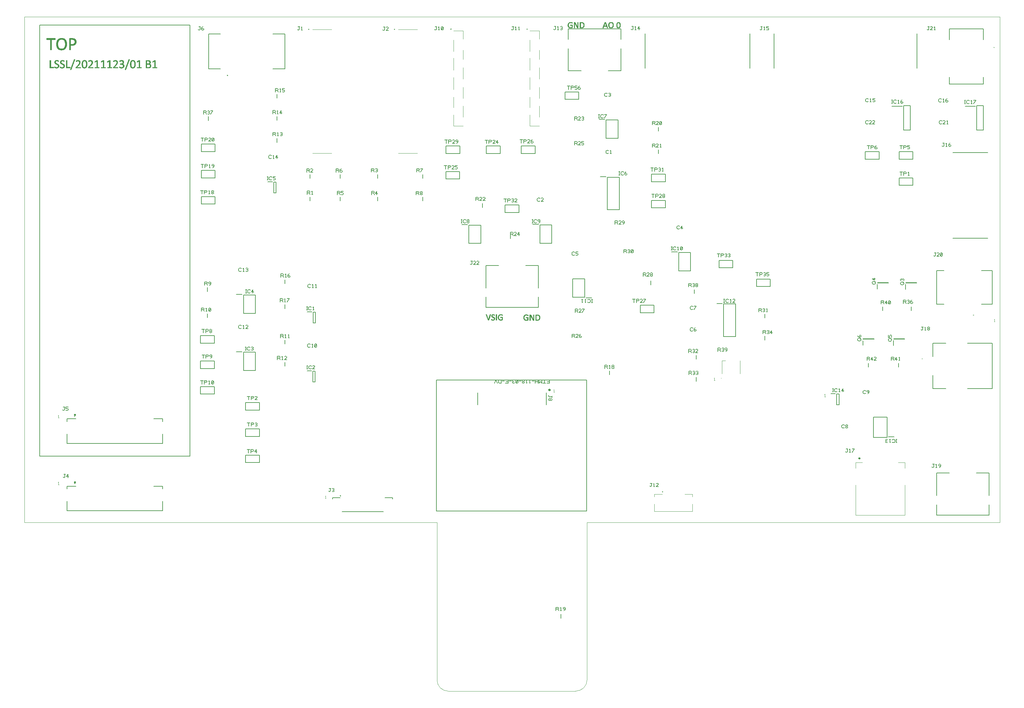
<source format=gbr>
G04 GENERATED BY PULSONIX 11.0 GERBER.DLL 8466*
G04 #@! TF.GenerationSoftware,Pulsonix,Pulsonix,11.0.8467*
G04 #@! TF.CreationDate,2021-12-19T21:00:55+00:00*
G04 #@! TF.Part,Single*
%FSLAX24Y24*%
%LPD*%
%MOIN*%
G04 #@! TF.FileFunction,Legend,Top*
G04 #@! TF.FilePolarity,Positive*
G04 #@! TA.AperFunction,Profile*
%ADD10C,0.0001*%
G04 #@! TA.AperFunction,Material*
%ADD131C,0.0059*%
%ADD132C,0.0079*%
G04 #@! TD.AperFunction*
%ADD133C,0.0050*%
G04 #@! TA.AperFunction,Material*
%ADD134C,0.0010*%
%ADD135C,0.0039*%
%ADD136C,0.0197*%
G04 #@! TD.AperFunction*
%ADD137C,0.0039*%
%ADD138C,0.0001*%
G04 #@! TD.AperFunction*
X0Y0D02*
D02*
D10*
X2362Y20079D02*
X45669D01*
Y3544D01*
G75*
G03*
X46831Y2362I1172J-10D01*
G01*
X60217D01*
G75*
G03*
X61418Y3563I0J1201D01*
G01*
Y20079D01*
X104725D01*
Y73229D01*
X2362D01*
Y20079D01*
D02*
D131*
X3977Y72343D02*
X19725D01*
Y27067D01*
X3977D01*
Y72343D01*
X45610Y21280D02*
X61358D01*
Y35059D01*
X45610D01*
Y21280D01*
D02*
D132*
X6831Y23612D02*
Y23888D01*
X7776D01*
X6831Y30699D02*
Y30975D01*
X7776D01*
X15925Y23888D02*
X16870D01*
Y23612D01*
X15925Y30975D02*
X16870D01*
Y30699D01*
Y22313D02*
Y21309D01*
X6831D01*
Y22313D01*
X16870Y29400D02*
Y28396D01*
X6831D01*
Y29400D01*
X20847Y34370D02*
X22303D01*
Y33583D01*
X20847D01*
Y34370D01*
Y37047D02*
X22303D01*
Y36260D01*
X20847D01*
Y37047D01*
Y39725D02*
X22303D01*
Y38937D01*
X20847D01*
Y39725D01*
X20925Y54331D02*
X22382D01*
Y53544D01*
X20925D01*
Y54331D01*
Y57087D02*
X22382D01*
Y56299D01*
X20925D01*
Y57087D01*
Y59843D02*
X22382D01*
Y59055D01*
X20925D01*
Y59843D01*
X21575Y41624D02*
Y42038D01*
Y44360D02*
Y44774D01*
X21654Y62746D02*
Y62333D01*
X22933Y71412D02*
X21689D01*
Y67762D01*
X22933D01*
X23642Y67067D02*
X23721D02*
G75*
G03*
X23642I-39J0D01*
G01*
X23721D02*
G75*
G02*
X23642I-39J0D01*
G01*
X24606Y38034D02*
X25217D01*
X24606Y44057D02*
X25217D01*
X25355Y37973D02*
X26614D01*
Y36044D01*
X25355D01*
Y37973D01*
Y43996D02*
X26614D01*
Y42067D01*
X25355D01*
Y43996D01*
X25571Y27166D02*
X27028D01*
Y26378D01*
X25571D01*
Y27166D01*
Y29921D02*
X27028D01*
Y29134D01*
X25571D01*
Y29921D01*
Y32677D02*
X27028D01*
Y31890D01*
X25571D01*
Y32677D01*
X27914Y55886D02*
X28386D01*
X28445Y67762D02*
X29689D01*
Y71412D01*
X28445D01*
X28524Y55866D02*
X28760D01*
Y54725D01*
X28524D01*
Y55866D01*
X28878Y60443D02*
Y60030D01*
Y62766D02*
Y62353D01*
Y65089D02*
Y64675D01*
X29705Y36939D02*
Y36526D01*
Y39262D02*
Y38849D01*
Y42982D02*
Y42569D01*
Y45601D02*
Y45187D01*
X32028Y36024D02*
X32500D01*
X32047Y42225D02*
X32520D01*
X32193Y71866D02*
Y71945D02*
G75*
G03*
Y71866I0J-39D01*
G01*
Y71945D02*
G75*
G02*
Y71866I0J-39D01*
G01*
X32343Y54301D02*
Y53888D01*
Y56664D02*
Y56250D01*
X32638Y36004D02*
X32874D01*
Y34862D01*
X32638D01*
Y36004D01*
X32658Y42205D02*
X32894D01*
Y41063D01*
X32658D01*
Y42205D01*
X35492Y22677D02*
X34705D01*
Y22569D01*
X35492Y54301D02*
Y53888D01*
Y56664D02*
Y56250D01*
X35532Y22845D02*
G75*
G03*
Y22923I0J39D01*
G01*
Y22845D02*
G75*
G02*
Y22923I0J39D01*
G01*
X35689Y21221D02*
X40020D01*
X39429Y53888D02*
Y54301D01*
Y56250D02*
Y56664D01*
X40217Y22677D02*
X41004D01*
Y22569D01*
X41209Y71866D02*
Y71945D02*
G75*
G03*
Y71866I0J-39D01*
G01*
Y71945D02*
G75*
G02*
Y71866I0J-39D01*
G01*
X44154Y53888D02*
Y54301D01*
Y56250D02*
Y56664D01*
X46595Y56969D02*
X48051D01*
Y56181D01*
X46595D01*
Y56969D01*
X46614Y59646D02*
X48071D01*
Y58858D01*
X46614D01*
Y59646D01*
X47126Y71890D02*
G75*
G03*
Y71969I0J40D01*
G01*
Y71890D02*
G75*
G02*
Y71969I0J40D01*
G01*
X48268Y51400D02*
X48878D01*
X49016Y51339D02*
X50276D01*
Y49410D01*
X49016D01*
Y51339D01*
X49949Y33717D02*
Y32465D01*
X50433Y53199D02*
Y53612D01*
X50788Y43780D02*
Y42677D01*
X56299D01*
Y43780D01*
X50847Y59646D02*
X52303D01*
Y58858D01*
X50847D01*
Y59646D01*
X52126Y47087D02*
X50788D01*
Y44725D01*
X52815Y53445D02*
X54272D01*
Y52658D01*
X52815D01*
Y53445D01*
X53366Y50345D02*
Y49931D01*
X54508Y59646D02*
X55965D01*
Y58858D01*
X54508D01*
Y59646D01*
X54961Y47087D02*
X56299D01*
Y44725D01*
X55118Y71890D02*
G75*
G03*
Y71969I0J40D01*
G01*
Y71890D02*
G75*
G02*
Y71969I0J40D01*
G01*
X55709Y51419D02*
X56319D01*
X56457Y51358D02*
X57717D01*
Y49429D01*
X56457D01*
Y51358D01*
X57138Y33717D02*
Y32465D01*
X58662Y10443D02*
Y10030D01*
X59095Y65335D02*
X60551D01*
Y64547D01*
X59095D01*
Y65335D01*
X60788Y67540D02*
X59449D01*
Y69902D01*
X61162Y43760D02*
X59902D01*
Y45689D01*
X61162D01*
Y43760D01*
X61910Y43699D02*
X61299D01*
X62658Y62443D02*
X63268D01*
X62815Y56431D02*
X63406D01*
Y62382D02*
X64666D01*
Y60453D01*
X63406D01*
Y62382D01*
X63544Y56368D02*
X64803D01*
Y52963D01*
X63544D01*
Y56368D01*
X63622Y67540D02*
X64961D01*
Y69902D01*
X63780Y36034D02*
Y35620D01*
X64961Y70847D02*
Y71949D01*
X59449D01*
Y70847D01*
X66988Y42914D02*
X68445D01*
Y42126D01*
X66988D01*
Y42914D01*
X67512Y67821D02*
Y71471D01*
X68110Y45482D02*
Y45069D01*
X68169Y53937D02*
X69626D01*
Y53150D01*
X68169D01*
Y53937D01*
Y56693D02*
X69626D01*
Y55906D01*
X68169D01*
Y56693D01*
X68898Y59262D02*
Y58849D01*
Y61624D02*
Y61211D01*
X69331Y23268D02*
G75*
G03*
Y23347I0J40D01*
G01*
Y23268D02*
G75*
G02*
Y23347I0J40D01*
G01*
X69512Y67114D02*
X70276Y48526D02*
X70886D01*
X71024Y48465D02*
X72284D01*
Y46536D01*
X71024D01*
Y48465D01*
X72677Y44144D02*
Y44557D01*
X72855Y35345D02*
Y34931D01*
Y37668D02*
Y37254D01*
X75020Y43105D02*
X75610D01*
X75256Y47638D02*
X76713D01*
Y46851D01*
X75256D01*
Y47638D01*
X75748Y43042D02*
X77008D01*
Y39636D01*
X75748D01*
Y43042D01*
X78512Y71471D02*
Y67821D01*
X79193Y45669D02*
X80650D01*
Y44882D01*
X79193D01*
Y45669D01*
X80079Y39262D02*
Y39675D01*
Y41998D02*
Y41585D01*
X81044Y67821D02*
Y71471D01*
X83044Y67114D02*
X87008Y33622D02*
X87481D01*
X87618Y33603D02*
X87855D01*
Y32461D01*
X87618D01*
Y33603D01*
X90353Y38711D02*
Y39203D01*
X90370Y39341D02*
Y39400D01*
X91520D01*
Y39341D01*
X90370D01*
X90610Y59055D02*
X92067D01*
Y58268D01*
X90610D01*
Y59055D01*
X90945Y36408D02*
Y36821D01*
X91868Y44616D02*
Y45108D01*
X91886Y45246D02*
Y45305D01*
X93036D01*
Y45246D01*
X91886D01*
X92441Y42353D02*
Y42766D01*
X92914Y29016D02*
X91457D01*
Y31142D01*
X92914D01*
Y29016D01*
X93416Y63829D02*
X94498D01*
X93583Y38701D02*
Y39213D01*
X93599Y39351D02*
Y39390D01*
X94748D01*
Y39351D01*
X93599D01*
X93632Y29085D02*
X93051D01*
X94095Y36821D02*
Y36408D01*
X94154Y56299D02*
X95610D01*
Y55512D01*
X94154D01*
Y56299D01*
Y59055D02*
X95610D01*
Y58268D01*
X94154D01*
Y59055D01*
X94636Y63878D02*
X95325D01*
Y61319D01*
X94636D01*
Y63878D01*
X94843Y44606D02*
Y45118D01*
X94858Y45256D02*
Y45295D01*
X96008D01*
Y45256D01*
X94858D01*
X95433Y42766D02*
Y42353D01*
X96044Y71471D02*
Y67821D01*
X96575Y37274D02*
G75*
G02*
X96614I20J0D01*
G01*
G75*
G03*
X96575I-19J0D01*
G01*
X96614D02*
G75*
G02*
X96575I-19J0D01*
G01*
X96614D02*
X97717Y37520D02*
Y38918D01*
X99061D01*
X98091Y21969D02*
Y20866D01*
X103603D01*
Y21969D01*
X98858Y43012D02*
X98110D01*
Y46555D01*
X98858D01*
X99061Y34154D02*
X97717D01*
Y35551D01*
X99103Y56969D02*
X99429Y25276D02*
X98091D01*
Y22914D01*
X99809Y58969D02*
X103459D01*
X101093Y63829D02*
X102175D01*
X101325Y38918D02*
X103937D01*
Y34154D01*
X101325D01*
X102264Y25276D02*
X103603D01*
Y22914D01*
X102313Y63878D02*
X103002D01*
Y61319D01*
X102313D01*
Y63878D01*
X102795Y43012D02*
X103937D01*
Y46555D01*
X102795D01*
X102992Y66890D02*
Y66142D01*
X99449D01*
Y66890D01*
X102992Y70827D02*
Y71969D01*
X99449D01*
Y70827D01*
X103459Y49969D02*
X99809D01*
D02*
D133*
X6378Y31919D02*
X6408Y31889D01*
X6466Y31860D01*
X6525Y31889D01*
X6555Y31919D01*
Y32213D01*
X6613D01*
X6555D02*
X6437Y32213D01*
X6718Y31889D02*
X6777Y31860D01*
X6865D01*
X6924Y31889D01*
X6953Y31948D01*
Y31978D01*
X6924Y32037D01*
X6865Y32066D01*
X6718D01*
Y32213D01*
X6953D01*
X6437Y24852D02*
X6467Y24823D01*
X6525Y24793D01*
X6584Y24823D01*
X6614Y24852D01*
Y25146D01*
X6673D01*
X6614D02*
X6496Y25146D01*
X6924Y24793D02*
X6924Y25146D01*
X6777Y24911D01*
X7013D01*
X20610Y71880D02*
X20640Y71850D01*
X20699Y71821D01*
X20757Y71850D01*
X20787Y71880D01*
Y72174D01*
X20846D01*
X20787D02*
X20669Y72174D01*
X20950Y71909D02*
X20980Y71968D01*
X21039Y71997D01*
X21097D01*
X21156Y71968D01*
X21186Y71909D01*
X21156Y71850D01*
X21097Y71821D01*
X21039D01*
X20980Y71850D01*
X20950Y71909D01*
Y71997D01*
X20980Y72085D01*
X21039Y72144D01*
X21097Y72174D01*
X20994Y34636D02*
X20994Y34989D01*
X20847D02*
X21141Y34989D01*
X21252Y34636D02*
X21252Y34989D01*
X21458D01*
X21516Y34959D01*
X21546Y34900D01*
X21516Y34842D01*
X21458Y34812D01*
X21252D01*
X21715Y34636D02*
X21833Y34636D01*
X21774D02*
X21774Y34989D01*
X21715Y34930D01*
X22026Y34665D02*
X22085Y34636D01*
X22144D01*
X22203Y34665D01*
X22232Y34724D01*
Y34900D01*
X22203Y34959D01*
X22144Y34989D01*
X22085D01*
X22026Y34959D01*
X21997Y34900D01*
Y34724D01*
X22026Y34665D01*
X22203Y34959D01*
X20994Y54616D02*
X20994Y54969D01*
X20847D02*
X21141Y54969D01*
X21252Y54616D02*
X21252Y54969D01*
X21458D01*
X21516Y54940D01*
X21546Y54881D01*
X21516Y54822D01*
X21458Y54792D01*
X21252D01*
X21715Y54616D02*
X21833Y54616D01*
X21774D02*
X21774Y54969D01*
X21715Y54910D01*
X22085Y54792D02*
X22144Y54792D01*
X22203Y54822D01*
X22232Y54881D01*
X22203Y54940D01*
X22144Y54969D01*
X22085D01*
X22026Y54940D01*
X21997Y54881D01*
X22026Y54822D01*
X22085Y54792D01*
X22026Y54763D01*
X21997Y54704D01*
X22026Y54645D01*
X22085Y54616D01*
X22144D01*
X22203Y54645D01*
X22232Y54704D01*
X22203Y54763D01*
X22144Y54792D01*
X21033Y57372D02*
X21033Y57725D01*
X20886D02*
X21180Y57725D01*
X21291Y57372D02*
X21291Y57725D01*
X21497D01*
X21556Y57695D01*
X21585Y57637D01*
X21556Y57578D01*
X21497Y57548D01*
X21291D01*
X21755Y57372D02*
X21872Y57372D01*
X21814D02*
X21814Y57725D01*
X21755Y57666D01*
X22124Y57372D02*
X22183Y57401D01*
X22242Y57460D01*
X22271Y57548D01*
Y57637D01*
X22242Y57695D01*
X22183Y57725D01*
X22124D01*
X22065Y57695D01*
X22036Y57637D01*
X22065Y57578D01*
X22124Y57548D01*
X22183D01*
X22242Y57578D01*
X22271Y57637D01*
X21033Y60147D02*
X21033Y60500D01*
X20886D02*
X21180Y60500D01*
X21291Y60147D02*
X21291Y60500D01*
X21497D01*
X21556Y60471D01*
X21585Y60412D01*
X21556Y60353D01*
X21497Y60324D01*
X21291D01*
X21931Y60147D02*
X21696Y60147D01*
X21902Y60353D01*
X21931Y60412D01*
X21902Y60471D01*
X21843Y60500D01*
X21755D01*
X21696Y60471D01*
X22065Y60177D02*
X22124Y60147D01*
X22183D01*
X22242Y60177D01*
X22271Y60236D01*
Y60412D01*
X22242Y60471D01*
X22183Y60500D01*
X22124D01*
X22065Y60471D01*
X22036Y60412D01*
Y60236D01*
X22065Y60177D01*
X22242Y60471D01*
X20945Y42273D02*
X20945Y42626D01*
X21151D01*
X21210Y42597D01*
X21239Y42538D01*
X21210Y42479D01*
X21151Y42450D01*
X20945D01*
X21151D02*
X21239Y42273D01*
X21409D02*
X21527Y42273D01*
X21468D02*
X21468Y42626D01*
X21409Y42568D01*
X21719Y42303D02*
X21778Y42273D01*
X21837D01*
X21896Y42303D01*
X21925Y42362D01*
Y42538D01*
X21896Y42597D01*
X21837Y42626D01*
X21778D01*
X21719Y42597D01*
X21690Y42538D01*
Y42362D01*
X21719Y42303D01*
X21896Y42597D01*
X21132Y40029D02*
X21132Y40382D01*
X20984D02*
X21279Y40382D01*
X21389Y40029D02*
X21389Y40382D01*
X21595D01*
X21654Y40353D01*
X21684Y40294D01*
X21654Y40235D01*
X21595Y40206D01*
X21389D01*
X21883D02*
X21942Y40206D01*
X22000Y40235D01*
X22030Y40294D01*
X22000Y40353D01*
X21942Y40382D01*
X21883D01*
X21824Y40353D01*
X21794Y40294D01*
X21824Y40235D01*
X21883Y40206D01*
X21824Y40176D01*
X21794Y40118D01*
X21824Y40059D01*
X21883Y40029D01*
X21942D01*
X22000Y40059D01*
X22030Y40118D01*
X22000Y40176D01*
X21942Y40206D01*
X21151Y37352D02*
X21151Y37705D01*
X21004D02*
X21298Y37705D01*
X21409Y37352D02*
X21409Y37705D01*
X21615D01*
X21674Y37676D01*
X21703Y37617D01*
X21674Y37558D01*
X21615Y37529D01*
X21409D01*
X21902Y37352D02*
X21961Y37382D01*
X22020Y37440D01*
X22049Y37529D01*
Y37617D01*
X22020Y37676D01*
X21961Y37705D01*
X21902D01*
X21844Y37676D01*
X21814Y37617D01*
X21844Y37558D01*
X21902Y37529D01*
X21961D01*
X22020Y37558D01*
X22049Y37617D01*
X21162Y63002D02*
X21162Y63355D01*
X21367D01*
X21426Y63325D01*
X21456Y63267D01*
X21426Y63208D01*
X21367Y63178D01*
X21162D01*
X21367D02*
X21456Y63002D01*
X21596Y63031D02*
X21655Y63002D01*
X21714D01*
X21772Y63031D01*
X21802Y63090D01*
X21772Y63149D01*
X21714Y63178D01*
X21655D01*
X21714D02*
X21772Y63208D01*
X21802Y63267D01*
X21772Y63325D01*
X21714Y63355D01*
X21655D01*
X21596Y63325D01*
X21907Y63002D02*
X22142Y63355D01*
X21907D01*
X21280Y45010D02*
X21280Y45363D01*
X21486D01*
X21544Y45333D01*
X21574Y45274D01*
X21544Y45216D01*
X21486Y45186D01*
X21280D01*
X21486D02*
X21574Y45010D01*
X21773D02*
X21832Y45039D01*
X21891Y45098D01*
X21920Y45186D01*
Y45274D01*
X21891Y45333D01*
X21832Y45363D01*
X21773D01*
X21714Y45333D01*
X21685Y45274D01*
X21714Y45216D01*
X21773Y45186D01*
X21832D01*
X21891Y45216D01*
X21920Y45274D01*
X25137Y40521D02*
X25107Y40492D01*
X25049Y40462D01*
X24960D01*
X24902Y40492D01*
X24872Y40521D01*
X24843Y40580D01*
Y40698D01*
X24872Y40757D01*
X24902Y40786D01*
X24960Y40815D01*
X25049D01*
X25107Y40786D01*
X25137Y40757D01*
X25307Y40462D02*
X25424Y40462D01*
X25365D02*
X25365Y40815D01*
X25307Y40757D01*
X25823Y40462D02*
X25588Y40462D01*
X25794Y40668D01*
X25823Y40727D01*
X25794Y40786D01*
X25735Y40815D01*
X25647D01*
X25588Y40786D01*
X25137Y46525D02*
X25107Y46496D01*
X25049Y46466D01*
X24960D01*
X24902Y46496D01*
X24872Y46525D01*
X24843Y46584D01*
Y46702D01*
X24872Y46761D01*
X24902Y46790D01*
X24960Y46819D01*
X25049D01*
X25107Y46790D01*
X25137Y46761D01*
X25307Y46466D02*
X25424Y46466D01*
X25365D02*
X25365Y46819D01*
X25307Y46761D01*
X25617Y46496D02*
X25676Y46466D01*
X25735D01*
X25794Y46496D01*
X25823Y46555D01*
X25794Y46613D01*
X25735Y46643D01*
X25676D01*
X25735D02*
X25794Y46672D01*
X25823Y46731D01*
X25794Y46790D01*
X25735Y46819D01*
X25676D01*
X25617Y46790D01*
X25532Y38179D02*
X25649Y38179D01*
X25591D02*
X25591Y38532D01*
X25532D02*
X25649Y38532D01*
X26041Y38238D02*
X26011Y38208D01*
X25953Y38179D01*
X25864D01*
X25806Y38208D01*
X25776Y38238D01*
X25747Y38297D01*
Y38414D01*
X25776Y38473D01*
X25806Y38503D01*
X25864Y38532D01*
X25953D01*
X26011Y38503D01*
X26041Y38473D01*
X26181Y38208D02*
X26240Y38179D01*
X26299D01*
X26358Y38208D01*
X26387Y38267D01*
X26358Y38326D01*
X26299Y38355D01*
X26240D01*
X26299D02*
X26358Y38385D01*
X26387Y38444D01*
X26358Y38503D01*
X26299Y38532D01*
X26240D01*
X26181Y38503D01*
X25571Y44203D02*
X25689Y44203D01*
X25630D02*
X25630Y44556D01*
X25571D02*
X25689Y44556D01*
X26080Y44261D02*
X26051Y44232D01*
X25992Y44203D01*
X25904D01*
X25845Y44232D01*
X25815Y44261D01*
X25786Y44320D01*
Y44438D01*
X25815Y44497D01*
X25845Y44526D01*
X25904Y44556D01*
X25992D01*
X26051Y44526D01*
X26080Y44497D01*
X26338Y44203D02*
X26338Y44556D01*
X26191Y44320D01*
X26426D01*
X25876Y27392D02*
X25876Y27745D01*
X25729D02*
X26023Y27745D01*
X26134Y27392D02*
X26134Y27745D01*
X26339D01*
X26398Y27715D01*
X26428Y27656D01*
X26398Y27597D01*
X26339Y27568D01*
X26134D01*
X26686Y27392D02*
X26686Y27745D01*
X26539Y27509D01*
X26774D01*
X25895Y30207D02*
X25895Y30559D01*
X25748D02*
X26042Y30559D01*
X26153Y30207D02*
X26153Y30559D01*
X26359D01*
X26418Y30530D01*
X26447Y30471D01*
X26418Y30412D01*
X26359Y30383D01*
X26153D01*
X26588Y30236D02*
X26646Y30207D01*
X26705D01*
X26764Y30236D01*
X26794Y30295D01*
X26764Y30354D01*
X26705Y30383D01*
X26646D01*
X26705D02*
X26764Y30412D01*
X26794Y30471D01*
X26764Y30530D01*
X26705Y30559D01*
X26646D01*
X26588Y30530D01*
X25895Y32982D02*
X25895Y33335D01*
X25748D02*
X26042Y33335D01*
X26153Y32982D02*
X26153Y33335D01*
X26359D01*
X26418Y33306D01*
X26447Y33247D01*
X26418Y33188D01*
X26359Y33159D01*
X26153D01*
X26794Y32982D02*
X26558Y32982D01*
X26764Y33188D01*
X26794Y33247D01*
X26764Y33306D01*
X26705Y33335D01*
X26617D01*
X26558Y33306D01*
X27835Y56073D02*
X27952Y56073D01*
X27894D02*
X27894Y56426D01*
X27835D02*
X27952Y56426D01*
X28344Y56132D02*
X28315Y56102D01*
X28256Y56073D01*
X28167D01*
X28109Y56102D01*
X28079Y56132D01*
X28050Y56190D01*
Y56308D01*
X28079Y56367D01*
X28109Y56396D01*
X28167Y56426D01*
X28256D01*
X28315Y56396D01*
X28344Y56367D01*
X28455Y56102D02*
X28514Y56073D01*
X28602D01*
X28661Y56102D01*
X28690Y56161D01*
Y56190D01*
X28661Y56249D01*
X28602Y56279D01*
X28455D01*
Y56426D01*
X28690D01*
X28286Y58395D02*
X28257Y58366D01*
X28198Y58336D01*
X28110D01*
X28051Y58366D01*
X28022Y58395D01*
X27992Y58454D01*
Y58572D01*
X28022Y58631D01*
X28051Y58660D01*
X28110Y58689D01*
X28198D01*
X28257Y58660D01*
X28286Y58631D01*
X28456Y58336D02*
X28574Y58336D01*
X28515D02*
X28515Y58689D01*
X28456Y58631D01*
X28884Y58336D02*
X28884Y58689D01*
X28737Y58454D01*
X28973D01*
X28425Y63022D02*
X28425Y63374D01*
X28631D01*
X28690Y63345D01*
X28720Y63286D01*
X28690Y63227D01*
X28631Y63198D01*
X28425D01*
X28631D02*
X28720Y63022D01*
X28889D02*
X29007Y63022D01*
X28948D02*
X28948Y63374D01*
X28889Y63316D01*
X29317Y63022D02*
X29317Y63374D01*
X29170Y63139D01*
X29406D01*
X28445Y60718D02*
X28445Y61071D01*
X28651D01*
X28710Y61042D01*
X28739Y60983D01*
X28710Y60924D01*
X28651Y60895D01*
X28445D01*
X28651D02*
X28739Y60718D01*
X28909D02*
X29027Y60718D01*
X28968D02*
X28968Y61071D01*
X28909Y61012D01*
X29219Y60748D02*
X29278Y60718D01*
X29337D01*
X29396Y60748D01*
X29425Y60807D01*
X29396Y60865D01*
X29337Y60895D01*
X29278D01*
X29337D02*
X29396Y60924D01*
X29425Y60983D01*
X29396Y61042D01*
X29337Y61071D01*
X29278D01*
X29219Y61042D01*
X28701Y65325D02*
X28701Y65678D01*
X28907D01*
X28966Y65648D01*
X28995Y65589D01*
X28966Y65531D01*
X28907Y65501D01*
X28701D01*
X28907D02*
X28995Y65325D01*
X29165D02*
X29282Y65325D01*
X29224D02*
X29224Y65678D01*
X29165Y65619D01*
X29446Y65354D02*
X29505Y65325D01*
X29593D01*
X29652Y65354D01*
X29681Y65413D01*
Y65442D01*
X29652Y65501D01*
X29593Y65531D01*
X29446D01*
Y65678D01*
X29681D01*
X28918Y37195D02*
X28918Y37548D01*
X29123D01*
X29182Y37518D01*
X29212Y37459D01*
X29182Y37401D01*
X29123Y37371D01*
X28918D01*
X29123D02*
X29212Y37195D01*
X29381D02*
X29499Y37195D01*
X29440D02*
X29440Y37548D01*
X29381Y37489D01*
X29898Y37195D02*
X29663Y37195D01*
X29868Y37401D01*
X29898Y37459D01*
X29868Y37518D01*
X29810Y37548D01*
X29721D01*
X29663Y37518D01*
X29193Y43258D02*
X29193Y43611D01*
X29399D01*
X29458Y43581D01*
X29487Y43522D01*
X29458Y43464D01*
X29399Y43434D01*
X29193D01*
X29399D02*
X29487Y43258D01*
X29657D02*
X29775Y43258D01*
X29716D02*
X29716Y43611D01*
X29657Y43552D01*
X29938Y43258D02*
X30173Y43611D01*
X29938D01*
X29252Y39498D02*
X29252Y39851D01*
X29458D01*
X29517Y39821D01*
X29546Y39763D01*
X29517Y39704D01*
X29458Y39674D01*
X29252D01*
X29458D02*
X29546Y39498D01*
X29716D02*
X29834Y39498D01*
X29775D02*
X29775Y39851D01*
X29716Y39792D01*
X30056Y39498D02*
X30174Y39498D01*
X30115D02*
X30115Y39851D01*
X30056Y39792D01*
X29272Y45856D02*
X29272Y46209D01*
X29478D01*
X29537Y46180D01*
X29566Y46121D01*
X29537Y46062D01*
X29478Y46033D01*
X29272D01*
X29478D02*
X29566Y45856D01*
X29736D02*
X29853Y45856D01*
X29794D02*
X29794Y46209D01*
X29736Y46150D01*
X30017Y45944D02*
X30046Y46003D01*
X30105Y46033D01*
X30164D01*
X30223Y46003D01*
X30252Y45944D01*
X30223Y45886D01*
X30164Y45856D01*
X30105D01*
X30046Y45886D01*
X30017Y45944D01*
Y46033D01*
X30046Y46121D01*
X30105Y46180D01*
X30164Y46209D01*
X31024Y71880D02*
X31053Y71850D01*
X31112Y71821D01*
X31171Y71850D01*
X31200Y71880D01*
Y72174D01*
X31259D01*
X31200D02*
X31083Y72174D01*
X31423Y71821D02*
X31540Y71821D01*
X31481D02*
X31481Y72174D01*
X31423Y72115D01*
X31969Y42411D02*
X32086Y42411D01*
X32028D02*
X32028Y42764D01*
X31969D02*
X32086Y42764D01*
X32478Y42470D02*
X32448Y42441D01*
X32390Y42411D01*
X32301D01*
X32243Y42441D01*
X32213Y42470D01*
X32184Y42529D01*
Y42647D01*
X32213Y42705D01*
X32243Y42735D01*
X32301Y42764D01*
X32390D01*
X32448Y42735D01*
X32478Y42705D01*
X32648Y42411D02*
X32765Y42411D01*
X32706D02*
X32706Y42764D01*
X32648Y42705D01*
X31988Y36210D02*
X32106Y36210D01*
X32047D02*
X32047Y36563D01*
X31988D02*
X32106Y36563D01*
X32498Y36269D02*
X32468Y36240D01*
X32409Y36210D01*
X32321D01*
X32262Y36240D01*
X32233Y36269D01*
X32203Y36328D01*
Y36446D01*
X32233Y36505D01*
X32262Y36534D01*
X32321Y36563D01*
X32409D01*
X32468Y36534D01*
X32498Y36505D01*
X32844Y36210D02*
X32608Y36210D01*
X32814Y36416D01*
X32844Y36475D01*
X32814Y36534D01*
X32755Y36563D01*
X32667D01*
X32608Y36534D01*
X31988Y56899D02*
X31988Y57252D01*
X32194D01*
X32253Y57223D01*
X32283Y57164D01*
X32253Y57105D01*
X32194Y57076D01*
X31988D01*
X32194D02*
X32283Y56899D01*
X32629D02*
X32393Y56899D01*
X32599Y57105D01*
X32629Y57164D01*
X32599Y57223D01*
X32540Y57252D01*
X32452D01*
X32393Y57223D01*
X32047Y54557D02*
X32047Y54910D01*
X32253D01*
X32312Y54880D01*
X32342Y54822D01*
X32312Y54763D01*
X32253Y54733D01*
X32047D01*
X32253D02*
X32342Y54557D01*
X32511D02*
X32629Y54557D01*
X32570D02*
X32570Y54910D01*
X32511Y54851D01*
X32361Y38553D02*
X32332Y38523D01*
X32273Y38494D01*
X32185D01*
X32126Y38523D01*
X32097Y38553D01*
X32067Y38612D01*
Y38729D01*
X32097Y38788D01*
X32126Y38817D01*
X32185Y38847D01*
X32273D01*
X32332Y38817D01*
X32361Y38788D01*
X32531Y38494D02*
X32649Y38494D01*
X32590D02*
X32590Y38847D01*
X32531Y38788D01*
X32842Y38523D02*
X32900Y38494D01*
X32959D01*
X33018Y38523D01*
X33047Y38582D01*
Y38759D01*
X33018Y38817D01*
X32959Y38847D01*
X32900D01*
X32842Y38817D01*
X32812Y38759D01*
Y38582D01*
X32842Y38523D01*
X33018Y38817D01*
X32401Y44813D02*
X32371Y44783D01*
X32312Y44754D01*
X32224D01*
X32165Y44783D01*
X32136Y44813D01*
X32106Y44871D01*
Y44989D01*
X32136Y45048D01*
X32165Y45077D01*
X32224Y45107D01*
X32312D01*
X32371Y45077D01*
X32401Y45048D01*
X32570Y44754D02*
X32688Y44754D01*
X32629D02*
X32629Y45107D01*
X32570Y45048D01*
X32910Y44754D02*
X33028Y44754D01*
X32969D02*
X32969Y45107D01*
X32910Y45048D01*
X34292Y23376D02*
X34321Y23346D01*
X34380Y23317D01*
X34439Y23346D01*
X34468Y23376D01*
Y23670D01*
X34527D01*
X34468D02*
X34350Y23670D01*
X34661Y23346D02*
X34720Y23317D01*
X34779D01*
X34837Y23346D01*
X34867Y23405D01*
X34837Y23464D01*
X34779Y23493D01*
X34720D01*
X34779D02*
X34837Y23523D01*
X34867Y23581D01*
X34837Y23640D01*
X34779Y23670D01*
X34720D01*
X34661Y23640D01*
X35079Y56899D02*
X35079Y57252D01*
X35285D01*
X35344Y57223D01*
X35373Y57164D01*
X35344Y57105D01*
X35285Y57076D01*
X35079D01*
X35285D02*
X35373Y56899D01*
X35484Y56988D02*
X35513Y57047D01*
X35572Y57076D01*
X35631D01*
X35690Y57047D01*
X35719Y56988D01*
X35690Y56929D01*
X35631Y56899D01*
X35572D01*
X35513Y56929D01*
X35484Y56988D01*
Y57076D01*
X35513Y57164D01*
X35572Y57223D01*
X35631Y57252D01*
X35197Y54537D02*
X35197Y54890D01*
X35403D01*
X35462Y54861D01*
X35491Y54802D01*
X35462Y54743D01*
X35403Y54714D01*
X35197D01*
X35403D02*
X35491Y54537D01*
X35602Y54567D02*
X35661Y54537D01*
X35749D01*
X35808Y54567D01*
X35837Y54625D01*
Y54655D01*
X35808Y54714D01*
X35749Y54743D01*
X35602D01*
Y54890D01*
X35837D01*
X38780Y56919D02*
X38780Y57272D01*
X38986D01*
X39044Y57243D01*
X39074Y57184D01*
X39044Y57125D01*
X38986Y57096D01*
X38780D01*
X38986D02*
X39074Y56919D01*
X39214Y56949D02*
X39273Y56919D01*
X39332D01*
X39391Y56949D01*
X39420Y57007D01*
X39391Y57066D01*
X39332Y57096D01*
X39273D01*
X39332D02*
X39391Y57125D01*
X39420Y57184D01*
X39391Y57243D01*
X39332Y57272D01*
X39273D01*
X39214Y57243D01*
X38799Y54537D02*
X38799Y54890D01*
X39005D01*
X39064Y54861D01*
X39094Y54802D01*
X39064Y54743D01*
X39005Y54714D01*
X38799D01*
X39005D02*
X39094Y54537D01*
X39351D02*
X39351Y54890D01*
X39204Y54655D01*
X39440D01*
X39981Y71860D02*
X40010Y71830D01*
X40069Y71801D01*
X40128Y71830D01*
X40157Y71860D01*
Y72154D01*
X40216D01*
X40157D02*
X40039Y72154D01*
X40556Y71801D02*
X40321Y71801D01*
X40526Y72007D01*
X40556Y72066D01*
X40526Y72125D01*
X40468Y72154D01*
X40379D01*
X40321Y72125D01*
X43484Y54518D02*
X43484Y54871D01*
X43690D01*
X43749Y54841D01*
X43779Y54782D01*
X43749Y54723D01*
X43690Y54694D01*
X43484D01*
X43690D02*
X43779Y54518D01*
X43978Y54694D02*
X44037Y54694D01*
X44095Y54723D01*
X44125Y54782D01*
X44095Y54841D01*
X44037Y54871D01*
X43978D01*
X43919Y54841D01*
X43889Y54782D01*
X43919Y54723D01*
X43978Y54694D01*
X43919Y54665D01*
X43889Y54606D01*
X43919Y54547D01*
X43978Y54518D01*
X44037D01*
X44095Y54547D01*
X44125Y54606D01*
X44095Y54665D01*
X44037Y54694D01*
X43524Y56919D02*
X43524Y57272D01*
X43730D01*
X43789Y57243D01*
X43818Y57184D01*
X43789Y57125D01*
X43730Y57096D01*
X43524D01*
X43730D02*
X43818Y56919D01*
X43929D02*
X44164Y57272D01*
X43929D01*
X45414Y71899D02*
X45443Y71870D01*
X45502Y71840D01*
X45561Y71870D01*
X45590Y71899D01*
Y72193D01*
X45649D01*
X45590D02*
X45472Y72193D01*
X45812Y71840D02*
X45930Y71840D01*
X45871D02*
X45871Y72193D01*
X45812Y72135D01*
X46123Y71870D02*
X46182Y71840D01*
X46241D01*
X46299Y71870D01*
X46329Y71929D01*
Y72105D01*
X46299Y72164D01*
X46241Y72193D01*
X46182D01*
X46123Y72164D01*
X46094Y72105D01*
Y71929D01*
X46123Y71870D01*
X46299Y72164D01*
X46565Y57234D02*
X46565Y57587D01*
X46418D02*
X46712Y57587D01*
X46823Y57234D02*
X46823Y57587D01*
X47028D01*
X47087Y57558D01*
X47117Y57499D01*
X47087Y57440D01*
X47028Y57411D01*
X46823D01*
X47463Y57234D02*
X47228Y57234D01*
X47433Y57440D01*
X47463Y57499D01*
X47433Y57558D01*
X47375Y57587D01*
X47286D01*
X47228Y57558D01*
X47568Y57264D02*
X47626Y57234D01*
X47715D01*
X47773Y57264D01*
X47803Y57322D01*
Y57352D01*
X47773Y57411D01*
X47715Y57440D01*
X47568D01*
Y57587D01*
X47803D01*
X46624Y59931D02*
X46624Y60284D01*
X46477D02*
X46771Y60284D01*
X46882Y59931D02*
X46882Y60284D01*
X47087D01*
X47146Y60254D01*
X47176Y60196D01*
X47146Y60137D01*
X47087Y60107D01*
X46882D01*
X47522Y59931D02*
X47287Y59931D01*
X47492Y60137D01*
X47522Y60196D01*
X47492Y60254D01*
X47434Y60284D01*
X47345D01*
X47287Y60254D01*
X47715Y59931D02*
X47774Y59960D01*
X47832Y60019D01*
X47862Y60107D01*
Y60196D01*
X47832Y60254D01*
X47774Y60284D01*
X47715D01*
X47656Y60254D01*
X47627Y60196D01*
X47656Y60137D01*
X47715Y60107D01*
X47774D01*
X47832Y60137D01*
X47862Y60196D01*
X48189Y51565D02*
X48307Y51565D01*
X48248D02*
X48248Y51918D01*
X48189D02*
X48307Y51918D01*
X48698Y51624D02*
X48669Y51594D01*
X48610Y51565D01*
X48522D01*
X48463Y51594D01*
X48434Y51624D01*
X48404Y51682D01*
Y51800D01*
X48434Y51859D01*
X48463Y51888D01*
X48522Y51918D01*
X48610D01*
X48669Y51888D01*
X48698Y51859D01*
X48897Y51741D02*
X48956Y51741D01*
X49015Y51771D01*
X49044Y51830D01*
X49015Y51888D01*
X48956Y51918D01*
X48897D01*
X48839Y51888D01*
X48809Y51830D01*
X48839Y51771D01*
X48897Y51741D01*
X48839Y51712D01*
X48809Y51653D01*
X48839Y51594D01*
X48897Y51565D01*
X48956D01*
X49015Y51594D01*
X49044Y51653D01*
X49015Y51712D01*
X48956Y51741D01*
X49154Y47254D02*
X49183Y47224D01*
X49242Y47195D01*
X49301Y47224D01*
X49330Y47254D01*
Y47548D01*
X49389D01*
X49330D02*
X49213Y47548D01*
X49729Y47195D02*
X49494Y47195D01*
X49700Y47401D01*
X49729Y47459D01*
X49700Y47518D01*
X49641Y47548D01*
X49553D01*
X49494Y47518D01*
X50069Y47195D02*
X49834Y47195D01*
X50040Y47401D01*
X50069Y47459D01*
X50040Y47518D01*
X49981Y47548D01*
X49893D01*
X49834Y47518D01*
X49744Y53907D02*
X49744Y54260D01*
X49950D01*
X50009Y54231D01*
X50038Y54172D01*
X50009Y54113D01*
X49950Y54084D01*
X49744D01*
X49950D02*
X50038Y53907D01*
X50385D02*
X50149Y53907D01*
X50355Y54113D01*
X50385Y54172D01*
X50355Y54231D01*
X50296Y54260D01*
X50208D01*
X50149Y54231D01*
X50725Y53907D02*
X50489Y53907D01*
X50695Y54113D01*
X50725Y54172D01*
X50695Y54231D01*
X50636Y54260D01*
X50548D01*
X50489Y54231D01*
X50856Y59911D02*
X50856Y60264D01*
X50709D02*
X51003Y60264D01*
X51114Y59911D02*
X51114Y60264D01*
X51320D01*
X51379Y60235D01*
X51408Y60176D01*
X51379Y60117D01*
X51320Y60088D01*
X51114D01*
X51754Y59911D02*
X51519Y59911D01*
X51725Y60117D01*
X51754Y60176D01*
X51725Y60235D01*
X51666Y60264D01*
X51578D01*
X51519Y60235D01*
X52006Y59911D02*
X52006Y60264D01*
X51859Y60029D01*
X52094D01*
X52824Y53750D02*
X52824Y54103D01*
X52677D02*
X52971Y54103D01*
X53082Y53750D02*
X53082Y54103D01*
X53288D01*
X53347Y54073D01*
X53376Y54015D01*
X53347Y53956D01*
X53288Y53926D01*
X53082D01*
X53517Y53779D02*
X53576Y53750D01*
X53634D01*
X53693Y53779D01*
X53723Y53838D01*
X53693Y53897D01*
X53634Y53926D01*
X53576D01*
X53634D02*
X53693Y53956D01*
X53723Y54015D01*
X53693Y54073D01*
X53634Y54103D01*
X53576D01*
X53517Y54073D01*
X54063Y53750D02*
X53827Y53750D01*
X54033Y53956D01*
X54063Y54015D01*
X54033Y54073D01*
X53974Y54103D01*
X53886D01*
X53827Y54073D01*
X53366Y50226D02*
X53366Y50579D01*
X53572D01*
X53631Y50550D01*
X53660Y50491D01*
X53631Y50432D01*
X53572Y50403D01*
X53366D01*
X53572D02*
X53660Y50226D01*
X54007D02*
X53771Y50226D01*
X53977Y50432D01*
X54007Y50491D01*
X53977Y50550D01*
X53918Y50579D01*
X53830D01*
X53771Y50550D01*
X54258Y50226D02*
X54258Y50579D01*
X54111Y50344D01*
X54347D01*
X53484Y71899D02*
X53514Y71870D01*
X53573Y71840D01*
X53632Y71870D01*
X53661Y71899D01*
Y72193D01*
X53720D01*
X53661D02*
X53543Y72193D01*
X53883Y71840D02*
X54001Y71840D01*
X53942D02*
X53942Y72193D01*
X53883Y72135D01*
X54223Y71840D02*
X54341Y71840D01*
X54282D02*
X54282Y72193D01*
X54223Y72135D01*
X54517Y59970D02*
X54517Y60323D01*
X54370D02*
X54664Y60323D01*
X54775Y59970D02*
X54775Y60323D01*
X54981D01*
X55040Y60294D01*
X55069Y60235D01*
X55040Y60176D01*
X54981Y60147D01*
X54775D01*
X55416Y59970D02*
X55180Y59970D01*
X55386Y60176D01*
X55416Y60235D01*
X55386Y60294D01*
X55327Y60323D01*
X55239D01*
X55180Y60294D01*
X55520Y60059D02*
X55550Y60117D01*
X55609Y60147D01*
X55667D01*
X55726Y60117D01*
X55756Y60059D01*
X55726Y60000D01*
X55667Y59970D01*
X55609D01*
X55550Y60000D01*
X55520Y60059D01*
Y60147D01*
X55550Y60235D01*
X55609Y60294D01*
X55667Y60323D01*
X55630Y51565D02*
X55748Y51565D01*
X55689D02*
X55689Y51918D01*
X55630D02*
X55748Y51918D01*
X56139Y51624D02*
X56110Y51594D01*
X56051Y51565D01*
X55963D01*
X55904Y51594D01*
X55875Y51624D01*
X55845Y51682D01*
Y51800D01*
X55875Y51859D01*
X55904Y51888D01*
X55963Y51918D01*
X56051D01*
X56110Y51888D01*
X56139Y51859D01*
X56338Y51565D02*
X56397Y51594D01*
X56456Y51653D01*
X56485Y51741D01*
Y51830D01*
X56456Y51888D01*
X56397Y51918D01*
X56338D01*
X56280Y51888D01*
X56250Y51830D01*
X56280Y51771D01*
X56338Y51741D01*
X56397D01*
X56456Y51771D01*
X56485Y51830D01*
X56475Y53887D02*
X56446Y53858D01*
X56387Y53829D01*
X56299D01*
X56240Y53858D01*
X56211Y53887D01*
X56181Y53946D01*
Y54064D01*
X56211Y54123D01*
X56240Y54152D01*
X56299Y54182D01*
X56387D01*
X56446Y54152D01*
X56475Y54123D01*
X56822Y53829D02*
X56586Y53829D01*
X56792Y54034D01*
X56822Y54093D01*
X56792Y54152D01*
X56733Y54182D01*
X56645D01*
X56586Y54152D01*
X57431Y33465D02*
X57401Y33435D01*
X57372Y33377D01*
X57401Y33318D01*
X57431Y33288D01*
X57725D01*
Y33229D01*
Y33288D02*
X57725Y33406D01*
X57548Y33037D02*
X57548Y32978D01*
X57578Y32919D01*
X57637Y32889D01*
X57695Y32919D01*
X57725Y32978D01*
Y33037D01*
X57695Y33095D01*
X57637Y33125D01*
X57578Y33095D01*
X57548Y33037D01*
X57519Y33095D01*
X57460Y33125D01*
X57401Y33095D01*
X57372Y33037D01*
Y32978D01*
X57401Y32919D01*
X57460Y32889D01*
X57519Y32919D01*
X57548Y32978D01*
X57481Y35069D02*
X57481Y34717D01*
X57186D01*
X57245Y34893D02*
X57481Y34893D01*
X56928Y35069D02*
X56928Y34717D01*
X57076D02*
X56781Y34717D01*
X56671Y35069D02*
X56671Y34717D01*
X56523Y34893D01*
X56376Y34717D01*
Y35069D01*
X56266D02*
X56266Y34717D01*
Y34893D02*
X55971Y34893D01*
Y35069D02*
X55971Y34717D01*
X55861Y34952D02*
X55625Y34952D01*
X55462Y35069D02*
X55344Y35069D01*
X55403D02*
X55403Y34717D01*
X55462Y34775D01*
X55122Y35069D02*
X55004Y35069D01*
X55063D02*
X55063Y34717D01*
X55122Y34775D01*
X54752Y34893D02*
X54693Y34893D01*
X54635Y34864D01*
X54605Y34805D01*
X54635Y34746D01*
X54693Y34717D01*
X54752D01*
X54811Y34746D01*
X54841Y34805D01*
X54811Y34864D01*
X54752Y34893D01*
X54811Y34922D01*
X54841Y34981D01*
X54811Y35040D01*
X54752Y35069D01*
X54693D01*
X54635Y35040D01*
X54605Y34981D01*
X54635Y34922D01*
X54693Y34893D01*
X54501Y34952D02*
X54265Y34952D01*
X54131Y35040D02*
X54072Y35069D01*
X54013D01*
X53955Y35040D01*
X53925Y34981D01*
Y34805D01*
X53955Y34746D01*
X54013Y34717D01*
X54072D01*
X54131Y34746D01*
X54161Y34805D01*
Y34981D01*
X54131Y35040D01*
X53955Y34746D01*
X53791Y35040D02*
X53732Y35069D01*
X53673D01*
X53615Y35040D01*
X53585Y34981D01*
X53615Y34922D01*
X53673Y34893D01*
X53732D01*
X53673D02*
X53615Y34864D01*
X53585Y34805D01*
X53615Y34746D01*
X53673Y34717D01*
X53732D01*
X53791Y34746D01*
X53481Y34952D02*
X53245Y34952D01*
X53141Y35069D02*
X53141Y34717D01*
X52846D01*
X52905Y34893D02*
X53141Y34893D01*
X52736Y34952D02*
X52500Y34952D01*
X52396Y35069D02*
X52396Y34717D01*
X52219D01*
X52160Y34746D01*
X52131Y34775D01*
X52101Y34834D01*
Y34952D01*
X52131Y35011D01*
X52160Y35040D01*
X52219Y35069D01*
X52396D01*
X51991Y34717D02*
X51843Y35069D01*
X51696Y34717D01*
X57914Y71919D02*
X57943Y71889D01*
X58002Y71860D01*
X58061Y71889D01*
X58090Y71919D01*
Y72213D01*
X58149D01*
X58090D02*
X57972Y72213D01*
X58312Y71860D02*
X58430Y71860D01*
X58371D02*
X58371Y72213D01*
X58312Y72154D01*
X58623Y71889D02*
X58682Y71860D01*
X58741D01*
X58799Y71889D01*
X58829Y71948D01*
X58799Y72007D01*
X58741Y72037D01*
X58682D01*
X58741D02*
X58799Y72066D01*
X58829Y72125D01*
X58799Y72184D01*
X58741Y72213D01*
X58682D01*
X58623Y72184D01*
X58150Y10817D02*
X58150Y11170D01*
X58356D01*
X58415Y11140D01*
X58444Y11081D01*
X58415Y11023D01*
X58356Y10993D01*
X58150D01*
X58356D02*
X58444Y10817D01*
X58614D02*
X58731Y10817D01*
X58672D02*
X58672Y11170D01*
X58614Y11111D01*
X58983Y10817D02*
X59042Y10846D01*
X59101Y10905D01*
X59130Y10993D01*
Y11081D01*
X59101Y11140D01*
X59042Y11170D01*
X58983D01*
X58924Y11140D01*
X58895Y11081D01*
X58924Y11023D01*
X58983Y10993D01*
X59042D01*
X59101Y11023D01*
X59130Y11081D01*
X59478Y65600D02*
X59478Y65953D01*
X59331D02*
X59625Y65953D01*
X59736Y65600D02*
X59736Y65953D01*
X59942D01*
X60001Y65924D01*
X60030Y65865D01*
X60001Y65806D01*
X59942Y65777D01*
X59736D01*
X60141Y65630D02*
X60200Y65600D01*
X60288D01*
X60347Y65630D01*
X60376Y65688D01*
Y65718D01*
X60347Y65777D01*
X60288Y65806D01*
X60141D01*
Y65953D01*
X60376D01*
X60481Y65688D02*
X60510Y65747D01*
X60569Y65777D01*
X60628D01*
X60687Y65747D01*
X60716Y65688D01*
X60687Y65630D01*
X60628Y65600D01*
X60569D01*
X60510Y65630D01*
X60481Y65688D01*
Y65777D01*
X60510Y65865D01*
X60569Y65924D01*
X60628Y65953D01*
X60117Y48218D02*
X60088Y48189D01*
X60029Y48159D01*
X59941D01*
X59882Y48189D01*
X59852Y48218D01*
X59823Y48277D01*
Y48395D01*
X59852Y48453D01*
X59882Y48483D01*
X59941Y48512D01*
X60029D01*
X60088Y48483D01*
X60117Y48453D01*
X60228Y48189D02*
X60287Y48159D01*
X60375D01*
X60434Y48189D01*
X60463Y48248D01*
Y48277D01*
X60434Y48336D01*
X60375Y48365D01*
X60228D01*
Y48512D01*
X60463D01*
X59843Y39518D02*
X59843Y39871D01*
X60049D01*
X60107Y39841D01*
X60137Y39782D01*
X60107Y39723D01*
X60049Y39694D01*
X59843D01*
X60049D02*
X60137Y39518D01*
X60483D02*
X60248Y39518D01*
X60454Y39723D01*
X60483Y39782D01*
X60454Y39841D01*
X60395Y39871D01*
X60307D01*
X60248Y39841D01*
X60588Y39606D02*
X60617Y39665D01*
X60676Y39694D01*
X60735D01*
X60794Y39665D01*
X60823Y39606D01*
X60794Y39547D01*
X60735Y39518D01*
X60676D01*
X60617Y39547D01*
X60588Y39606D01*
Y39694D01*
X60617Y39782D01*
X60676Y39841D01*
X60735Y39871D01*
X60099Y59754D02*
X60099Y60107D01*
X60305D01*
X60363Y60077D01*
X60393Y60018D01*
X60363Y59960D01*
X60305Y59930D01*
X60099D01*
X60305D02*
X60393Y59754D01*
X60739D02*
X60504Y59754D01*
X60710Y59960D01*
X60739Y60018D01*
X60710Y60077D01*
X60651Y60107D01*
X60562D01*
X60504Y60077D01*
X60844Y59783D02*
X60902Y59754D01*
X60991D01*
X61050Y59783D01*
X61079Y59842D01*
Y59871D01*
X61050Y59930D01*
X60991Y59960D01*
X60844D01*
Y60107D01*
X61079D01*
X60099Y62372D02*
X60099Y62725D01*
X60305D01*
X60363Y62695D01*
X60393Y62637D01*
X60363Y62578D01*
X60305Y62548D01*
X60099D01*
X60305D02*
X60393Y62372D01*
X60739D02*
X60504Y62372D01*
X60710Y62578D01*
X60739Y62637D01*
X60710Y62695D01*
X60651Y62725D01*
X60562D01*
X60504Y62695D01*
X60873Y62401D02*
X60932Y62372D01*
X60991D01*
X61050Y62401D01*
X61079Y62460D01*
X61050Y62519D01*
X60991Y62548D01*
X60932D01*
X60991D02*
X61050Y62578D01*
X61079Y62637D01*
X61050Y62695D01*
X60991Y62725D01*
X60932D01*
X60873Y62695D01*
X60158Y42155D02*
X60158Y42508D01*
X60364D01*
X60422Y42479D01*
X60452Y42420D01*
X60422Y42361D01*
X60364Y42332D01*
X60158D01*
X60364D02*
X60452Y42155D01*
X60798D02*
X60563Y42155D01*
X60769Y42361D01*
X60798Y42420D01*
X60769Y42479D01*
X60710Y42508D01*
X60622D01*
X60563Y42479D01*
X60903Y42155D02*
X61138Y42508D01*
X60903D01*
X61988Y43534D02*
X61871Y43534D01*
X61930D02*
X61930Y43181D01*
X61988D02*
X61871Y43181D01*
X61479Y43475D02*
X61509Y43505D01*
X61568Y43534D01*
X61656D01*
X61715Y43505D01*
X61744Y43475D01*
X61773Y43416D01*
Y43299D01*
X61744Y43240D01*
X61715Y43210D01*
X61656Y43181D01*
X61568D01*
X61509Y43210D01*
X61479Y43240D01*
X61310Y43534D02*
X61192Y43534D01*
X61251D02*
X61251Y43181D01*
X61310Y43240D01*
X60970Y43534D02*
X60852Y43534D01*
X60911D02*
X60911Y43181D01*
X60970Y43240D01*
X62618Y62588D02*
X62736Y62588D01*
X62677D02*
X62677Y62941D01*
X62618D02*
X62736Y62941D01*
X63127Y62647D02*
X63098Y62618D01*
X63039Y62588D01*
X62951D01*
X62892Y62618D01*
X62863Y62647D01*
X62833Y62706D01*
Y62824D01*
X62863Y62883D01*
X62892Y62912D01*
X62951Y62941D01*
X63039D01*
X63098Y62912D01*
X63127Y62883D01*
X63238Y62588D02*
X63474Y62941D01*
X63238D01*
X63542Y64911D02*
X63513Y64882D01*
X63454Y64852D01*
X63366D01*
X63307Y64882D01*
X63278Y64911D01*
X63248Y64970D01*
Y65088D01*
X63278Y65146D01*
X63307Y65176D01*
X63366Y65205D01*
X63454D01*
X63513Y65176D01*
X63542Y65146D01*
X63683Y64882D02*
X63741Y64852D01*
X63800D01*
X63859Y64882D01*
X63889Y64940D01*
X63859Y64999D01*
X63800Y65029D01*
X63741D01*
X63800D02*
X63859Y65058D01*
X63889Y65117D01*
X63859Y65176D01*
X63800Y65205D01*
X63741D01*
X63683Y65176D01*
X63268Y36270D02*
X63268Y36622D01*
X63474D01*
X63533Y36593D01*
X63562Y36534D01*
X63533Y36475D01*
X63474Y36446D01*
X63268D01*
X63474D02*
X63562Y36270D01*
X63732D02*
X63849Y36270D01*
X63791D02*
X63791Y36622D01*
X63732Y36564D01*
X64101Y36446D02*
X64160Y36446D01*
X64219Y36475D01*
X64248Y36534D01*
X64219Y36593D01*
X64160Y36622D01*
X64101D01*
X64042Y36593D01*
X64013Y36534D01*
X64042Y36475D01*
X64101Y36446D01*
X64042Y36417D01*
X64013Y36358D01*
X64042Y36299D01*
X64101Y36270D01*
X64160D01*
X64219Y36299D01*
X64248Y36358D01*
X64219Y36417D01*
X64160Y36446D01*
X63680Y58907D02*
X63651Y58878D01*
X63592Y58848D01*
X63504D01*
X63445Y58878D01*
X63415Y58907D01*
X63386Y58966D01*
Y59084D01*
X63415Y59142D01*
X63445Y59172D01*
X63504Y59201D01*
X63592D01*
X63651Y59172D01*
X63680Y59142D01*
X63850Y58848D02*
X63967Y58848D01*
X63909D02*
X63909Y59201D01*
X63850Y59142D01*
X64351Y51427D02*
X64351Y51780D01*
X64556D01*
X64615Y51751D01*
X64645Y51692D01*
X64615Y51633D01*
X64556Y51603D01*
X64351D01*
X64556D02*
X64645Y51427D01*
X64991D02*
X64756Y51427D01*
X64961Y51633D01*
X64991Y51692D01*
X64961Y51751D01*
X64903Y51780D01*
X64814D01*
X64756Y51751D01*
X65184Y51427D02*
X65243Y51456D01*
X65301Y51515D01*
X65331Y51603D01*
Y51692D01*
X65301Y51751D01*
X65243Y51780D01*
X65184D01*
X65125Y51751D01*
X65096Y51692D01*
X65125Y51633D01*
X65184Y51603D01*
X65243D01*
X65301Y51633D01*
X65331Y51692D01*
X64744Y56604D02*
X64862Y56604D01*
X64803D02*
X64803Y56957D01*
X64744D02*
X64862Y56957D01*
X65253Y56663D02*
X65224Y56634D01*
X65165Y56604D01*
X65077D01*
X65018Y56634D01*
X64989Y56663D01*
X64959Y56722D01*
Y56839D01*
X64989Y56898D01*
X65018Y56928D01*
X65077Y56957D01*
X65165D01*
X65224Y56928D01*
X65253Y56898D01*
X65364Y56692D02*
X65394Y56751D01*
X65453Y56781D01*
X65511D01*
X65570Y56751D01*
X65600Y56692D01*
X65570Y56634D01*
X65511Y56604D01*
X65453D01*
X65394Y56634D01*
X65364Y56692D01*
Y56781D01*
X65394Y56869D01*
X65453Y56928D01*
X65511Y56957D01*
X65276Y48415D02*
X65276Y48768D01*
X65482D01*
X65540Y48739D01*
X65570Y48680D01*
X65540Y48621D01*
X65482Y48592D01*
X65276D01*
X65482D02*
X65570Y48415D01*
X65710Y48445D02*
X65769Y48415D01*
X65828D01*
X65887Y48445D01*
X65916Y48503D01*
X65887Y48562D01*
X65828Y48592D01*
X65769D01*
X65828D02*
X65887Y48621D01*
X65916Y48680D01*
X65887Y48739D01*
X65828Y48768D01*
X65769D01*
X65710Y48739D01*
X66050Y48445D02*
X66109Y48415D01*
X66168D01*
X66227Y48445D01*
X66256Y48503D01*
Y48680D01*
X66227Y48739D01*
X66168Y48768D01*
X66109D01*
X66050Y48739D01*
X66021Y48680D01*
Y48503D01*
X66050Y48445D01*
X66227Y48739D01*
X66044Y71919D02*
X66073Y71889D01*
X66132Y71860D01*
X66191Y71889D01*
X66220Y71919D01*
Y72213D01*
X66279D01*
X66220D02*
X66102Y72213D01*
X66442Y71860D02*
X66560Y71860D01*
X66501D02*
X66501Y72213D01*
X66442Y72154D01*
X66871Y71860D02*
X66871Y72213D01*
X66724Y71978D01*
X66959D01*
X66328Y43199D02*
X66328Y43552D01*
X66181D02*
X66475Y43552D01*
X66586Y43199D02*
X66586Y43552D01*
X66792D01*
X66851Y43522D01*
X66880Y43463D01*
X66851Y43405D01*
X66792Y43375D01*
X66586D01*
X67227Y43199D02*
X66991Y43199D01*
X67197Y43405D01*
X67227Y43463D01*
X67197Y43522D01*
X67138Y43552D01*
X67050D01*
X66991Y43522D01*
X67331Y43199D02*
X67567Y43552D01*
X67331D01*
X67303Y45955D02*
X67303Y46308D01*
X67509D01*
X67568Y46278D01*
X67597Y46219D01*
X67568Y46160D01*
X67509Y46131D01*
X67303D01*
X67509D02*
X67597Y45955D01*
X67944D02*
X67708Y45955D01*
X67914Y46160D01*
X67944Y46219D01*
X67914Y46278D01*
X67855Y46308D01*
X67767D01*
X67708Y46278D01*
X68137Y46131D02*
X68195Y46131D01*
X68254Y46160D01*
X68284Y46219D01*
X68254Y46278D01*
X68195Y46308D01*
X68137D01*
X68078Y46278D01*
X68048Y46219D01*
X68078Y46160D01*
X68137Y46131D01*
X68078Y46102D01*
X68048Y46043D01*
X68078Y45984D01*
X68137Y45955D01*
X68195D01*
X68254Y45984D01*
X68284Y46043D01*
X68254Y46102D01*
X68195Y46131D01*
X67992Y23907D02*
X68022Y23878D01*
X68081Y23848D01*
X68139Y23878D01*
X68169Y23907D01*
Y24201D01*
X68228D01*
X68169D02*
X68051Y24201D01*
X68391Y23848D02*
X68509Y23848D01*
X68450D02*
X68450Y24201D01*
X68391Y24142D01*
X68908Y23848D02*
X68672Y23848D01*
X68878Y24054D01*
X68908Y24113D01*
X68878Y24172D01*
X68819Y24201D01*
X68731D01*
X68672Y24172D01*
X68238Y56998D02*
X68238Y57351D01*
X68091D02*
X68385Y57351D01*
X68496Y56998D02*
X68496Y57351D01*
X68702D01*
X68760Y57321D01*
X68790Y57263D01*
X68760Y57204D01*
X68702Y57174D01*
X68496D01*
X68930Y57027D02*
X68989Y56998D01*
X69048D01*
X69107Y57027D01*
X69136Y57086D01*
X69107Y57145D01*
X69048Y57174D01*
X68989D01*
X69048D02*
X69107Y57204D01*
X69136Y57263D01*
X69107Y57321D01*
X69048Y57351D01*
X68989D01*
X68930Y57321D01*
X69300Y56998D02*
X69417Y56998D01*
X69358D02*
X69358Y57351D01*
X69300Y57292D01*
X68336Y54222D02*
X68336Y54575D01*
X68189D02*
X68483Y54575D01*
X68594Y54222D02*
X68594Y54575D01*
X68800D01*
X68859Y54546D01*
X68888Y54487D01*
X68859Y54428D01*
X68800Y54399D01*
X68594D01*
X69234Y54222D02*
X68999Y54222D01*
X69205Y54428D01*
X69234Y54487D01*
X69205Y54546D01*
X69146Y54575D01*
X69058D01*
X68999Y54546D01*
X69427Y54399D02*
X69486Y54399D01*
X69545Y54428D01*
X69574Y54487D01*
X69545Y54546D01*
X69486Y54575D01*
X69427D01*
X69369Y54546D01*
X69339Y54487D01*
X69369Y54428D01*
X69427Y54399D01*
X69369Y54369D01*
X69339Y54311D01*
X69369Y54252D01*
X69427Y54222D01*
X69486D01*
X69545Y54252D01*
X69574Y54311D01*
X69545Y54369D01*
X69486Y54399D01*
X68268Y59518D02*
X68268Y59871D01*
X68474D01*
X68533Y59841D01*
X68562Y59782D01*
X68533Y59723D01*
X68474Y59694D01*
X68268D01*
X68474D02*
X68562Y59518D01*
X68908D02*
X68673Y59518D01*
X68879Y59723D01*
X68908Y59782D01*
X68879Y59841D01*
X68820Y59871D01*
X68732D01*
X68673Y59841D01*
X69072Y59518D02*
X69189Y59518D01*
X69131D02*
X69131Y59871D01*
X69072Y59812D01*
X68268Y61880D02*
X68268Y62233D01*
X68474D01*
X68533Y62203D01*
X68562Y62144D01*
X68533Y62086D01*
X68474Y62056D01*
X68268D01*
X68474D02*
X68562Y61880D01*
X68908D02*
X68673Y61880D01*
X68879Y62086D01*
X68908Y62144D01*
X68879Y62203D01*
X68820Y62233D01*
X68732D01*
X68673Y62203D01*
X69042Y61909D02*
X69101Y61880D01*
X69160D01*
X69219Y61909D01*
X69248Y61968D01*
Y62144D01*
X69219Y62203D01*
X69160Y62233D01*
X69101D01*
X69042Y62203D01*
X69013Y62144D01*
Y61968D01*
X69042Y61909D01*
X69219Y62203D01*
X70236Y48710D02*
X70354Y48710D01*
X70295D02*
X70295Y49063D01*
X70236D02*
X70354Y49063D01*
X70746Y48769D02*
X70716Y48740D01*
X70657Y48710D01*
X70569D01*
X70510Y48740D01*
X70481Y48769D01*
X70451Y48828D01*
Y48946D01*
X70481Y49005D01*
X70510Y49034D01*
X70569Y49063D01*
X70657D01*
X70716Y49034D01*
X70746Y49005D01*
X70915Y48710D02*
X71033Y48710D01*
X70974D02*
X70974Y49063D01*
X70915Y49005D01*
X71226Y48740D02*
X71285Y48710D01*
X71343D01*
X71402Y48740D01*
X71432Y48799D01*
Y48975D01*
X71402Y49034D01*
X71343Y49063D01*
X71285D01*
X71226Y49034D01*
X71196Y48975D01*
Y48799D01*
X71226Y48740D01*
X71402Y49034D01*
X71121Y50974D02*
X71092Y50945D01*
X71033Y50915D01*
X70945D01*
X70886Y50945D01*
X70856Y50974D01*
X70827Y51033D01*
Y51150D01*
X70856Y51209D01*
X70886Y51239D01*
X70945Y51268D01*
X71033D01*
X71092Y51239D01*
X71121Y51209D01*
X71379Y50915D02*
X71379Y51268D01*
X71232Y51033D01*
X71467D01*
X72067Y37923D02*
X72067Y38276D01*
X72273D01*
X72332Y38247D01*
X72361Y38188D01*
X72332Y38129D01*
X72273Y38100D01*
X72067D01*
X72273D02*
X72361Y37923D01*
X72502Y37952D02*
X72560Y37923D01*
X72619D01*
X72678Y37952D01*
X72707Y38011D01*
X72678Y38070D01*
X72619Y38100D01*
X72560D01*
X72619D02*
X72678Y38129D01*
X72707Y38188D01*
X72678Y38247D01*
X72619Y38276D01*
X72560D01*
X72502Y38247D01*
X73047Y37923D02*
X72812Y37923D01*
X73018Y38129D01*
X73047Y38188D01*
X73018Y38247D01*
X72959Y38276D01*
X72871D01*
X72812Y38247D01*
X72067Y44852D02*
X72067Y45205D01*
X72273D01*
X72332Y45176D01*
X72361Y45117D01*
X72332Y45058D01*
X72273Y45029D01*
X72067D01*
X72273D02*
X72361Y44852D01*
X72502Y44882D02*
X72560Y44852D01*
X72619D01*
X72678Y44882D01*
X72707Y44940D01*
X72678Y44999D01*
X72619Y45029D01*
X72560D01*
X72619D02*
X72678Y45058D01*
X72707Y45117D01*
X72678Y45176D01*
X72619Y45205D01*
X72560D01*
X72502Y45176D01*
X72900Y45029D02*
X72959Y45029D01*
X73018Y45058D01*
X73047Y45117D01*
X73018Y45176D01*
X72959Y45205D01*
X72900D01*
X72842Y45176D01*
X72812Y45117D01*
X72842Y45058D01*
X72900Y45029D01*
X72842Y44999D01*
X72812Y44940D01*
X72842Y44882D01*
X72900Y44852D01*
X72959D01*
X73018Y44882D01*
X73047Y44940D01*
X73018Y44999D01*
X72959Y45029D01*
X72087Y35620D02*
X72087Y35973D01*
X72293D01*
X72352Y35943D01*
X72381Y35885D01*
X72352Y35826D01*
X72293Y35796D01*
X72087D01*
X72293D02*
X72381Y35620D01*
X72521Y35649D02*
X72580Y35620D01*
X72639D01*
X72698Y35649D01*
X72727Y35708D01*
X72698Y35767D01*
X72639Y35796D01*
X72580D01*
X72639D02*
X72698Y35826D01*
X72727Y35885D01*
X72698Y35943D01*
X72639Y35973D01*
X72580D01*
X72521Y35943D01*
X72861Y35649D02*
X72920Y35620D01*
X72979D01*
X73038Y35649D01*
X73067Y35708D01*
X73038Y35767D01*
X72979Y35796D01*
X72920D01*
X72979D02*
X73038Y35826D01*
X73067Y35885D01*
X73038Y35943D01*
X72979Y35973D01*
X72920D01*
X72861Y35943D01*
X72519Y40246D02*
X72489Y40216D01*
X72430Y40187D01*
X72342D01*
X72283Y40216D01*
X72254Y40246D01*
X72225Y40305D01*
Y40422D01*
X72254Y40481D01*
X72283Y40510D01*
X72342Y40540D01*
X72430D01*
X72489Y40510D01*
X72519Y40481D01*
X72630Y40275D02*
X72659Y40334D01*
X72718Y40363D01*
X72777D01*
X72835Y40334D01*
X72865Y40275D01*
X72835Y40216D01*
X72777Y40187D01*
X72718D01*
X72659Y40216D01*
X72630Y40275D01*
Y40363D01*
X72659Y40452D01*
X72718Y40510D01*
X72777Y40540D01*
X72538Y42529D02*
X72509Y42500D01*
X72450Y42470D01*
X72362D01*
X72303Y42500D01*
X72274Y42529D01*
X72244Y42588D01*
Y42706D01*
X72274Y42764D01*
X72303Y42794D01*
X72362Y42823D01*
X72450D01*
X72509Y42794D01*
X72538Y42764D01*
X72649Y42470D02*
X72885Y42823D01*
X72649D01*
X75206Y47982D02*
X75206Y48335D01*
X75059D02*
X75353Y48335D01*
X75464Y47982D02*
X75464Y48335D01*
X75670D01*
X75729Y48306D01*
X75758Y48247D01*
X75729Y48188D01*
X75670Y48159D01*
X75464D01*
X75899Y48012D02*
X75957Y47982D01*
X76016D01*
X76075Y48012D01*
X76105Y48070D01*
X76075Y48129D01*
X76016Y48159D01*
X75957D01*
X76016D02*
X76075Y48188D01*
X76105Y48247D01*
X76075Y48306D01*
X76016Y48335D01*
X75957D01*
X75899Y48306D01*
X76239Y48012D02*
X76297Y47982D01*
X76356D01*
X76415Y48012D01*
X76445Y48070D01*
X76415Y48129D01*
X76356Y48159D01*
X76297D01*
X76356D02*
X76415Y48188D01*
X76445Y48247D01*
X76415Y48306D01*
X76356Y48335D01*
X76297D01*
X76239Y48306D01*
X75138Y38061D02*
X75138Y38414D01*
X75344D01*
X75403Y38384D01*
X75432Y38326D01*
X75403Y38267D01*
X75344Y38237D01*
X75138D01*
X75344D02*
X75432Y38061D01*
X75572Y38090D02*
X75631Y38061D01*
X75690D01*
X75749Y38090D01*
X75778Y38149D01*
X75749Y38208D01*
X75690Y38237D01*
X75631D01*
X75690D02*
X75749Y38267D01*
X75778Y38326D01*
X75749Y38384D01*
X75690Y38414D01*
X75631D01*
X75572Y38384D01*
X75971Y38061D02*
X76030Y38090D01*
X76089Y38149D01*
X76118Y38237D01*
Y38326D01*
X76089Y38384D01*
X76030Y38414D01*
X75971D01*
X75912Y38384D01*
X75883Y38326D01*
X75912Y38267D01*
X75971Y38237D01*
X76030D01*
X76089Y38267D01*
X76118Y38326D01*
X75748Y43199D02*
X75866Y43199D01*
X75807D02*
X75807Y43552D01*
X75748D02*
X75866Y43552D01*
X76257Y43257D02*
X76228Y43228D01*
X76169Y43199D01*
X76081D01*
X76022Y43228D01*
X75993Y43257D01*
X75963Y43316D01*
Y43434D01*
X75993Y43493D01*
X76022Y43522D01*
X76081Y43552D01*
X76169D01*
X76228Y43522D01*
X76257Y43493D01*
X76427Y43199D02*
X76545Y43199D01*
X76486D02*
X76486Y43552D01*
X76427Y43493D01*
X76944Y43199D02*
X76708Y43199D01*
X76914Y43405D01*
X76944Y43463D01*
X76914Y43522D01*
X76855Y43552D01*
X76767D01*
X76708Y43522D01*
X79261Y45994D02*
X79261Y46347D01*
X79114D02*
X79408Y46347D01*
X79519Y45994D02*
X79519Y46347D01*
X79725D01*
X79784Y46317D01*
X79813Y46259D01*
X79784Y46200D01*
X79725Y46170D01*
X79519D01*
X79954Y46023D02*
X80013Y45994D01*
X80071D01*
X80130Y46023D01*
X80160Y46082D01*
X80130Y46141D01*
X80071Y46170D01*
X80013D01*
X80071D02*
X80130Y46200D01*
X80160Y46259D01*
X80130Y46317D01*
X80071Y46347D01*
X80013D01*
X79954Y46317D01*
X80264Y46023D02*
X80323Y45994D01*
X80411D01*
X80470Y46023D01*
X80500Y46082D01*
Y46112D01*
X80470Y46170D01*
X80411Y46200D01*
X80264D01*
Y46347D01*
X80500D01*
X79429Y42214D02*
X79429Y42567D01*
X79635D01*
X79694Y42538D01*
X79723Y42479D01*
X79694Y42420D01*
X79635Y42391D01*
X79429D01*
X79635D02*
X79723Y42214D01*
X79864Y42244D02*
X79923Y42214D01*
X79981D01*
X80040Y42244D01*
X80070Y42303D01*
X80040Y42361D01*
X79981Y42391D01*
X79923D01*
X79981D02*
X80040Y42420D01*
X80070Y42479D01*
X80040Y42538D01*
X79981Y42567D01*
X79923D01*
X79864Y42538D01*
X80233Y42214D02*
X80351Y42214D01*
X80292D02*
X80292Y42567D01*
X80233Y42509D01*
X79567Y71899D02*
X79597Y71870D01*
X79655Y71840D01*
X79714Y71870D01*
X79744Y71899D01*
Y72193D01*
X79802D01*
X79744D02*
X79626Y72193D01*
X79966Y71840D02*
X80084Y71840D01*
X80025D02*
X80025Y72193D01*
X79966Y72135D01*
X80247Y71870D02*
X80306Y71840D01*
X80394D01*
X80453Y71870D01*
X80482Y71929D01*
Y71958D01*
X80453Y72017D01*
X80394Y72046D01*
X80247D01*
Y72193D01*
X80482D01*
X79882Y39911D02*
X79882Y40264D01*
X80088D01*
X80147Y40235D01*
X80176Y40176D01*
X80147Y40117D01*
X80088Y40088D01*
X79882D01*
X80088D02*
X80176Y39911D01*
X80317Y39941D02*
X80375Y39911D01*
X80434D01*
X80493Y39941D01*
X80522Y40000D01*
X80493Y40058D01*
X80434Y40088D01*
X80375D01*
X80434D02*
X80493Y40117D01*
X80522Y40176D01*
X80493Y40235D01*
X80434Y40264D01*
X80375D01*
X80317Y40235D01*
X80774Y39911D02*
X80774Y40264D01*
X80627Y40029D01*
X80862D01*
X87166Y33809D02*
X87283Y33809D01*
X87224D02*
X87224Y34162D01*
X87166D02*
X87283Y34162D01*
X87675Y33868D02*
X87645Y33838D01*
X87586Y33809D01*
X87498D01*
X87439Y33838D01*
X87410Y33868D01*
X87381Y33927D01*
Y34044D01*
X87410Y34103D01*
X87439Y34132D01*
X87498Y34162D01*
X87586D01*
X87645Y34132D01*
X87675Y34103D01*
X87844Y33809D02*
X87962Y33809D01*
X87903D02*
X87903Y34162D01*
X87844Y34103D01*
X88273Y33809D02*
X88273Y34162D01*
X88126Y33927D01*
X88361D01*
X88424Y30069D02*
X88395Y30039D01*
X88336Y30010D01*
X88248D01*
X88189Y30039D01*
X88160Y30069D01*
X88130Y30127D01*
Y30245D01*
X88160Y30304D01*
X88189Y30333D01*
X88248Y30363D01*
X88336D01*
X88395Y30333D01*
X88424Y30304D01*
X88623Y30186D02*
X88682Y30186D01*
X88741Y30216D01*
X88770Y30274D01*
X88741Y30333D01*
X88682Y30363D01*
X88623D01*
X88565Y30333D01*
X88535Y30274D01*
X88565Y30216D01*
X88623Y30186D01*
X88565Y30157D01*
X88535Y30098D01*
X88565Y30039D01*
X88623Y30010D01*
X88682D01*
X88741Y30039D01*
X88770Y30098D01*
X88741Y30157D01*
X88682Y30186D01*
X88544Y27529D02*
X88573Y27500D01*
X88632Y27470D01*
X88691Y27500D01*
X88720Y27529D01*
Y27823D01*
X88779D01*
X88720D02*
X88602Y27823D01*
X88942Y27470D02*
X89060Y27470D01*
X89001D02*
X89001Y27823D01*
X88942Y27764D01*
X89224Y27470D02*
X89459Y27823D01*
X89224D01*
X90050Y39154D02*
X89933Y39154D01*
X89874Y39183D01*
X89844Y39213D01*
X89815Y39271D01*
Y39330D01*
X89844Y39389D01*
X89874Y39418D01*
X89933Y39448D01*
X90050D01*
X90109Y39418D01*
X90138Y39389D01*
X90168Y39330D01*
Y39271D01*
X90138Y39213D01*
X90109Y39183D01*
X90050Y39154D01*
X90080Y39360D02*
X90168Y39448D01*
X90080Y39559D02*
X90021Y39588D01*
X89991Y39647D01*
Y39706D01*
X90021Y39765D01*
X90080Y39794D01*
X90138Y39765D01*
X90168Y39706D01*
Y39647D01*
X90138Y39588D01*
X90080Y39559D01*
X89991D01*
X89903Y39588D01*
X89844Y39647D01*
X89815Y39706D01*
X90668Y33671D02*
X90639Y33641D01*
X90580Y33612D01*
X90492D01*
X90433Y33641D01*
X90404Y33671D01*
X90374Y33730D01*
Y33847D01*
X90404Y33906D01*
X90433Y33936D01*
X90492Y33965D01*
X90580D01*
X90639Y33936D01*
X90668Y33906D01*
X90867Y33612D02*
X90926Y33641D01*
X90985Y33700D01*
X91015Y33789D01*
Y33877D01*
X90985Y33936D01*
X90926Y33965D01*
X90867D01*
X90809Y33936D01*
X90779Y33877D01*
X90809Y33818D01*
X90867Y33789D01*
X90926D01*
X90985Y33818D01*
X91015Y33877D01*
X90924Y62017D02*
X90895Y61988D01*
X90836Y61959D01*
X90748D01*
X90689Y61988D01*
X90660Y62017D01*
X90630Y62076D01*
Y62194D01*
X90660Y62253D01*
X90689Y62282D01*
X90748Y62311D01*
X90836D01*
X90895Y62282D01*
X90924Y62253D01*
X91270Y61959D02*
X91035Y61959D01*
X91241Y62164D01*
X91270Y62223D01*
X91241Y62282D01*
X91182Y62311D01*
X91094D01*
X91035Y62282D01*
X91610Y61959D02*
X91375Y61959D01*
X91581Y62164D01*
X91610Y62223D01*
X91581Y62282D01*
X91522Y62311D01*
X91434D01*
X91375Y62282D01*
X90944Y64340D02*
X90915Y64311D01*
X90856Y64281D01*
X90767D01*
X90709Y64311D01*
X90679Y64340D01*
X90650Y64399D01*
Y64517D01*
X90679Y64575D01*
X90709Y64605D01*
X90767Y64634D01*
X90856D01*
X90915Y64605D01*
X90944Y64575D01*
X91114Y64281D02*
X91231Y64281D01*
X91172D02*
X91172Y64634D01*
X91114Y64575D01*
X91395Y64311D02*
X91454Y64281D01*
X91542D01*
X91601Y64311D01*
X91630Y64370D01*
Y64399D01*
X91601Y64458D01*
X91542Y64487D01*
X91395D01*
Y64634D01*
X91630D01*
X90788Y37116D02*
X90788Y37469D01*
X90993D01*
X91052Y37440D01*
X91082Y37381D01*
X91052Y37322D01*
X90993Y37292D01*
X90788D01*
X90993D02*
X91082Y37116D01*
X91340D02*
X91340Y37469D01*
X91193Y37234D01*
X91428D01*
X91768Y37116D02*
X91533Y37116D01*
X91738Y37322D01*
X91768Y37381D01*
X91738Y37440D01*
X91680Y37469D01*
X91591D01*
X91533Y37440D01*
X90954Y59340D02*
X90954Y59693D01*
X90807D02*
X91101Y59693D01*
X91212Y59340D02*
X91212Y59693D01*
X91418D01*
X91477Y59664D01*
X91506Y59605D01*
X91477Y59546D01*
X91418Y59517D01*
X91212D01*
X91617Y59429D02*
X91647Y59487D01*
X91706Y59517D01*
X91764D01*
X91823Y59487D01*
X91853Y59429D01*
X91823Y59370D01*
X91764Y59340D01*
X91706D01*
X91647Y59370D01*
X91617Y59429D01*
Y59517D01*
X91647Y59605D01*
X91706Y59664D01*
X91764Y59693D01*
X91566Y45138D02*
X91448Y45138D01*
X91389Y45167D01*
X91360Y45197D01*
X91331Y45256D01*
Y45314D01*
X91360Y45373D01*
X91389Y45403D01*
X91448Y45432D01*
X91566D01*
X91625Y45403D01*
X91654Y45373D01*
X91684Y45314D01*
Y45256D01*
X91654Y45197D01*
X91625Y45167D01*
X91566Y45138D01*
X91595Y45344D02*
X91684Y45432D01*
Y45690D02*
X91331Y45690D01*
X91566Y45543D01*
Y45778D01*
X92284Y43041D02*
X92284Y43394D01*
X92490D01*
X92548Y43365D01*
X92578Y43306D01*
X92548Y43247D01*
X92490Y43218D01*
X92284D01*
X92490D02*
X92578Y43041D01*
X92836D02*
X92836Y43394D01*
X92689Y43159D01*
X92924D01*
X93058Y43071D02*
X93117Y43041D01*
X93176D01*
X93235Y43071D01*
X93264Y43129D01*
Y43306D01*
X93235Y43365D01*
X93176Y43394D01*
X93117D01*
X93058Y43365D01*
X93029Y43306D01*
Y43129D01*
X93058Y43071D01*
X93235Y43365D01*
X93327Y37116D02*
X93327Y37469D01*
X93533D01*
X93592Y37440D01*
X93621Y37381D01*
X93592Y37322D01*
X93533Y37292D01*
X93327D01*
X93533D02*
X93621Y37116D01*
X93879D02*
X93879Y37469D01*
X93732Y37234D01*
X93967D01*
X94131Y37116D02*
X94248Y37116D01*
X94190D02*
X94190Y37469D01*
X94131Y37410D01*
X93366Y64124D02*
X93484Y64124D01*
X93425D02*
X93425Y64477D01*
X93366D02*
X93484Y64477D01*
X93875Y64183D02*
X93846Y64153D01*
X93787Y64124D01*
X93699D01*
X93640Y64153D01*
X93611Y64183D01*
X93581Y64242D01*
Y64359D01*
X93611Y64418D01*
X93640Y64447D01*
X93699Y64477D01*
X93787D01*
X93846Y64447D01*
X93875Y64418D01*
X94045Y64124D02*
X94163Y64124D01*
X94104D02*
X94104Y64477D01*
X94045Y64418D01*
X94326Y64212D02*
X94356Y64271D01*
X94415Y64300D01*
X94473D01*
X94532Y64271D01*
X94562Y64212D01*
X94532Y64153D01*
X94473Y64124D01*
X94415D01*
X94356Y64153D01*
X94326Y64212D01*
Y64300D01*
X94356Y64389D01*
X94415Y64447D01*
X94473Y64477D01*
X93259Y39134D02*
X93141Y39134D01*
X93082Y39163D01*
X93053Y39193D01*
X93024Y39252D01*
Y39311D01*
X93053Y39369D01*
X93082Y39399D01*
X93141Y39428D01*
X93259D01*
X93318Y39399D01*
X93347Y39369D01*
X93377Y39311D01*
Y39252D01*
X93347Y39193D01*
X93318Y39163D01*
X93259Y39134D01*
X93288Y39340D02*
X93377Y39428D01*
X93347Y39539D02*
X93377Y39598D01*
Y39686D01*
X93347Y39745D01*
X93288Y39774D01*
X93259D01*
X93200Y39745D01*
X93171Y39686D01*
Y39539D01*
X93024D01*
Y39774D01*
X93937Y28829D02*
X93820Y28829D01*
X93878D02*
X93878Y28476D01*
X93937D02*
X93820Y28476D01*
X93428Y28770D02*
X93458Y28800D01*
X93516Y28829D01*
X93605D01*
X93663Y28800D01*
X93693Y28770D01*
X93722Y28712D01*
Y28594D01*
X93693Y28535D01*
X93663Y28506D01*
X93605Y28476D01*
X93516D01*
X93458Y28506D01*
X93428Y28535D01*
X93258Y28829D02*
X93141Y28829D01*
X93200D02*
X93200Y28476D01*
X93258Y28535D01*
X92948Y28800D02*
X92889Y28829D01*
X92830D01*
X92771Y28800D01*
X92742Y28741D01*
X92771Y28682D01*
X92830Y28653D01*
X92889D01*
X92830D02*
X92771Y28623D01*
X92742Y28565D01*
X92771Y28506D01*
X92830Y28476D01*
X92889D01*
X92948Y28506D01*
X94380Y56565D02*
X94380Y56918D01*
X94232D02*
X94527Y56918D01*
X94637Y56565D02*
X94637Y56918D01*
X94843D01*
X94902Y56888D01*
X94932Y56830D01*
X94902Y56771D01*
X94843Y56741D01*
X94637D01*
X95101Y56565D02*
X95219Y56565D01*
X95160D02*
X95160Y56918D01*
X95101Y56859D01*
X94380Y59340D02*
X94380Y59693D01*
X94232D02*
X94527Y59693D01*
X94637Y59340D02*
X94637Y59693D01*
X94843D01*
X94902Y59664D01*
X94932Y59605D01*
X94902Y59546D01*
X94843Y59517D01*
X94637D01*
X95042Y59370D02*
X95101Y59340D01*
X95190D01*
X95248Y59370D01*
X95278Y59429D01*
Y59458D01*
X95248Y59517D01*
X95190Y59546D01*
X95042D01*
Y59693D01*
X95278D01*
X94606Y43100D02*
X94606Y43453D01*
X94812D01*
X94871Y43424D01*
X94901Y43365D01*
X94871Y43306D01*
X94812Y43277D01*
X94606D01*
X94812D02*
X94901Y43100D01*
X95041Y43130D02*
X95100Y43100D01*
X95159D01*
X95217Y43130D01*
X95247Y43188D01*
X95217Y43247D01*
X95159Y43277D01*
X95100D01*
X95159D02*
X95217Y43306D01*
X95247Y43365D01*
X95217Y43424D01*
X95159Y43453D01*
X95100D01*
X95041Y43424D01*
X95351Y43188D02*
X95381Y43247D01*
X95440Y43277D01*
X95499D01*
X95557Y43247D01*
X95587Y43188D01*
X95557Y43130D01*
X95499Y43100D01*
X95440D01*
X95381Y43130D01*
X95351Y43188D01*
Y43277D01*
X95381Y43365D01*
X95440Y43424D01*
X95499Y43453D01*
X94538Y45059D02*
X94421Y45059D01*
X94362Y45089D01*
X94333Y45118D01*
X94303Y45177D01*
Y45236D01*
X94333Y45295D01*
X94362Y45324D01*
X94421Y45353D01*
X94538D01*
X94597Y45324D01*
X94627Y45295D01*
X94656Y45236D01*
Y45177D01*
X94627Y45118D01*
X94597Y45089D01*
X94538Y45059D01*
X94568Y45265D02*
X94656Y45353D01*
X94627Y45494D02*
X94656Y45552D01*
Y45611D01*
X94627Y45670D01*
X94568Y45700D01*
X94509Y45670D01*
X94480Y45611D01*
Y45552D01*
Y45611D02*
X94450Y45670D01*
X94391Y45700D01*
X94333Y45670D01*
X94303Y45611D01*
Y45552D01*
X94333Y45494D01*
X96457Y40344D02*
X96486Y40315D01*
X96545Y40285D01*
X96604Y40315D01*
X96633Y40344D01*
Y40638D01*
X96692D01*
X96633D02*
X96516Y40638D01*
X96856Y40285D02*
X96973Y40285D01*
X96915D02*
X96915Y40638D01*
X96856Y40579D01*
X97225Y40462D02*
X97284Y40462D01*
X97343Y40491D01*
X97372Y40550D01*
X97343Y40609D01*
X97284Y40638D01*
X97225D01*
X97166Y40609D01*
X97137Y40550D01*
X97166Y40491D01*
X97225Y40462D01*
X97166Y40432D01*
X97137Y40374D01*
X97166Y40315D01*
X97225Y40285D01*
X97284D01*
X97343Y40315D01*
X97372Y40374D01*
X97343Y40432D01*
X97284Y40462D01*
X97106Y71899D02*
X97136Y71870D01*
X97195Y71840D01*
X97254Y71870D01*
X97283Y71899D01*
Y72193D01*
X97342D01*
X97283D02*
X97165Y72193D01*
X97682Y71840D02*
X97446Y71840D01*
X97652Y72046D01*
X97682Y72105D01*
X97652Y72164D01*
X97594Y72193D01*
X97505D01*
X97446Y72164D01*
X97845Y71840D02*
X97963Y71840D01*
X97904D02*
X97904Y72193D01*
X97845Y72135D01*
X97618Y25915D02*
X97648Y25886D01*
X97707Y25856D01*
X97765Y25886D01*
X97795Y25915D01*
Y26209D01*
X97854D01*
X97795D02*
X97677Y26209D01*
X98017Y25856D02*
X98135Y25856D01*
X98076D02*
X98076Y26209D01*
X98017Y26150D01*
X98387Y25856D02*
X98445Y25886D01*
X98504Y25944D01*
X98534Y26033D01*
Y26121D01*
X98504Y26180D01*
X98445Y26209D01*
X98387D01*
X98328Y26180D01*
X98298Y26121D01*
X98328Y26062D01*
X98387Y26033D01*
X98445D01*
X98504Y26062D01*
X98534Y26121D01*
X97795Y48120D02*
X97825Y48090D01*
X97884Y48061D01*
X97943Y48090D01*
X97972Y48120D01*
Y48414D01*
X98031D01*
X97972D02*
X97854Y48414D01*
X98371Y48061D02*
X98135Y48061D01*
X98341Y48267D01*
X98371Y48326D01*
X98341Y48384D01*
X98283Y48414D01*
X98194D01*
X98135Y48384D01*
X98505Y48090D02*
X98564Y48061D01*
X98623D01*
X98681Y48090D01*
X98711Y48149D01*
Y48326D01*
X98681Y48384D01*
X98623Y48414D01*
X98564D01*
X98505Y48384D01*
X98475Y48326D01*
Y48149D01*
X98505Y48090D01*
X98681Y48384D01*
X98601Y64320D02*
X98572Y64291D01*
X98513Y64262D01*
X98425D01*
X98366Y64291D01*
X98337Y64320D01*
X98307Y64379D01*
Y64497D01*
X98337Y64556D01*
X98366Y64585D01*
X98425Y64615D01*
X98513D01*
X98572Y64585D01*
X98601Y64556D01*
X98771Y64262D02*
X98889Y64262D01*
X98830D02*
X98830Y64615D01*
X98771Y64556D01*
X99052Y64350D02*
X99082Y64409D01*
X99141Y64438D01*
X99199D01*
X99258Y64409D01*
X99288Y64350D01*
X99258Y64291D01*
X99199Y64262D01*
X99141D01*
X99082Y64291D01*
X99052Y64350D01*
Y64438D01*
X99082Y64526D01*
X99141Y64585D01*
X99199Y64615D01*
X98660Y62017D02*
X98631Y61988D01*
X98572Y61959D01*
X98484D01*
X98425Y61988D01*
X98396Y62017D01*
X98366Y62076D01*
Y62194D01*
X98396Y62253D01*
X98425Y62282D01*
X98484Y62311D01*
X98572D01*
X98631Y62282D01*
X98660Y62253D01*
X99007Y61959D02*
X98771Y61959D01*
X98977Y62164D01*
X99007Y62223D01*
X98977Y62282D01*
X98918Y62311D01*
X98830D01*
X98771Y62282D01*
X99170Y61959D02*
X99288Y61959D01*
X99229D02*
X99229Y62311D01*
X99170Y62253D01*
X98681Y59655D02*
X98711Y59626D01*
X98770Y59596D01*
X98828Y59626D01*
X98858Y59655D01*
Y59949D01*
X98917D01*
X98858D02*
X98740Y59949D01*
X99080Y59596D02*
X99198Y59596D01*
X99139D02*
X99139Y59949D01*
X99080Y59890D01*
X99361Y59685D02*
X99391Y59743D01*
X99450Y59773D01*
X99508D01*
X99567Y59743D01*
X99597Y59685D01*
X99567Y59626D01*
X99508Y59596D01*
X99450D01*
X99391Y59626D01*
X99361Y59685D01*
Y59773D01*
X99391Y59861D01*
X99450Y59920D01*
X99508Y59949D01*
X101024Y64104D02*
X101141Y64104D01*
X101083D02*
X101083Y64457D01*
X101024D02*
X101141Y64457D01*
X101533Y64163D02*
X101504Y64134D01*
X101445Y64104D01*
X101356D01*
X101298Y64134D01*
X101268Y64163D01*
X101239Y64222D01*
Y64339D01*
X101268Y64398D01*
X101298Y64428D01*
X101356Y64457D01*
X101445D01*
X101504Y64428D01*
X101533Y64398D01*
X101703Y64104D02*
X101820Y64104D01*
X101761D02*
X101761Y64457D01*
X101703Y64398D01*
X101984Y64104D02*
X102219Y64457D01*
X101984D01*
D02*
D134*
X101929Y41870D02*
G75*
G03*
X102008I40J0D01*
G01*
X101929D02*
G75*
G02*
X102008I40J0D01*
G01*
X104134Y69961D02*
G75*
G03*
Y70040I0J40D01*
G01*
Y69961D02*
G75*
G02*
Y70040I0J40D01*
G01*
D02*
D135*
X32603Y71894D02*
X34603D01*
Y58894D02*
X32603D01*
X41618Y71894D02*
X43618D01*
Y58894D02*
X41618D01*
X47414Y64803D02*
Y63701D01*
Y66851D02*
Y65591D01*
Y68898D02*
Y67638D01*
Y70788D02*
Y69606D01*
Y71772D02*
X48414D01*
Y70906D01*
Y61772D02*
X47414D01*
Y62914D01*
X48414Y63858D02*
Y62677D01*
Y65827D02*
Y64646D01*
Y67874D02*
Y66693D01*
Y69725D02*
Y68740D01*
X55406Y64803D02*
Y63701D01*
Y66851D02*
Y65591D01*
Y68898D02*
Y67638D01*
Y70788D02*
Y69606D01*
Y71772D02*
X56406D01*
Y70906D01*
Y61772D02*
X55406D01*
Y62914D01*
X56406Y63858D02*
Y62677D01*
Y65827D02*
Y64646D01*
Y67874D02*
Y66693D01*
Y69725D02*
Y68740D01*
X68465Y22008D02*
Y21260D01*
X72481D01*
Y22008D01*
X69292Y23051D02*
X68465D01*
Y22795D01*
X71654Y23051D02*
X72481D01*
Y22795D01*
X75492Y35236D02*
G75*
G03*
X75532I20J0D01*
G01*
X75492D02*
G75*
G02*
X75532I20J0D01*
G01*
X75571Y35729D02*
Y37106D01*
X75925D01*
X77461Y35729D02*
Y37106D01*
X89599Y25788D02*
Y26378D01*
Y25788D02*
Y26378D02*
Y25788D01*
Y26378D02*
X89606Y20866D02*
Y24016D01*
Y20866D02*
Y24016D02*
Y20866D01*
Y24016D02*
X89626Y20866D02*
X94772D01*
Y24016D01*
X89626Y20866D02*
X94772D01*
Y24016D01*
X89626Y26378D02*
X90315D02*
X89626D01*
X90315D02*
X89626D01*
X94055D02*
X94772Y20866D02*
Y24016D02*
Y26378D02*
X94055D01*
X94772D02*
X94764D01*
Y25788D01*
X94772D01*
Y26378D01*
X94055D01*
D02*
D136*
X7668Y24282D02*
G75*
G02*
Y24321I0J20D01*
G01*
G75*
G03*
Y24282I0J-19D01*
G01*
Y24321D02*
G75*
G02*
Y24282I0J-19D01*
G01*
Y24321D02*
Y31368D02*
G75*
G02*
Y31408I0J20D01*
G01*
G75*
G03*
Y31368I0J-20D01*
G01*
Y31408D02*
G75*
G02*
Y31368I0J-20D01*
G01*
Y31408D02*
X57427Y34014D02*
G75*
G03*
X57506I40J0D01*
G01*
G75*
G03*
X57427I-39J0D01*
G01*
X59203Y59912D02*
Y62530D02*
X59636Y39164D02*
X61427Y41290D02*
X63671Y51014D02*
X66250Y47510D02*
X89971Y26821D02*
G75*
G03*
X90010I20J0D01*
G01*
X89971D02*
G75*
G02*
X90010I20J0D01*
G01*
X89971D02*
X90010D02*
G75*
G02*
X89971I-19J0D01*
G01*
D02*
D137*
X5893Y24066D02*
X5986Y24066D01*
X5939D02*
X5939Y24344D01*
X5893Y24297D01*
Y31074D02*
X5986Y31074D01*
X5939D02*
X5939Y31352D01*
X5893Y31305D01*
X7566Y31211D02*
X7659Y31211D01*
X7613D02*
X7613Y31489D01*
X7566Y31443D01*
X7586Y24144D02*
X7679Y24144D01*
X7632D02*
X7632Y24422D01*
X7586Y24376D01*
X33924Y22609D02*
X34017Y22609D01*
X33971D02*
X33971Y22887D01*
X33924Y22841D01*
X57901Y33790D02*
X57993Y33790D01*
X57947D02*
X57947Y34068D01*
X57901Y34022D01*
X74732Y35011D02*
X74824Y35011D01*
X74778D02*
X74778Y35289D01*
X74732Y35242D01*
X86326Y33298D02*
X86419Y33298D01*
X86372D02*
X86372Y33576D01*
X86326Y33530D01*
X104121Y41192D02*
X104214Y41192D01*
X104168D02*
X104168Y41470D01*
X104121Y41423D01*
D02*
D138*
X5594Y70905D02*
Y70888D01*
X5592Y70874D01*
X5589Y70862D01*
X5586Y70852D01*
X5581Y70845D01*
X5576Y70840D01*
X5569Y70838D01*
X5562Y70837D01*
X5218D01*
Y69777D01*
X5217Y69770D01*
X5215Y69764D01*
X5209Y69758D01*
X5201Y69755D01*
X5190Y69752D01*
X5177Y69749D01*
X5158Y69747D01*
X5137D01*
X5115D01*
X5098Y69749D01*
X5083Y69752D01*
X5073Y69755D01*
X5065Y69758D01*
X5059Y69764D01*
X5057Y69770D01*
X5055Y69777D01*
Y70837D01*
X4712D01*
X4705Y70838D01*
X4698Y70840D01*
X4692Y70845D01*
X4687Y70852D01*
X4684Y70862D01*
X4682Y70874D01*
X4681Y70888D01*
X4679Y70905D01*
X4681Y70922D01*
X4682Y70937D01*
X4684Y70949D01*
X4687Y70959D01*
X4692Y70966D01*
X4698Y70972D01*
X4705Y70974D01*
X4712Y70975D01*
X5562D01*
X5569Y70974D01*
X5576Y70972D01*
X5581Y70966D01*
X5586Y70959D01*
X5589Y70949D01*
X5592Y70937D01*
X5594Y70922D01*
Y70905D01*
G36*
X5594Y70905D02*
Y70888D01*
X5592Y70874D01*
X5589Y70862D01*
X5586Y70852D01*
X5581Y70845D01*
X5576Y70840D01*
X5569Y70838D01*
X5562Y70837D01*
X5218D01*
Y69777D01*
X5217Y69770D01*
X5215Y69764D01*
X5209Y69758D01*
X5201Y69755D01*
X5190Y69752D01*
X5177Y69749D01*
X5158Y69747D01*
X5137D01*
X5115D01*
X5098Y69749D01*
X5083Y69752D01*
X5073Y69755D01*
X5065Y69758D01*
X5059Y69764D01*
X5057Y69770D01*
X5055Y69777D01*
Y70837D01*
X4712D01*
X4705Y70838D01*
X4698Y70840D01*
X4692Y70845D01*
X4687Y70852D01*
X4684Y70862D01*
X4682Y70874D01*
X4681Y70888D01*
X4679Y70905D01*
X4681Y70922D01*
X4682Y70937D01*
X4684Y70949D01*
X4687Y70959D01*
X4692Y70966D01*
X4698Y70972D01*
X4705Y70974D01*
X4712Y70975D01*
X5562D01*
X5569Y70974D01*
X5576Y70972D01*
X5581Y70966D01*
X5586Y70959D01*
X5589Y70949D01*
X5592Y70937D01*
X5594Y70922D01*
Y70905D01*
G37*
X6796Y70378D02*
X6794Y70305D01*
X6787Y70237D01*
X6776Y70171D01*
X6761Y70110D01*
X6742Y70053D01*
X6717Y70001D01*
X6689Y69952D01*
X6656Y69907D01*
X6639Y69888D01*
X6619Y69868D01*
X6600Y69851D01*
X6578Y69833D01*
X6556Y69818D01*
X6533Y69803D01*
X6508Y69791D01*
X6482Y69779D01*
X6456Y69769D01*
X6428Y69760D01*
X6399Y69752D01*
X6368Y69746D01*
X6337Y69740D01*
X6306Y69737D01*
X6272Y69735D01*
X6238Y69734D01*
X6203Y69735D01*
X6171Y69737D01*
X6140Y69740D01*
X6108Y69745D01*
X6080Y69750D01*
X6052Y69757D01*
X6024Y69765D01*
X5999Y69776D01*
X5975Y69786D01*
X5950Y69798D01*
X5929Y69811D01*
X5907Y69825D01*
X5887Y69841D01*
X5867Y69858D01*
X5849Y69876D01*
X5833Y69895D01*
X5817Y69915D01*
X5802Y69936D01*
X5788Y69959D01*
X5775Y69982D01*
X5764Y70008D01*
X5753Y70034D01*
X5743Y70061D01*
X5735Y70089D01*
X5721Y70149D01*
X5711Y70215D01*
X5705Y70283D01*
X5702Y70357D01*
X5705Y70427D01*
X5712Y70495D01*
X5722Y70559D01*
X5737Y70620D01*
X5757Y70677D01*
X5781Y70730D01*
X5810Y70777D01*
X5842Y70821D01*
X5860Y70842D01*
X5879Y70860D01*
X5900Y70877D01*
X5920Y70895D01*
X5944Y70910D01*
X5967Y70923D01*
X5992Y70937D01*
X6017Y70949D01*
X6044Y70959D01*
X6072Y70968D01*
X6100Y70976D01*
X6130Y70982D01*
X6162Y70987D01*
X6194Y70990D01*
X6227Y70993D01*
X6262Y70994D01*
X6295Y70993D01*
X6328Y70991D01*
X6359Y70988D01*
X6389Y70983D01*
X6418Y70978D01*
X6445Y70971D01*
X6472Y70963D01*
X6497Y70953D01*
X6521Y70942D01*
X6546Y70930D01*
X6568Y70918D01*
X6589Y70903D01*
X6609Y70888D01*
X6629Y70871D01*
X6647Y70853D01*
X6664Y70835D01*
X6696Y70793D01*
X6722Y70747D01*
X6745Y70696D01*
X6764Y70642D01*
X6777Y70582D01*
X6788Y70519D01*
X6794Y70450D01*
X6796Y70378D01*
X6624Y70367D02*
X6623Y70418D01*
X6619Y70468D01*
X6614Y70515D01*
X6606Y70560D01*
X6595Y70604D01*
X6581Y70644D01*
X6564Y70681D01*
X6544Y70716D01*
X6521Y70747D01*
X6494Y70775D01*
X6464Y70798D01*
X6429Y70818D01*
X6391Y70835D01*
X6350Y70846D01*
X6302Y70853D01*
X6252Y70855D01*
X6226Y70854D01*
X6201Y70853D01*
X6178Y70850D01*
X6155Y70845D01*
X6133Y70839D01*
X6113Y70833D01*
X6093Y70825D01*
X6075Y70815D01*
X6040Y70794D01*
X6009Y70769D01*
X5982Y70741D01*
X5957Y70710D01*
X5937Y70675D01*
X5919Y70637D01*
X5905Y70598D01*
X5894Y70554D01*
X5885Y70510D01*
X5879Y70464D01*
X5875Y70417D01*
X5874Y70369D01*
X5875Y70316D01*
X5879Y70265D01*
X5885Y70216D01*
X5893Y70170D01*
X5903Y70126D01*
X5916Y70086D01*
X5933Y70048D01*
X5953Y70013D01*
X5976Y69982D01*
X6002Y69955D01*
X6032Y69931D01*
X6067Y69911D01*
X6104Y69896D01*
X6147Y69884D01*
X6194Y69877D01*
X6246Y69875D01*
X6271D01*
X6296Y69877D01*
X6321Y69881D01*
X6344Y69885D01*
X6366Y69890D01*
X6386Y69897D01*
X6406Y69905D01*
X6425Y69914D01*
X6459Y69936D01*
X6490Y69961D01*
X6518Y69990D01*
X6542Y70021D01*
X6563Y70057D01*
X6580Y70095D01*
X6594Y70136D01*
X6606Y70178D01*
X6614Y70223D01*
X6619Y70271D01*
X6623Y70318D01*
X6624Y70367D01*
X5703Y70365D02*
G36*
X5703Y70365D02*
X5702Y70357D01*
X5705Y70283D01*
X5711Y70215D01*
X5721Y70149D01*
X5735Y70089D01*
X5743Y70061D01*
X5753Y70034D01*
X5764Y70008D01*
X5775Y69982D01*
X5788Y69959D01*
X5802Y69936D01*
X5817Y69915D01*
X5833Y69895D01*
X5849Y69876D01*
X5867Y69858D01*
X5887Y69841D01*
X5907Y69825D01*
X5929Y69811D01*
X5950Y69798D01*
X5975Y69786D01*
X5999Y69776D01*
X6024Y69765D01*
X6052Y69757D01*
X6080Y69750D01*
X6108Y69745D01*
X6140Y69740D01*
X6171Y69737D01*
X6203Y69735D01*
X6238Y69734D01*
X6272Y69735D01*
X6306Y69737D01*
X6337Y69740D01*
X6368Y69746D01*
X6399Y69752D01*
X6428Y69760D01*
X6456Y69769D01*
X6482Y69779D01*
X6508Y69791D01*
X6533Y69803D01*
X6556Y69818D01*
X6578Y69833D01*
X6600Y69851D01*
X6619Y69868D01*
X6639Y69888D01*
X6656Y69907D01*
X6689Y69952D01*
X6717Y70001D01*
X6742Y70053D01*
X6761Y70110D01*
X6776Y70171D01*
X6787Y70237D01*
X6794Y70305D01*
X6796Y70365D01*
X6624D01*
X6623Y70318D01*
X6619Y70271D01*
X6614Y70223D01*
X6606Y70178D01*
X6594Y70136D01*
X6580Y70095D01*
X6563Y70057D01*
X6542Y70021D01*
X6518Y69990D01*
X6490Y69961D01*
X6459Y69936D01*
X6425Y69914D01*
X6406Y69905D01*
X6386Y69897D01*
X6366Y69890D01*
X6344Y69885D01*
X6321Y69881D01*
X6296Y69877D01*
X6271Y69875D01*
X6246D01*
X6194Y69877D01*
X6147Y69884D01*
X6104Y69896D01*
X6067Y69911D01*
X6032Y69931D01*
X6002Y69955D01*
X5976Y69982D01*
X5953Y70013D01*
X5933Y70048D01*
X5916Y70086D01*
X5903Y70126D01*
X5893Y70170D01*
X5885Y70216D01*
X5879Y70265D01*
X5875Y70316D01*
X5874Y70365D01*
X5703D01*
G37*
X5705Y70427D02*
G36*
X5705Y70427D02*
X5703Y70365D01*
X5874D01*
X5874Y70369D01*
X5875Y70417D01*
X5879Y70464D01*
X5885Y70510D01*
X5894Y70554D01*
X5905Y70598D01*
X5919Y70637D01*
X5937Y70675D01*
X5957Y70710D01*
X5982Y70741D01*
X6009Y70769D01*
X6040Y70794D01*
X6075Y70815D01*
X6093Y70825D01*
X6113Y70833D01*
X6133Y70839D01*
X6155Y70845D01*
X6178Y70850D01*
X6201Y70853D01*
X6226Y70854D01*
X6252Y70855D01*
X6302Y70853D01*
X6350Y70846D01*
X6391Y70835D01*
X6429Y70818D01*
X6464Y70798D01*
X6494Y70775D01*
X6521Y70747D01*
X6544Y70716D01*
X6564Y70681D01*
X6581Y70644D01*
X6595Y70604D01*
X6606Y70560D01*
X6614Y70515D01*
X6619Y70468D01*
X6623Y70418D01*
X6624Y70367D01*
X6624Y70365D01*
X6796D01*
X6796Y70378D01*
X6794Y70450D01*
X6788Y70519D01*
X6777Y70582D01*
X6764Y70642D01*
X6745Y70696D01*
X6722Y70747D01*
X6696Y70793D01*
X6664Y70835D01*
X6647Y70853D01*
X6629Y70871D01*
X6609Y70888D01*
X6589Y70903D01*
X6568Y70918D01*
X6546Y70930D01*
X6521Y70942D01*
X6497Y70953D01*
X6472Y70963D01*
X6445Y70971D01*
X6418Y70978D01*
X6389Y70983D01*
X6359Y70988D01*
X6328Y70991D01*
X6295Y70993D01*
X6262Y70994D01*
X6227Y70993D01*
X6194Y70990D01*
X6162Y70987D01*
X6130Y70982D01*
X6100Y70976D01*
X6072Y70968D01*
X6044Y70959D01*
X6017Y70949D01*
X5992Y70937D01*
X5967Y70923D01*
X5944Y70910D01*
X5920Y70895D01*
X5900Y70877D01*
X5879Y70860D01*
X5860Y70842D01*
X5842Y70821D01*
X5810Y70777D01*
X5781Y70730D01*
X5757Y70677D01*
X5737Y70620D01*
X5722Y70559D01*
X5712Y70495D01*
X5705Y70427D01*
G37*
X7804Y70617D02*
X7802Y70573D01*
X7797Y70530D01*
X7787Y70490D01*
X7774Y70452D01*
X7757Y70416D01*
X7737Y70384D01*
X7714Y70354D01*
X7688Y70326D01*
X7658Y70302D01*
X7625Y70280D01*
X7588Y70261D01*
X7549Y70245D01*
X7506Y70234D01*
X7460Y70224D01*
X7410Y70219D01*
X7354Y70218D01*
X7216D01*
Y69777D01*
X7215Y69770D01*
X7211Y69764D01*
X7207Y69758D01*
X7198Y69755D01*
X7188Y69752D01*
X7174Y69749D01*
X7156Y69747D01*
X7135D01*
X7113D01*
X7096Y69749D01*
X7081Y69752D01*
X7070Y69755D01*
X7062Y69758D01*
X7057Y69764D01*
X7054Y69770D01*
X7053Y69777D01*
Y70905D01*
X7054Y70922D01*
X7058Y70937D01*
X7065Y70950D01*
X7073Y70959D01*
X7083Y70966D01*
X7094Y70971D01*
X7105Y70974D01*
X7118Y70975D01*
X7380D01*
X7418Y70974D01*
X7455Y70972D01*
X7474Y70970D01*
X7495Y70966D01*
X7517Y70963D01*
X7541Y70958D01*
X7566Y70951D01*
X7591Y70942D01*
X7616Y70930D01*
X7643Y70918D01*
X7667Y70901D01*
X7690Y70884D01*
X7711Y70865D01*
X7729Y70844D01*
X7746Y70821D01*
X7761Y70797D01*
X7774Y70771D01*
X7784Y70743D01*
X7794Y70713D01*
X7799Y70683D01*
X7803Y70651D01*
X7804Y70617D01*
X7633Y70604D02*
X7632Y70640D01*
X7626Y70673D01*
X7617Y70702D01*
X7606Y70728D01*
X7591Y70753D01*
X7574Y70772D01*
X7556Y70790D01*
X7536Y70803D01*
X7516Y70815D01*
X7495Y70823D01*
X7473Y70830D01*
X7451Y70835D01*
X7408Y70839D01*
X7366Y70842D01*
X7216D01*
Y70351D01*
X7362D01*
X7398Y70352D01*
X7429Y70356D01*
X7459Y70362D01*
X7485Y70370D01*
X7508Y70380D01*
X7529Y70393D01*
X7549Y70407D01*
X7566Y70423D01*
X7581Y70440D01*
X7595Y70460D01*
X7607Y70480D01*
X7616Y70502D01*
X7624Y70527D01*
X7629Y70552D01*
X7632Y70577D01*
X7633Y70604D01*
X7053Y70596D02*
G36*
X7053Y70596D02*
Y69777D01*
X7054Y69770D01*
X7057Y69764D01*
X7062Y69758D01*
X7070Y69755D01*
X7081Y69752D01*
X7096Y69749D01*
X7113Y69747D01*
X7135D01*
X7156D01*
X7174Y69749D01*
X7188Y69752D01*
X7198Y69755D01*
X7207Y69758D01*
X7211Y69764D01*
X7215Y69770D01*
X7216Y69777D01*
Y70218D01*
X7354D01*
X7410Y70219D01*
X7460Y70224D01*
X7506Y70234D01*
X7549Y70245D01*
X7588Y70261D01*
X7625Y70280D01*
X7658Y70302D01*
X7688Y70326D01*
X7714Y70354D01*
X7737Y70384D01*
X7757Y70416D01*
X7774Y70452D01*
X7787Y70490D01*
X7797Y70530D01*
X7802Y70573D01*
X7803Y70596D01*
X7633D01*
X7632Y70577D01*
X7629Y70552D01*
X7624Y70527D01*
X7616Y70502D01*
X7607Y70480D01*
X7595Y70460D01*
X7581Y70440D01*
X7566Y70423D01*
X7549Y70407D01*
X7529Y70393D01*
X7508Y70380D01*
X7485Y70370D01*
X7459Y70362D01*
X7429Y70356D01*
X7398Y70352D01*
X7362Y70351D01*
X7216D01*
Y70596D01*
X7053D01*
G37*
Y70905D02*
G36*
X7053Y70905D02*
Y70596D01*
X7216D01*
Y70842D01*
X7366D01*
X7408Y70839D01*
X7451Y70835D01*
X7473Y70830D01*
X7495Y70823D01*
X7516Y70815D01*
X7536Y70803D01*
X7556Y70790D01*
X7574Y70772D01*
X7591Y70753D01*
X7606Y70728D01*
X7617Y70702D01*
X7626Y70673D01*
X7632Y70640D01*
X7633Y70604D01*
X7633Y70596D01*
X7803D01*
X7804Y70617D01*
X7803Y70651D01*
X7799Y70683D01*
X7794Y70713D01*
X7784Y70743D01*
X7774Y70771D01*
X7761Y70797D01*
X7746Y70821D01*
X7729Y70844D01*
X7711Y70865D01*
X7690Y70884D01*
X7667Y70901D01*
X7643Y70918D01*
X7616Y70930D01*
X7591Y70942D01*
X7566Y70951D01*
X7541Y70958D01*
X7517Y70963D01*
X7495Y70966D01*
X7474Y70970D01*
X7455Y70972D01*
X7418Y70974D01*
X7380Y70975D01*
X7118D01*
X7105Y70974D01*
X7094Y70971D01*
X7083Y70966D01*
X7073Y70959D01*
X7065Y70950D01*
X7058Y70937D01*
X7054Y70922D01*
X7053Y70905D01*
G37*
X5437Y67894D02*
Y67882D01*
X5435Y67873D01*
X5434Y67865D01*
X5431Y67859D01*
X5428Y67853D01*
X5424Y67850D01*
X5420Y67848D01*
X5414Y67847D01*
X5054D01*
X5047Y67848D01*
X5040Y67849D01*
X5033Y67852D01*
X5027Y67857D01*
X5021Y67862D01*
X5017Y67870D01*
X5015Y67879D01*
X5014Y67891D01*
Y68646D01*
X5015Y68651D01*
X5016Y68654D01*
X5020Y68658D01*
X5025Y68661D01*
X5032Y68663D01*
X5042Y68664D01*
X5054Y68665D01*
X5068Y68666D01*
X5082Y68665D01*
X5094Y68664D01*
X5104Y68663D01*
X5111Y68661D01*
X5116Y68658D01*
X5120Y68654D01*
X5121Y68651D01*
X5122Y68646D01*
Y67941D01*
X5414D01*
X5420Y67940D01*
X5424Y67938D01*
X5428Y67935D01*
X5431Y67930D01*
X5434Y67923D01*
X5435Y67915D01*
X5437Y67905D01*
Y67894D01*
G36*
X5437Y67894D02*
Y67882D01*
X5435Y67873D01*
X5434Y67865D01*
X5431Y67859D01*
X5428Y67853D01*
X5424Y67850D01*
X5420Y67848D01*
X5414Y67847D01*
X5054D01*
X5047Y67848D01*
X5040Y67849D01*
X5033Y67852D01*
X5027Y67857D01*
X5021Y67862D01*
X5017Y67870D01*
X5015Y67879D01*
X5014Y67891D01*
Y68646D01*
X5015Y68651D01*
X5016Y68654D01*
X5020Y68658D01*
X5025Y68661D01*
X5032Y68663D01*
X5042Y68664D01*
X5054Y68665D01*
X5068Y68666D01*
X5082Y68665D01*
X5094Y68664D01*
X5104Y68663D01*
X5111Y68661D01*
X5116Y68658D01*
X5120Y68654D01*
X5121Y68651D01*
X5122Y68646D01*
Y67941D01*
X5414D01*
X5420Y67940D01*
X5424Y67938D01*
X5428Y67935D01*
X5431Y67930D01*
X5434Y67923D01*
X5435Y67915D01*
X5437Y67905D01*
Y67894D01*
G37*
X5993Y68075D02*
X5992Y68048D01*
X5988Y68022D01*
X5982Y67996D01*
X5973Y67973D01*
X5961Y67952D01*
X5947Y67932D01*
X5931Y67914D01*
X5913Y67897D01*
X5894Y67882D01*
X5873Y67870D01*
X5850Y67859D01*
X5826Y67850D01*
X5800Y67843D01*
X5773Y67839D01*
X5745Y67835D01*
X5717Y67835D01*
X5696Y67835D01*
X5677Y67836D01*
X5658Y67839D01*
X5640Y67842D01*
X5624Y67845D01*
X5607Y67849D01*
X5592Y67854D01*
X5578Y67859D01*
X5565Y67863D01*
X5553Y67869D01*
X5542Y67874D01*
X5532Y67879D01*
X5524Y67884D01*
X5517Y67889D01*
X5510Y67893D01*
X5506Y67897D01*
X5500Y67905D01*
X5496Y67916D01*
X5494Y67922D01*
X5493Y67930D01*
X5492Y67938D01*
Y67948D01*
Y67960D01*
X5494Y67971D01*
X5495Y67978D01*
X5497Y67985D01*
X5500Y67990D01*
X5504Y67993D01*
X5507Y67995D01*
X5512Y67995D01*
X5517Y67995D01*
X5523Y67992D01*
X5530Y67989D01*
X5537Y67985D01*
X5546Y67979D01*
X5556Y67973D01*
X5567Y67968D01*
X5578Y67962D01*
X5592Y67955D01*
X5607Y67949D01*
X5622Y67943D01*
X5639Y67938D01*
X5658Y67933D01*
X5677Y67929D01*
X5699Y67928D01*
X5721Y67927D01*
X5739Y67928D01*
X5755Y67929D01*
X5771Y67932D01*
X5786Y67936D01*
X5800Y67942D01*
X5813Y67948D01*
X5826Y67955D01*
X5837Y67963D01*
X5847Y67972D01*
X5855Y67982D01*
X5863Y67994D01*
X5869Y68006D01*
X5874Y68019D01*
X5877Y68033D01*
X5880Y68048D01*
X5880Y68064D01*
X5880Y68080D01*
X5876Y68095D01*
X5872Y68110D01*
X5865Y68123D01*
X5856Y68135D01*
X5847Y68146D01*
X5835Y68156D01*
X5823Y68166D01*
X5810Y68175D01*
X5795Y68184D01*
X5780Y68192D01*
X5764Y68200D01*
X5730Y68215D01*
X5697Y68231D01*
X5662Y68248D01*
X5629Y68267D01*
X5613Y68278D01*
X5597Y68288D01*
X5584Y68300D01*
X5570Y68313D01*
X5557Y68327D01*
X5547Y68342D01*
X5537Y68358D01*
X5528Y68375D01*
X5521Y68394D01*
X5516Y68414D01*
X5513Y68437D01*
X5512Y68461D01*
X5514Y68485D01*
X5517Y68509D01*
X5523Y68531D01*
X5530Y68551D01*
X5540Y68571D01*
X5553Y68588D01*
X5567Y68604D01*
X5582Y68619D01*
X5600Y68631D01*
X5618Y68643D01*
X5639Y68652D01*
X5661Y68660D01*
X5684Y68667D01*
X5708Y68671D01*
X5733Y68674D01*
X5760Y68674D01*
X5787Y68673D01*
X5814Y68670D01*
X5840Y68664D01*
X5866Y68657D01*
X5889Y68649D01*
X5909Y68640D01*
X5917Y68635D01*
X5924Y68631D01*
X5930Y68627D01*
X5933Y68624D01*
X5939Y68619D01*
X5942Y68614D01*
X5943Y68611D01*
X5945Y68606D01*
X5946Y68600D01*
X5946Y68593D01*
X5947Y68584D01*
Y68574D01*
Y68563D01*
X5946Y68553D01*
X5945Y68545D01*
X5943Y68538D01*
X5941Y68533D01*
X5938Y68530D01*
X5934Y68528D01*
X5930Y68527D01*
X5926Y68528D01*
X5921Y68529D01*
X5916Y68531D01*
X5909Y68535D01*
X5900Y68540D01*
X5892Y68544D01*
X5883Y68550D01*
X5872Y68555D01*
X5861Y68561D01*
X5849Y68566D01*
X5836Y68571D01*
X5821Y68575D01*
X5807Y68579D01*
X5790Y68582D01*
X5773Y68584D01*
X5756Y68584D01*
X5739Y68584D01*
X5723Y68582D01*
X5710Y68579D01*
X5697Y68575D01*
X5684Y68571D01*
X5673Y68564D01*
X5663Y68558D01*
X5655Y68551D01*
X5647Y68543D01*
X5640Y68534D01*
X5635Y68525D01*
X5630Y68515D01*
X5627Y68504D01*
X5624Y68494D01*
X5623Y68482D01*
X5622Y68471D01*
X5623Y68454D01*
X5626Y68439D01*
X5631Y68425D01*
X5638Y68412D01*
X5647Y68400D01*
X5656Y68389D01*
X5667Y68378D01*
X5680Y68368D01*
X5693Y68359D01*
X5707Y68351D01*
X5723Y68342D01*
X5740Y68334D01*
X5807Y68302D01*
X5842Y68285D01*
X5876Y68267D01*
X5892Y68257D01*
X5907Y68246D01*
X5922Y68234D01*
X5935Y68221D01*
X5947Y68208D01*
X5959Y68193D01*
X5969Y68177D01*
X5977Y68160D01*
X5984Y68141D01*
X5990Y68121D01*
X5993Y68099D01*
X5993Y68075D01*
G36*
X5993Y68075D02*
X5992Y68048D01*
X5988Y68022D01*
X5982Y67996D01*
X5973Y67973D01*
X5961Y67952D01*
X5947Y67932D01*
X5931Y67914D01*
X5913Y67897D01*
X5894Y67882D01*
X5873Y67870D01*
X5850Y67859D01*
X5826Y67850D01*
X5800Y67843D01*
X5773Y67839D01*
X5745Y67835D01*
X5717Y67835D01*
X5696Y67835D01*
X5677Y67836D01*
X5658Y67839D01*
X5640Y67842D01*
X5624Y67845D01*
X5607Y67849D01*
X5592Y67854D01*
X5578Y67859D01*
X5565Y67863D01*
X5553Y67869D01*
X5542Y67874D01*
X5532Y67879D01*
X5524Y67884D01*
X5517Y67889D01*
X5510Y67893D01*
X5506Y67897D01*
X5500Y67905D01*
X5496Y67916D01*
X5494Y67922D01*
X5493Y67930D01*
X5492Y67938D01*
Y67948D01*
Y67960D01*
X5494Y67971D01*
X5495Y67978D01*
X5497Y67985D01*
X5500Y67990D01*
X5504Y67993D01*
X5507Y67995D01*
X5512Y67995D01*
X5517Y67995D01*
X5523Y67992D01*
X5530Y67989D01*
X5537Y67985D01*
X5546Y67979D01*
X5556Y67973D01*
X5567Y67968D01*
X5578Y67962D01*
X5592Y67955D01*
X5607Y67949D01*
X5622Y67943D01*
X5639Y67938D01*
X5658Y67933D01*
X5677Y67929D01*
X5699Y67928D01*
X5721Y67927D01*
X5739Y67928D01*
X5755Y67929D01*
X5771Y67932D01*
X5786Y67936D01*
X5800Y67942D01*
X5813Y67948D01*
X5826Y67955D01*
X5837Y67963D01*
X5847Y67972D01*
X5855Y67982D01*
X5863Y67994D01*
X5869Y68006D01*
X5874Y68019D01*
X5877Y68033D01*
X5880Y68048D01*
X5880Y68064D01*
X5880Y68080D01*
X5876Y68095D01*
X5872Y68110D01*
X5865Y68123D01*
X5856Y68135D01*
X5847Y68146D01*
X5835Y68156D01*
X5823Y68166D01*
X5810Y68175D01*
X5795Y68184D01*
X5780Y68192D01*
X5764Y68200D01*
X5730Y68215D01*
X5697Y68231D01*
X5662Y68248D01*
X5629Y68267D01*
X5613Y68278D01*
X5597Y68288D01*
X5584Y68300D01*
X5570Y68313D01*
X5557Y68327D01*
X5547Y68342D01*
X5537Y68358D01*
X5528Y68375D01*
X5521Y68394D01*
X5516Y68414D01*
X5513Y68437D01*
X5512Y68461D01*
X5514Y68485D01*
X5517Y68509D01*
X5523Y68531D01*
X5530Y68551D01*
X5540Y68571D01*
X5553Y68588D01*
X5567Y68604D01*
X5582Y68619D01*
X5600Y68631D01*
X5618Y68643D01*
X5639Y68652D01*
X5661Y68660D01*
X5684Y68667D01*
X5708Y68671D01*
X5733Y68674D01*
X5760Y68674D01*
X5787Y68673D01*
X5814Y68670D01*
X5840Y68664D01*
X5866Y68657D01*
X5889Y68649D01*
X5909Y68640D01*
X5917Y68635D01*
X5924Y68631D01*
X5930Y68627D01*
X5933Y68624D01*
X5939Y68619D01*
X5942Y68614D01*
X5943Y68611D01*
X5945Y68606D01*
X5946Y68600D01*
X5946Y68593D01*
X5947Y68584D01*
Y68574D01*
Y68563D01*
X5946Y68553D01*
X5945Y68545D01*
X5943Y68538D01*
X5941Y68533D01*
X5938Y68530D01*
X5934Y68528D01*
X5930Y68527D01*
X5926Y68528D01*
X5921Y68529D01*
X5916Y68531D01*
X5909Y68535D01*
X5900Y68540D01*
X5892Y68544D01*
X5883Y68550D01*
X5872Y68555D01*
X5861Y68561D01*
X5849Y68566D01*
X5836Y68571D01*
X5821Y68575D01*
X5807Y68579D01*
X5790Y68582D01*
X5773Y68584D01*
X5756Y68584D01*
X5739Y68584D01*
X5723Y68582D01*
X5710Y68579D01*
X5697Y68575D01*
X5684Y68571D01*
X5673Y68564D01*
X5663Y68558D01*
X5655Y68551D01*
X5647Y68543D01*
X5640Y68534D01*
X5635Y68525D01*
X5630Y68515D01*
X5627Y68504D01*
X5624Y68494D01*
X5623Y68482D01*
X5622Y68471D01*
X5623Y68454D01*
X5626Y68439D01*
X5631Y68425D01*
X5638Y68412D01*
X5647Y68400D01*
X5656Y68389D01*
X5667Y68378D01*
X5680Y68368D01*
X5693Y68359D01*
X5707Y68351D01*
X5723Y68342D01*
X5740Y68334D01*
X5807Y68302D01*
X5842Y68285D01*
X5876Y68267D01*
X5892Y68257D01*
X5907Y68246D01*
X5922Y68234D01*
X5935Y68221D01*
X5947Y68208D01*
X5959Y68193D01*
X5969Y68177D01*
X5977Y68160D01*
X5984Y68141D01*
X5990Y68121D01*
X5993Y68099D01*
X5993Y68075D01*
G37*
X6586D02*
X6585Y68048D01*
X6581Y68022D01*
X6575Y67996D01*
X6565Y67973D01*
X6554Y67952D01*
X6540Y67932D01*
X6524Y67914D01*
X6506Y67897D01*
X6487Y67882D01*
X6466Y67870D01*
X6443Y67859D01*
X6419Y67850D01*
X6392Y67843D01*
X6366Y67839D01*
X6338Y67835D01*
X6309Y67835D01*
X6289Y67835D01*
X6269Y67836D01*
X6251Y67839D01*
X6233Y67842D01*
X6216Y67845D01*
X6200Y67849D01*
X6185Y67854D01*
X6171Y67859D01*
X6158Y67863D01*
X6146Y67869D01*
X6135Y67874D01*
X6125Y67879D01*
X6116Y67884D01*
X6109Y67889D01*
X6103Y67893D01*
X6099Y67897D01*
X6093Y67905D01*
X6089Y67916D01*
X6087Y67922D01*
X6086Y67930D01*
X6085Y67938D01*
Y67948D01*
Y67960D01*
X6086Y67971D01*
X6088Y67978D01*
X6090Y67985D01*
X6093Y67990D01*
X6096Y67993D01*
X6100Y67995D01*
X6105Y67995D01*
X6110Y67995D01*
X6116Y67992D01*
X6123Y67989D01*
X6130Y67985D01*
X6139Y67979D01*
X6149Y67973D01*
X6159Y67968D01*
X6171Y67962D01*
X6185Y67955D01*
X6199Y67949D01*
X6215Y67943D01*
X6232Y67938D01*
X6251Y67933D01*
X6270Y67929D01*
X6292Y67928D01*
X6314Y67927D01*
X6332Y67928D01*
X6348Y67929D01*
X6364Y67932D01*
X6379Y67936D01*
X6393Y67942D01*
X6406Y67948D01*
X6419Y67955D01*
X6429Y67963D01*
X6439Y67972D01*
X6448Y67982D01*
X6456Y67994D01*
X6462Y68006D01*
X6467Y68019D01*
X6470Y68033D01*
X6472Y68048D01*
X6473Y68064D01*
X6472Y68080D01*
X6469Y68095D01*
X6465Y68110D01*
X6458Y68123D01*
X6449Y68135D01*
X6439Y68146D01*
X6428Y68156D01*
X6416Y68166D01*
X6402Y68175D01*
X6388Y68184D01*
X6373Y68192D01*
X6357Y68200D01*
X6323Y68215D01*
X6289Y68231D01*
X6255Y68248D01*
X6222Y68267D01*
X6206Y68278D01*
X6190Y68288D01*
X6176Y68300D01*
X6163Y68313D01*
X6150Y68327D01*
X6139Y68342D01*
X6129Y68358D01*
X6121Y68375D01*
X6114Y68394D01*
X6109Y68414D01*
X6106Y68437D01*
X6105Y68461D01*
X6106Y68485D01*
X6109Y68509D01*
X6116Y68531D01*
X6123Y68551D01*
X6133Y68571D01*
X6146Y68588D01*
X6159Y68604D01*
X6175Y68619D01*
X6193Y68631D01*
X6211Y68643D01*
X6232Y68652D01*
X6254Y68660D01*
X6277Y68667D01*
X6301Y68671D01*
X6326Y68674D01*
X6352Y68674D01*
X6379Y68673D01*
X6407Y68670D01*
X6433Y68664D01*
X6459Y68657D01*
X6482Y68649D01*
X6502Y68640D01*
X6510Y68635D01*
X6517Y68631D01*
X6522Y68627D01*
X6526Y68624D01*
X6532Y68619D01*
X6535Y68614D01*
X6536Y68611D01*
X6538Y68606D01*
X6539Y68600D01*
X6539Y68593D01*
X6540Y68584D01*
Y68574D01*
Y68563D01*
X6539Y68553D01*
X6538Y68545D01*
X6536Y68538D01*
X6534Y68533D01*
X6531Y68530D01*
X6527Y68528D01*
X6523Y68527D01*
X6519Y68528D01*
X6514Y68529D01*
X6509Y68531D01*
X6502Y68535D01*
X6493Y68540D01*
X6485Y68544D01*
X6476Y68550D01*
X6465Y68555D01*
X6454Y68561D01*
X6442Y68566D01*
X6429Y68571D01*
X6414Y68575D01*
X6399Y68579D01*
X6383Y68582D01*
X6366Y68584D01*
X6349Y68584D01*
X6332Y68584D01*
X6316Y68582D01*
X6302Y68579D01*
X6289Y68575D01*
X6277Y68571D01*
X6266Y68564D01*
X6256Y68558D01*
X6248Y68551D01*
X6240Y68543D01*
X6233Y68534D01*
X6228Y68525D01*
X6223Y68515D01*
X6219Y68504D01*
X6217Y68494D01*
X6216Y68482D01*
X6215Y68471D01*
X6216Y68454D01*
X6219Y68439D01*
X6224Y68425D01*
X6231Y68412D01*
X6239Y68400D01*
X6249Y68389D01*
X6260Y68378D01*
X6273Y68368D01*
X6286Y68359D01*
X6300Y68351D01*
X6316Y68342D01*
X6332Y68334D01*
X6400Y68302D01*
X6435Y68285D01*
X6469Y68267D01*
X6485Y68257D01*
X6500Y68246D01*
X6515Y68234D01*
X6528Y68221D01*
X6540Y68208D01*
X6552Y68193D01*
X6562Y68177D01*
X6570Y68160D01*
X6577Y68141D01*
X6582Y68121D01*
X6585Y68099D01*
X6586Y68075D01*
G36*
X6586Y68075D02*
X6585Y68048D01*
X6581Y68022D01*
X6575Y67996D01*
X6565Y67973D01*
X6554Y67952D01*
X6540Y67932D01*
X6524Y67914D01*
X6506Y67897D01*
X6487Y67882D01*
X6466Y67870D01*
X6443Y67859D01*
X6419Y67850D01*
X6392Y67843D01*
X6366Y67839D01*
X6338Y67835D01*
X6309Y67835D01*
X6289Y67835D01*
X6269Y67836D01*
X6251Y67839D01*
X6233Y67842D01*
X6216Y67845D01*
X6200Y67849D01*
X6185Y67854D01*
X6171Y67859D01*
X6158Y67863D01*
X6146Y67869D01*
X6135Y67874D01*
X6125Y67879D01*
X6116Y67884D01*
X6109Y67889D01*
X6103Y67893D01*
X6099Y67897D01*
X6093Y67905D01*
X6089Y67916D01*
X6087Y67922D01*
X6086Y67930D01*
X6085Y67938D01*
Y67948D01*
Y67960D01*
X6086Y67971D01*
X6088Y67978D01*
X6090Y67985D01*
X6093Y67990D01*
X6096Y67993D01*
X6100Y67995D01*
X6105Y67995D01*
X6110Y67995D01*
X6116Y67992D01*
X6123Y67989D01*
X6130Y67985D01*
X6139Y67979D01*
X6149Y67973D01*
X6159Y67968D01*
X6171Y67962D01*
X6185Y67955D01*
X6199Y67949D01*
X6215Y67943D01*
X6232Y67938D01*
X6251Y67933D01*
X6270Y67929D01*
X6292Y67928D01*
X6314Y67927D01*
X6332Y67928D01*
X6348Y67929D01*
X6364Y67932D01*
X6379Y67936D01*
X6393Y67942D01*
X6406Y67948D01*
X6419Y67955D01*
X6429Y67963D01*
X6439Y67972D01*
X6448Y67982D01*
X6456Y67994D01*
X6462Y68006D01*
X6467Y68019D01*
X6470Y68033D01*
X6472Y68048D01*
X6473Y68064D01*
X6472Y68080D01*
X6469Y68095D01*
X6465Y68110D01*
X6458Y68123D01*
X6449Y68135D01*
X6439Y68146D01*
X6428Y68156D01*
X6416Y68166D01*
X6402Y68175D01*
X6388Y68184D01*
X6373Y68192D01*
X6357Y68200D01*
X6323Y68215D01*
X6289Y68231D01*
X6255Y68248D01*
X6222Y68267D01*
X6206Y68278D01*
X6190Y68288D01*
X6176Y68300D01*
X6163Y68313D01*
X6150Y68327D01*
X6139Y68342D01*
X6129Y68358D01*
X6121Y68375D01*
X6114Y68394D01*
X6109Y68414D01*
X6106Y68437D01*
X6105Y68461D01*
X6106Y68485D01*
X6109Y68509D01*
X6116Y68531D01*
X6123Y68551D01*
X6133Y68571D01*
X6146Y68588D01*
X6159Y68604D01*
X6175Y68619D01*
X6193Y68631D01*
X6211Y68643D01*
X6232Y68652D01*
X6254Y68660D01*
X6277Y68667D01*
X6301Y68671D01*
X6326Y68674D01*
X6352Y68674D01*
X6379Y68673D01*
X6407Y68670D01*
X6433Y68664D01*
X6459Y68657D01*
X6482Y68649D01*
X6502Y68640D01*
X6510Y68635D01*
X6517Y68631D01*
X6522Y68627D01*
X6526Y68624D01*
X6532Y68619D01*
X6535Y68614D01*
X6536Y68611D01*
X6538Y68606D01*
X6539Y68600D01*
X6539Y68593D01*
X6540Y68584D01*
Y68574D01*
Y68563D01*
X6539Y68553D01*
X6538Y68545D01*
X6536Y68538D01*
X6534Y68533D01*
X6531Y68530D01*
X6527Y68528D01*
X6523Y68527D01*
X6519Y68528D01*
X6514Y68529D01*
X6509Y68531D01*
X6502Y68535D01*
X6493Y68540D01*
X6485Y68544D01*
X6476Y68550D01*
X6465Y68555D01*
X6454Y68561D01*
X6442Y68566D01*
X6429Y68571D01*
X6414Y68575D01*
X6399Y68579D01*
X6383Y68582D01*
X6366Y68584D01*
X6349Y68584D01*
X6332Y68584D01*
X6316Y68582D01*
X6302Y68579D01*
X6289Y68575D01*
X6277Y68571D01*
X6266Y68564D01*
X6256Y68558D01*
X6248Y68551D01*
X6240Y68543D01*
X6233Y68534D01*
X6228Y68525D01*
X6223Y68515D01*
X6219Y68504D01*
X6217Y68494D01*
X6216Y68482D01*
X6215Y68471D01*
X6216Y68454D01*
X6219Y68439D01*
X6224Y68425D01*
X6231Y68412D01*
X6239Y68400D01*
X6249Y68389D01*
X6260Y68378D01*
X6273Y68368D01*
X6286Y68359D01*
X6300Y68351D01*
X6316Y68342D01*
X6332Y68334D01*
X6400Y68302D01*
X6435Y68285D01*
X6469Y68267D01*
X6485Y68257D01*
X6500Y68246D01*
X6515Y68234D01*
X6528Y68221D01*
X6540Y68208D01*
X6552Y68193D01*
X6562Y68177D01*
X6570Y68160D01*
X6577Y68141D01*
X6582Y68121D01*
X6585Y68099D01*
X6586Y68075D01*
G37*
X7164Y67894D02*
Y67882D01*
X7163Y67873D01*
X7161Y67865D01*
X7159Y67859D01*
X7156Y67853D01*
X7152Y67850D01*
X7148Y67848D01*
X7142Y67847D01*
X6782D01*
X6775Y67848D01*
X6768Y67849D01*
X6761Y67852D01*
X6755Y67857D01*
X6748Y67862D01*
X6745Y67870D01*
X6742Y67879D01*
X6742Y67891D01*
Y68646D01*
X6742Y68651D01*
X6744Y68654D01*
X6748Y68658D01*
X6753Y68661D01*
X6760Y68663D01*
X6770Y68664D01*
X6782Y68665D01*
X6796Y68666D01*
X6810Y68665D01*
X6822Y68664D01*
X6832Y68663D01*
X6838Y68661D01*
X6844Y68658D01*
X6848Y68654D01*
X6849Y68651D01*
X6850Y68646D01*
Y67941D01*
X7142D01*
X7148Y67940D01*
X7152Y67938D01*
X7156Y67935D01*
X7159Y67930D01*
X7161Y67923D01*
X7163Y67915D01*
X7164Y67905D01*
Y67894D01*
G36*
X7164Y67894D02*
Y67882D01*
X7163Y67873D01*
X7161Y67865D01*
X7159Y67859D01*
X7156Y67853D01*
X7152Y67850D01*
X7148Y67848D01*
X7142Y67847D01*
X6782D01*
X6775Y67848D01*
X6768Y67849D01*
X6761Y67852D01*
X6755Y67857D01*
X6748Y67862D01*
X6745Y67870D01*
X6742Y67879D01*
X6742Y67891D01*
Y68646D01*
X6742Y68651D01*
X6744Y68654D01*
X6748Y68658D01*
X6753Y68661D01*
X6760Y68663D01*
X6770Y68664D01*
X6782Y68665D01*
X6796Y68666D01*
X6810Y68665D01*
X6822Y68664D01*
X6832Y68663D01*
X6838Y68661D01*
X6844Y68658D01*
X6848Y68654D01*
X6849Y68651D01*
X6850Y68646D01*
Y67941D01*
X7142D01*
X7148Y67940D01*
X7152Y67938D01*
X7156Y67935D01*
X7159Y67930D01*
X7161Y67923D01*
X7163Y67915D01*
X7164Y67905D01*
Y67894D01*
G37*
X7281Y67696D02*
X7278Y67688D01*
X7274Y67682D01*
X7270Y67678D01*
X7264Y67675D01*
X7257Y67673D01*
X7248Y67672D01*
X7238Y67670D01*
X7226D01*
X7212Y67671D01*
X7200Y67672D01*
X7191Y67675D01*
X7184Y67679D01*
X7180Y67683D01*
X7177Y67689D01*
Y67696D01*
X7180Y67703D01*
X7560Y68747D01*
X7564Y68755D01*
X7567Y68761D01*
X7572Y68764D01*
X7577Y68768D01*
X7584Y68770D01*
X7593Y68772D01*
X7604Y68773D01*
X7616D01*
X7630Y68772D01*
X7641Y68770D01*
X7650Y68768D01*
X7657Y68764D01*
X7662Y68761D01*
X7664Y68754D01*
Y68747D01*
X7662Y68740D01*
X7281Y67696D01*
G36*
X7281Y67696D02*
X7278Y67688D01*
X7274Y67682D01*
X7270Y67678D01*
X7264Y67675D01*
X7257Y67673D01*
X7248Y67672D01*
X7238Y67670D01*
X7226D01*
X7212Y67671D01*
X7200Y67672D01*
X7191Y67675D01*
X7184Y67679D01*
X7180Y67683D01*
X7177Y67689D01*
Y67696D01*
X7180Y67703D01*
X7560Y68747D01*
X7564Y68755D01*
X7567Y68761D01*
X7572Y68764D01*
X7577Y68768D01*
X7584Y68770D01*
X7593Y68772D01*
X7604Y68773D01*
X7616D01*
X7630Y68772D01*
X7641Y68770D01*
X7650Y68768D01*
X7657Y68764D01*
X7662Y68761D01*
X7664Y68754D01*
Y68747D01*
X7662Y68740D01*
X7281Y67696D01*
G37*
X8256Y67894D02*
Y67883D01*
X8254Y67873D01*
X8253Y67865D01*
X8249Y67859D01*
X8246Y67853D01*
X8242Y67850D01*
X8237Y67848D01*
X8232Y67847D01*
X7781D01*
X7773Y67848D01*
X7766Y67849D01*
X7760Y67852D01*
X7754Y67856D01*
X7750Y67862D01*
X7747Y67871D01*
X7746Y67882D01*
X7745Y67895D01*
Y67906D01*
X7746Y67916D01*
X7747Y67925D01*
X7750Y67933D01*
X7754Y67940D01*
X7758Y67948D01*
X7764Y67955D01*
X7771Y67963D01*
X7934Y68131D01*
X7961Y68159D01*
X7985Y68185D01*
X8006Y68211D01*
X8025Y68235D01*
X8041Y68257D01*
X8056Y68278D01*
X8067Y68299D01*
X8078Y68318D01*
X8086Y68337D01*
X8093Y68354D01*
X8099Y68371D01*
X8102Y68387D01*
X8106Y68417D01*
X8108Y68445D01*
X8107Y68458D01*
X8106Y68471D01*
X8103Y68484D01*
X8099Y68496D01*
X8094Y68508D01*
X8088Y68519D01*
X8080Y68529D01*
X8073Y68538D01*
X8063Y68548D01*
X8053Y68555D01*
X8042Y68561D01*
X8030Y68567D01*
X8016Y68572D01*
X8001Y68575D01*
X7986Y68577D01*
X7970Y68578D01*
X7950Y68577D01*
X7932Y68575D01*
X7914Y68572D01*
X7898Y68567D01*
X7883Y68562D01*
X7869Y68557D01*
X7855Y68551D01*
X7843Y68544D01*
X7831Y68538D01*
X7821Y68532D01*
X7811Y68527D01*
X7803Y68521D01*
X7796Y68517D01*
X7789Y68513D01*
X7783Y68511D01*
X7780Y68511D01*
X7775Y68511D01*
X7771Y68513D01*
X7768Y68516D01*
X7765Y68521D01*
X7763Y68528D01*
X7762Y68536D01*
X7760Y68547D01*
Y68559D01*
Y68567D01*
X7761Y68575D01*
X7762Y68582D01*
X7763Y68587D01*
X7767Y68597D01*
X7771Y68602D01*
X7777Y68607D01*
X7782Y68611D01*
X7788Y68616D01*
X7795Y68621D01*
X7803Y68626D01*
X7813Y68631D01*
X7824Y68637D01*
X7837Y68643D01*
X7850Y68648D01*
X7880Y68658D01*
X7912Y68667D01*
X7929Y68670D01*
X7946Y68672D01*
X7965Y68674D01*
X7983Y68674D01*
X8012Y68674D01*
X8039Y68670D01*
X8063Y68665D01*
X8086Y68657D01*
X8108Y68648D01*
X8127Y68637D01*
X8145Y68626D01*
X8160Y68612D01*
X8174Y68597D01*
X8186Y68581D01*
X8196Y68563D01*
X8204Y68544D01*
X8210Y68525D01*
X8215Y68504D01*
X8218Y68484D01*
X8219Y68463D01*
X8218Y68443D01*
X8217Y68424D01*
X8215Y68404D01*
X8212Y68384D01*
X8207Y68365D01*
X8201Y68345D01*
X8193Y68323D01*
X8183Y68301D01*
X8170Y68278D01*
X8155Y68254D01*
X8137Y68228D01*
X8118Y68201D01*
X8106Y68187D01*
X8095Y68172D01*
X8082Y68157D01*
X8069Y68142D01*
X8054Y68125D01*
X8039Y68109D01*
X8023Y68092D01*
X8005Y68074D01*
X7876Y67939D01*
X8231D01*
X8236Y67938D01*
X8241Y67936D01*
X8246Y67933D01*
X8249Y67928D01*
X8252Y67922D01*
X8254Y67914D01*
X8256Y67905D01*
Y67894D01*
G36*
X8256Y67894D02*
Y67883D01*
X8254Y67873D01*
X8253Y67865D01*
X8249Y67859D01*
X8246Y67853D01*
X8242Y67850D01*
X8237Y67848D01*
X8232Y67847D01*
X7781D01*
X7773Y67848D01*
X7766Y67849D01*
X7760Y67852D01*
X7754Y67856D01*
X7750Y67862D01*
X7747Y67871D01*
X7746Y67882D01*
X7745Y67895D01*
Y67906D01*
X7746Y67916D01*
X7747Y67925D01*
X7750Y67933D01*
X7754Y67940D01*
X7758Y67948D01*
X7764Y67955D01*
X7771Y67963D01*
X7934Y68131D01*
X7961Y68159D01*
X7985Y68185D01*
X8006Y68211D01*
X8025Y68235D01*
X8041Y68257D01*
X8056Y68278D01*
X8067Y68299D01*
X8078Y68318D01*
X8086Y68337D01*
X8093Y68354D01*
X8099Y68371D01*
X8102Y68387D01*
X8106Y68417D01*
X8108Y68445D01*
X8107Y68458D01*
X8106Y68471D01*
X8103Y68484D01*
X8099Y68496D01*
X8094Y68508D01*
X8088Y68519D01*
X8080Y68529D01*
X8073Y68538D01*
X8063Y68548D01*
X8053Y68555D01*
X8042Y68561D01*
X8030Y68567D01*
X8016Y68572D01*
X8001Y68575D01*
X7986Y68577D01*
X7970Y68578D01*
X7950Y68577D01*
X7932Y68575D01*
X7914Y68572D01*
X7898Y68567D01*
X7883Y68562D01*
X7869Y68557D01*
X7855Y68551D01*
X7843Y68544D01*
X7831Y68538D01*
X7821Y68532D01*
X7811Y68527D01*
X7803Y68521D01*
X7796Y68517D01*
X7789Y68513D01*
X7783Y68511D01*
X7780Y68511D01*
X7775Y68511D01*
X7771Y68513D01*
X7768Y68516D01*
X7765Y68521D01*
X7763Y68528D01*
X7762Y68536D01*
X7760Y68547D01*
Y68559D01*
Y68567D01*
X7761Y68575D01*
X7762Y68582D01*
X7763Y68587D01*
X7767Y68597D01*
X7771Y68602D01*
X7777Y68607D01*
X7782Y68611D01*
X7788Y68616D01*
X7795Y68621D01*
X7803Y68626D01*
X7813Y68631D01*
X7824Y68637D01*
X7837Y68643D01*
X7850Y68648D01*
X7880Y68658D01*
X7912Y68667D01*
X7929Y68670D01*
X7946Y68672D01*
X7965Y68674D01*
X7983Y68674D01*
X8012Y68674D01*
X8039Y68670D01*
X8063Y68665D01*
X8086Y68657D01*
X8108Y68648D01*
X8127Y68637D01*
X8145Y68626D01*
X8160Y68612D01*
X8174Y68597D01*
X8186Y68581D01*
X8196Y68563D01*
X8204Y68544D01*
X8210Y68525D01*
X8215Y68504D01*
X8218Y68484D01*
X8219Y68463D01*
X8218Y68443D01*
X8217Y68424D01*
X8215Y68404D01*
X8212Y68384D01*
X8207Y68365D01*
X8201Y68345D01*
X8193Y68323D01*
X8183Y68301D01*
X8170Y68278D01*
X8155Y68254D01*
X8137Y68228D01*
X8118Y68201D01*
X8106Y68187D01*
X8095Y68172D01*
X8082Y68157D01*
X8069Y68142D01*
X8054Y68125D01*
X8039Y68109D01*
X8023Y68092D01*
X8005Y68074D01*
X7876Y67939D01*
X8231D01*
X8236Y67938D01*
X8241Y67936D01*
X8246Y67933D01*
X8249Y67928D01*
X8252Y67922D01*
X8254Y67914D01*
X8256Y67905D01*
Y67894D01*
G37*
X8936Y68256D02*
X8935Y68211D01*
X8932Y68167D01*
X8928Y68125D01*
X8922Y68085D01*
X8913Y68048D01*
X8902Y68013D01*
X8888Y67981D01*
X8872Y67952D01*
X8863Y67938D01*
X8854Y67925D01*
X8844Y67913D01*
X8832Y67902D01*
X8821Y67892D01*
X8808Y67882D01*
X8796Y67873D01*
X8782Y67865D01*
X8769Y67858D01*
X8753Y67852D01*
X8737Y67846D01*
X8721Y67842D01*
X8703Y67839D01*
X8685Y67836D01*
X8665Y67835D01*
X8645Y67835D01*
X8627Y67835D01*
X8609Y67836D01*
X8592Y67839D01*
X8575Y67842D01*
X8559Y67845D01*
X8544Y67850D01*
X8530Y67855D01*
X8516Y67862D01*
X8503Y67869D01*
X8492Y67878D01*
X8480Y67886D01*
X8469Y67896D01*
X8459Y67906D01*
X8449Y67918D01*
X8440Y67930D01*
X8432Y67943D01*
X8424Y67956D01*
X8417Y67971D01*
X8410Y67986D01*
X8404Y68002D01*
X8399Y68019D01*
X8394Y68036D01*
X8386Y68074D01*
X8380Y68115D01*
X8376Y68158D01*
X8373Y68204D01*
X8372Y68252D01*
X8373Y68298D01*
X8376Y68342D01*
X8381Y68384D01*
X8388Y68424D01*
X8396Y68461D01*
X8408Y68496D01*
X8421Y68528D01*
X8437Y68558D01*
X8446Y68571D01*
X8455Y68584D01*
X8466Y68596D01*
X8476Y68607D01*
X8488Y68617D01*
X8500Y68627D01*
X8512Y68636D01*
X8526Y68644D01*
X8540Y68651D01*
X8556Y68657D01*
X8572Y68662D01*
X8588Y68667D01*
X8605Y68670D01*
X8623Y68672D01*
X8642Y68674D01*
X8662Y68674D01*
X8681Y68674D01*
X8699Y68673D01*
X8717Y68671D01*
X8733Y68667D01*
X8749Y68664D01*
X8765Y68659D01*
X8778Y68654D01*
X8792Y68647D01*
X8805Y68640D01*
X8817Y68631D01*
X8828Y68623D01*
X8840Y68613D01*
X8850Y68602D01*
X8860Y68591D01*
X8868Y68579D01*
X8877Y68566D01*
X8892Y68538D01*
X8905Y68507D01*
X8910Y68490D01*
X8915Y68472D01*
X8919Y68454D01*
X8922Y68435D01*
X8928Y68394D01*
X8933Y68351D01*
X8935Y68305D01*
X8936Y68256D01*
X8825Y68249D02*
Y68278D01*
X8825Y68307D01*
X8823Y68333D01*
X8821Y68358D01*
X8818Y68382D01*
X8815Y68404D01*
X8812Y68424D01*
X8808Y68444D01*
X8804Y68462D01*
X8798Y68478D01*
X8792Y68494D01*
X8786Y68508D01*
X8779Y68521D01*
X8771Y68532D01*
X8762Y68543D01*
X8754Y68552D01*
X8744Y68560D01*
X8733Y68567D01*
X8722Y68573D01*
X8710Y68577D01*
X8698Y68581D01*
X8685Y68583D01*
X8671Y68584D01*
X8656Y68585D01*
X8643Y68584D01*
X8630Y68584D01*
X8619Y68581D01*
X8607Y68579D01*
X8597Y68575D01*
X8587Y68571D01*
X8578Y68566D01*
X8569Y68560D01*
X8553Y68546D01*
X8539Y68530D01*
X8527Y68511D01*
X8516Y68491D01*
X8508Y68468D01*
X8500Y68443D01*
X8495Y68416D01*
X8490Y68388D01*
X8487Y68357D01*
X8485Y68326D01*
X8484Y68294D01*
X8483Y68260D01*
Y68238D01*
X8484Y68216D01*
X8485Y68195D01*
X8486Y68175D01*
X8487Y68157D01*
X8489Y68138D01*
X8490Y68122D01*
X8492Y68105D01*
X8498Y68075D01*
X8505Y68047D01*
X8513Y68022D01*
X8522Y68001D01*
X8533Y67982D01*
X8546Y67966D01*
X8559Y67952D01*
X8575Y67942D01*
X8592Y67934D01*
X8610Y67929D01*
X8630Y67925D01*
X8652Y67924D01*
X8669Y67925D01*
X8685Y67927D01*
X8700Y67930D01*
X8714Y67935D01*
X8727Y67942D01*
X8739Y67949D01*
X8750Y67958D01*
X8760Y67968D01*
X8769Y67978D01*
X8778Y67991D01*
X8785Y68004D01*
X8792Y68018D01*
X8798Y68033D01*
X8803Y68049D01*
X8808Y68066D01*
X8812Y68084D01*
X8818Y68122D01*
X8821Y68141D01*
X8822Y68161D01*
X8825Y68205D01*
X8825Y68249D01*
X8373Y68255D02*
G36*
X8373Y68255D02*
X8372Y68252D01*
X8373Y68204D01*
X8376Y68158D01*
X8380Y68115D01*
X8386Y68074D01*
X8394Y68036D01*
X8399Y68019D01*
X8404Y68002D01*
X8410Y67986D01*
X8417Y67971D01*
X8424Y67956D01*
X8432Y67943D01*
X8440Y67930D01*
X8449Y67918D01*
X8459Y67906D01*
X8469Y67896D01*
X8480Y67886D01*
X8492Y67878D01*
X8503Y67869D01*
X8516Y67862D01*
X8530Y67855D01*
X8544Y67850D01*
X8559Y67845D01*
X8575Y67842D01*
X8592Y67839D01*
X8609Y67836D01*
X8627Y67835D01*
X8645Y67835D01*
X8665Y67835D01*
X8685Y67836D01*
X8703Y67839D01*
X8721Y67842D01*
X8737Y67846D01*
X8753Y67852D01*
X8769Y67858D01*
X8782Y67865D01*
X8796Y67873D01*
X8808Y67882D01*
X8821Y67892D01*
X8832Y67902D01*
X8844Y67913D01*
X8854Y67925D01*
X8863Y67938D01*
X8872Y67952D01*
X8888Y67981D01*
X8902Y68013D01*
X8913Y68048D01*
X8922Y68085D01*
X8928Y68125D01*
X8932Y68167D01*
X8935Y68211D01*
X8936Y68255D01*
X8825D01*
Y68249D01*
X8825Y68205D01*
X8822Y68161D01*
X8821Y68141D01*
X8818Y68122D01*
X8812Y68084D01*
X8808Y68066D01*
X8803Y68049D01*
X8798Y68033D01*
X8792Y68018D01*
X8785Y68004D01*
X8778Y67991D01*
X8769Y67978D01*
X8760Y67968D01*
X8750Y67958D01*
X8739Y67949D01*
X8727Y67942D01*
X8714Y67935D01*
X8700Y67930D01*
X8685Y67927D01*
X8669Y67925D01*
X8652Y67924D01*
X8630Y67925D01*
X8610Y67929D01*
X8592Y67934D01*
X8575Y67942D01*
X8559Y67952D01*
X8546Y67966D01*
X8533Y67982D01*
X8522Y68001D01*
X8513Y68022D01*
X8505Y68047D01*
X8498Y68075D01*
X8492Y68105D01*
X8490Y68122D01*
X8489Y68138D01*
X8487Y68157D01*
X8486Y68175D01*
X8485Y68195D01*
X8484Y68216D01*
X8483Y68238D01*
Y68255D01*
X8373D01*
G37*
X8373Y68298D02*
G36*
X8373Y68298D02*
X8373Y68255D01*
X8483D01*
Y68260D01*
X8484Y68294D01*
X8485Y68326D01*
X8487Y68357D01*
X8490Y68388D01*
X8495Y68416D01*
X8500Y68443D01*
X8508Y68468D01*
X8516Y68491D01*
X8527Y68511D01*
X8539Y68530D01*
X8553Y68546D01*
X8569Y68560D01*
X8578Y68566D01*
X8587Y68571D01*
X8597Y68575D01*
X8607Y68579D01*
X8619Y68581D01*
X8630Y68584D01*
X8643Y68584D01*
X8656Y68585D01*
X8671Y68584D01*
X8685Y68583D01*
X8698Y68581D01*
X8710Y68577D01*
X8722Y68573D01*
X8733Y68567D01*
X8744Y68560D01*
X8754Y68552D01*
X8762Y68543D01*
X8771Y68532D01*
X8779Y68521D01*
X8786Y68508D01*
X8792Y68494D01*
X8798Y68478D01*
X8804Y68462D01*
X8808Y68444D01*
X8812Y68424D01*
X8815Y68404D01*
X8818Y68382D01*
X8821Y68358D01*
X8823Y68333D01*
X8825Y68307D01*
X8825Y68278D01*
Y68255D01*
X8936D01*
X8936Y68256D01*
X8935Y68305D01*
X8933Y68351D01*
X8928Y68394D01*
X8922Y68435D01*
X8919Y68454D01*
X8915Y68472D01*
X8910Y68490D01*
X8905Y68507D01*
X8892Y68538D01*
X8877Y68566D01*
X8868Y68579D01*
X8860Y68591D01*
X8850Y68602D01*
X8840Y68613D01*
X8828Y68623D01*
X8817Y68631D01*
X8805Y68640D01*
X8792Y68647D01*
X8778Y68654D01*
X8765Y68659D01*
X8749Y68664D01*
X8733Y68667D01*
X8717Y68671D01*
X8699Y68673D01*
X8681Y68674D01*
X8662Y68674D01*
X8642Y68674D01*
X8623Y68672D01*
X8605Y68670D01*
X8588Y68667D01*
X8572Y68662D01*
X8556Y68657D01*
X8540Y68651D01*
X8526Y68644D01*
X8512Y68636D01*
X8500Y68627D01*
X8488Y68617D01*
X8476Y68607D01*
X8466Y68596D01*
X8455Y68584D01*
X8446Y68571D01*
X8437Y68558D01*
X8421Y68528D01*
X8408Y68496D01*
X8396Y68461D01*
X8388Y68424D01*
X8381Y68384D01*
X8376Y68342D01*
X8373Y68298D01*
G37*
X9563Y67894D02*
Y67883D01*
X9561Y67873D01*
X9560Y67865D01*
X9557Y67859D01*
X9554Y67853D01*
X9549Y67850D01*
X9544Y67848D01*
X9539Y67847D01*
X9088D01*
X9080Y67848D01*
X9073Y67849D01*
X9067Y67852D01*
X9061Y67856D01*
X9058Y67862D01*
X9055Y67871D01*
X9053Y67882D01*
X9052Y67895D01*
Y67906D01*
X9053Y67916D01*
X9055Y67925D01*
X9058Y67933D01*
X9061Y67940D01*
X9065Y67948D01*
X9071Y67955D01*
X9078Y67963D01*
X9241Y68131D01*
X9268Y68159D01*
X9292Y68185D01*
X9314Y68211D01*
X9332Y68235D01*
X9348Y68257D01*
X9363Y68278D01*
X9374Y68299D01*
X9385Y68318D01*
X9394Y68337D01*
X9401Y68354D01*
X9406Y68371D01*
X9409Y68387D01*
X9414Y68417D01*
X9415Y68445D01*
X9414Y68458D01*
X9413Y68471D01*
X9410Y68484D01*
X9406Y68496D01*
X9401Y68508D01*
X9395Y68519D01*
X9388Y68529D01*
X9380Y68538D01*
X9371Y68548D01*
X9361Y68555D01*
X9349Y68561D01*
X9337Y68567D01*
X9323Y68572D01*
X9308Y68575D01*
X9293Y68577D01*
X9277Y68578D01*
X9258Y68577D01*
X9239Y68575D01*
X9221Y68572D01*
X9205Y68567D01*
X9190Y68562D01*
X9176Y68557D01*
X9162Y68551D01*
X9150Y68544D01*
X9138Y68538D01*
X9128Y68532D01*
X9118Y68527D01*
X9110Y68521D01*
X9103Y68517D01*
X9096Y68513D01*
X9091Y68511D01*
X9087Y68511D01*
X9082Y68511D01*
X9078Y68513D01*
X9075Y68516D01*
X9072Y68521D01*
X9071Y68528D01*
X9069Y68536D01*
X9068Y68547D01*
Y68559D01*
Y68567D01*
X9068Y68575D01*
X9069Y68582D01*
X9071Y68587D01*
X9075Y68597D01*
X9078Y68602D01*
X9085Y68607D01*
X9089Y68611D01*
X9095Y68616D01*
X9102Y68621D01*
X9111Y68626D01*
X9121Y68631D01*
X9131Y68637D01*
X9144Y68643D01*
X9158Y68648D01*
X9187Y68658D01*
X9219Y68667D01*
X9236Y68670D01*
X9254Y68672D01*
X9272Y68674D01*
X9290Y68674D01*
X9319Y68674D01*
X9346Y68670D01*
X9371Y68665D01*
X9394Y68657D01*
X9415Y68648D01*
X9434Y68637D01*
X9452Y68626D01*
X9467Y68612D01*
X9481Y68597D01*
X9493Y68581D01*
X9504Y68563D01*
X9511Y68544D01*
X9517Y68525D01*
X9522Y68504D01*
X9525Y68484D01*
X9526Y68463D01*
X9525Y68443D01*
X9524Y68424D01*
X9522Y68404D01*
X9519Y68384D01*
X9514Y68365D01*
X9508Y68345D01*
X9500Y68323D01*
X9490Y68301D01*
X9477Y68278D01*
X9462Y68254D01*
X9444Y68228D01*
X9425Y68201D01*
X9414Y68187D01*
X9402Y68172D01*
X9389Y68157D01*
X9376Y68142D01*
X9361Y68125D01*
X9346Y68109D01*
X9330Y68092D01*
X9312Y68074D01*
X9183Y67939D01*
X9538D01*
X9544Y67938D01*
X9548Y67936D01*
X9553Y67933D01*
X9556Y67928D01*
X9559Y67922D01*
X9561Y67914D01*
X9563Y67905D01*
Y67894D01*
G36*
X9563Y67894D02*
Y67883D01*
X9561Y67873D01*
X9560Y67865D01*
X9557Y67859D01*
X9554Y67853D01*
X9549Y67850D01*
X9544Y67848D01*
X9539Y67847D01*
X9088D01*
X9080Y67848D01*
X9073Y67849D01*
X9067Y67852D01*
X9061Y67856D01*
X9058Y67862D01*
X9055Y67871D01*
X9053Y67882D01*
X9052Y67895D01*
Y67906D01*
X9053Y67916D01*
X9055Y67925D01*
X9058Y67933D01*
X9061Y67940D01*
X9065Y67948D01*
X9071Y67955D01*
X9078Y67963D01*
X9241Y68131D01*
X9268Y68159D01*
X9292Y68185D01*
X9314Y68211D01*
X9332Y68235D01*
X9348Y68257D01*
X9363Y68278D01*
X9374Y68299D01*
X9385Y68318D01*
X9394Y68337D01*
X9401Y68354D01*
X9406Y68371D01*
X9409Y68387D01*
X9414Y68417D01*
X9415Y68445D01*
X9414Y68458D01*
X9413Y68471D01*
X9410Y68484D01*
X9406Y68496D01*
X9401Y68508D01*
X9395Y68519D01*
X9388Y68529D01*
X9380Y68538D01*
X9371Y68548D01*
X9361Y68555D01*
X9349Y68561D01*
X9337Y68567D01*
X9323Y68572D01*
X9308Y68575D01*
X9293Y68577D01*
X9277Y68578D01*
X9258Y68577D01*
X9239Y68575D01*
X9221Y68572D01*
X9205Y68567D01*
X9190Y68562D01*
X9176Y68557D01*
X9162Y68551D01*
X9150Y68544D01*
X9138Y68538D01*
X9128Y68532D01*
X9118Y68527D01*
X9110Y68521D01*
X9103Y68517D01*
X9096Y68513D01*
X9091Y68511D01*
X9087Y68511D01*
X9082Y68511D01*
X9078Y68513D01*
X9075Y68516D01*
X9072Y68521D01*
X9071Y68528D01*
X9069Y68536D01*
X9068Y68547D01*
Y68559D01*
Y68567D01*
X9068Y68575D01*
X9069Y68582D01*
X9071Y68587D01*
X9075Y68597D01*
X9078Y68602D01*
X9085Y68607D01*
X9089Y68611D01*
X9095Y68616D01*
X9102Y68621D01*
X9111Y68626D01*
X9121Y68631D01*
X9131Y68637D01*
X9144Y68643D01*
X9158Y68648D01*
X9187Y68658D01*
X9219Y68667D01*
X9236Y68670D01*
X9254Y68672D01*
X9272Y68674D01*
X9290Y68674D01*
X9319Y68674D01*
X9346Y68670D01*
X9371Y68665D01*
X9394Y68657D01*
X9415Y68648D01*
X9434Y68637D01*
X9452Y68626D01*
X9467Y68612D01*
X9481Y68597D01*
X9493Y68581D01*
X9504Y68563D01*
X9511Y68544D01*
X9517Y68525D01*
X9522Y68504D01*
X9525Y68484D01*
X9526Y68463D01*
X9525Y68443D01*
X9524Y68424D01*
X9522Y68404D01*
X9519Y68384D01*
X9514Y68365D01*
X9508Y68345D01*
X9500Y68323D01*
X9490Y68301D01*
X9477Y68278D01*
X9462Y68254D01*
X9444Y68228D01*
X9425Y68201D01*
X9414Y68187D01*
X9402Y68172D01*
X9389Y68157D01*
X9376Y68142D01*
X9361Y68125D01*
X9346Y68109D01*
X9330Y68092D01*
X9312Y68074D01*
X9183Y67939D01*
X9538D01*
X9544Y67938D01*
X9548Y67936D01*
X9553Y67933D01*
X9556Y67928D01*
X9559Y67922D01*
X9561Y67914D01*
X9563Y67905D01*
Y67894D01*
G37*
X10218Y67890D02*
X10217Y67879D01*
X10216Y67869D01*
X10214Y67862D01*
X10211Y67856D01*
X10208Y67852D01*
X10204Y67849D01*
X10200Y67848D01*
X10196Y67847D01*
X9770D01*
X9765Y67848D01*
X9761Y67849D01*
X9757Y67852D01*
X9754Y67856D01*
X9750Y67862D01*
X9748Y67869D01*
X9747Y67879D01*
X9747Y67890D01*
X9747Y67900D01*
X9748Y67909D01*
X9750Y67917D01*
X9754Y67923D01*
X9757Y67928D01*
X9760Y67931D01*
X9764Y67933D01*
X9770Y67934D01*
X9940D01*
Y68554D01*
X9782Y68461D01*
X9771Y68455D01*
X9763Y68453D01*
X9757D01*
X9751Y68456D01*
X9747Y68461D01*
X9745Y68469D01*
X9744Y68480D01*
X9744Y68493D01*
Y68503D01*
X9744Y68511D01*
X9746Y68518D01*
X9747Y68524D01*
X9750Y68529D01*
X9753Y68533D01*
X9757Y68537D01*
X9762Y68541D01*
X9950Y68661D01*
X9956Y68664D01*
X9960Y68665D01*
X9966Y68666D01*
X9972Y68667D01*
X9979Y68668D01*
X9987D01*
X9997D01*
X10011Y68667D01*
X10023Y68667D01*
X10032Y68665D01*
X10039Y68664D01*
X10043Y68661D01*
X10046Y68657D01*
X10047Y68654D01*
X10048Y68651D01*
Y67934D01*
X10196D01*
X10200Y67933D01*
X10205Y67931D01*
X10209Y67928D01*
X10212Y67923D01*
X10215Y67917D01*
X10216Y67909D01*
X10218Y67900D01*
Y67890D01*
G36*
X10218Y67890D02*
X10217Y67879D01*
X10216Y67869D01*
X10214Y67862D01*
X10211Y67856D01*
X10208Y67852D01*
X10204Y67849D01*
X10200Y67848D01*
X10196Y67847D01*
X9770D01*
X9765Y67848D01*
X9761Y67849D01*
X9757Y67852D01*
X9754Y67856D01*
X9750Y67862D01*
X9748Y67869D01*
X9747Y67879D01*
X9747Y67890D01*
X9747Y67900D01*
X9748Y67909D01*
X9750Y67917D01*
X9754Y67923D01*
X9757Y67928D01*
X9760Y67931D01*
X9764Y67933D01*
X9770Y67934D01*
X9940D01*
Y68554D01*
X9782Y68461D01*
X9771Y68455D01*
X9763Y68453D01*
X9757D01*
X9751Y68456D01*
X9747Y68461D01*
X9745Y68469D01*
X9744Y68480D01*
X9744Y68493D01*
Y68503D01*
X9744Y68511D01*
X9746Y68518D01*
X9747Y68524D01*
X9750Y68529D01*
X9753Y68533D01*
X9757Y68537D01*
X9762Y68541D01*
X9950Y68661D01*
X9956Y68664D01*
X9960Y68665D01*
X9966Y68666D01*
X9972Y68667D01*
X9979Y68668D01*
X9987D01*
X9997D01*
X10011Y68667D01*
X10023Y68667D01*
X10032Y68665D01*
X10039Y68664D01*
X10043Y68661D01*
X10046Y68657D01*
X10047Y68654D01*
X10048Y68651D01*
Y67934D01*
X10196D01*
X10200Y67933D01*
X10205Y67931D01*
X10209Y67928D01*
X10212Y67923D01*
X10215Y67917D01*
X10216Y67909D01*
X10218Y67900D01*
Y67890D01*
G37*
X10872D02*
X10871Y67879D01*
X10870Y67869D01*
X10868Y67862D01*
X10865Y67856D01*
X10862Y67852D01*
X10858Y67849D01*
X10853Y67848D01*
X10849Y67847D01*
X10423D01*
X10419Y67848D01*
X10415Y67849D01*
X10411Y67852D01*
X10407Y67856D01*
X10404Y67862D01*
X10402Y67869D01*
X10401Y67879D01*
X10400Y67890D01*
X10401Y67900D01*
X10402Y67909D01*
X10404Y67917D01*
X10407Y67923D01*
X10410Y67928D01*
X10414Y67931D01*
X10418Y67933D01*
X10423Y67934D01*
X10593D01*
Y68554D01*
X10436Y68461D01*
X10425Y68455D01*
X10416Y68453D01*
X10410D01*
X10405Y68456D01*
X10401Y68461D01*
X10399Y68469D01*
X10398Y68480D01*
X10397Y68493D01*
Y68503D01*
X10398Y68511D01*
X10399Y68518D01*
X10401Y68524D01*
X10403Y68529D01*
X10406Y68533D01*
X10410Y68537D01*
X10416Y68541D01*
X10603Y68661D01*
X10609Y68664D01*
X10614Y68665D01*
X10619Y68666D01*
X10626Y68667D01*
X10632Y68668D01*
X10641D01*
X10651D01*
X10665Y68667D01*
X10676Y68667D01*
X10685Y68665D01*
X10692Y68664D01*
X10697Y68661D01*
X10700Y68657D01*
X10701Y68654D01*
X10702Y68651D01*
Y67934D01*
X10849D01*
X10854Y67933D01*
X10858Y67931D01*
X10862Y67928D01*
X10865Y67923D01*
X10868Y67917D01*
X10870Y67909D01*
X10872Y67900D01*
Y67890D01*
G36*
X10872Y67890D02*
X10871Y67879D01*
X10870Y67869D01*
X10868Y67862D01*
X10865Y67856D01*
X10862Y67852D01*
X10858Y67849D01*
X10853Y67848D01*
X10849Y67847D01*
X10423D01*
X10419Y67848D01*
X10415Y67849D01*
X10411Y67852D01*
X10407Y67856D01*
X10404Y67862D01*
X10402Y67869D01*
X10401Y67879D01*
X10400Y67890D01*
X10401Y67900D01*
X10402Y67909D01*
X10404Y67917D01*
X10407Y67923D01*
X10410Y67928D01*
X10414Y67931D01*
X10418Y67933D01*
X10423Y67934D01*
X10593D01*
Y68554D01*
X10436Y68461D01*
X10425Y68455D01*
X10416Y68453D01*
X10410D01*
X10405Y68456D01*
X10401Y68461D01*
X10399Y68469D01*
X10398Y68480D01*
X10397Y68493D01*
Y68503D01*
X10398Y68511D01*
X10399Y68518D01*
X10401Y68524D01*
X10403Y68529D01*
X10406Y68533D01*
X10410Y68537D01*
X10416Y68541D01*
X10603Y68661D01*
X10609Y68664D01*
X10614Y68665D01*
X10619Y68666D01*
X10626Y68667D01*
X10632Y68668D01*
X10641D01*
X10651D01*
X10665Y68667D01*
X10676Y68667D01*
X10685Y68665D01*
X10692Y68664D01*
X10697Y68661D01*
X10700Y68657D01*
X10701Y68654D01*
X10702Y68651D01*
Y67934D01*
X10849D01*
X10854Y67933D01*
X10858Y67931D01*
X10862Y67928D01*
X10865Y67923D01*
X10868Y67917D01*
X10870Y67909D01*
X10872Y67900D01*
Y67890D01*
G37*
X11525D02*
X11524Y67879D01*
X11524Y67869D01*
X11521Y67862D01*
X11518Y67856D01*
X11515Y67852D01*
X11511Y67849D01*
X11507Y67848D01*
X11503Y67847D01*
X11077D01*
X11072Y67848D01*
X11068Y67849D01*
X11065Y67852D01*
X11061Y67856D01*
X11058Y67862D01*
X11055Y67869D01*
X11055Y67879D01*
X11054Y67890D01*
X11055Y67900D01*
X11055Y67909D01*
X11058Y67917D01*
X11061Y67923D01*
X11064Y67928D01*
X11068Y67931D01*
X11071Y67933D01*
X11077Y67934D01*
X11247D01*
Y68554D01*
X11089Y68461D01*
X11078Y68455D01*
X11070Y68453D01*
X11064D01*
X11058Y68456D01*
X11055Y68461D01*
X11052Y68469D01*
X11052Y68480D01*
X11051Y68493D01*
Y68503D01*
X11052Y68511D01*
X11053Y68518D01*
X11055Y68524D01*
X11057Y68529D01*
X11060Y68533D01*
X11064Y68537D01*
X11069Y68541D01*
X11257Y68661D01*
X11263Y68664D01*
X11268Y68665D01*
X11273Y68666D01*
X11279Y68667D01*
X11286Y68668D01*
X11294D01*
X11304D01*
X11318Y68667D01*
X11330Y68667D01*
X11339Y68665D01*
X11346Y68664D01*
X11351Y68661D01*
X11354Y68657D01*
X11354Y68654D01*
X11355Y68651D01*
Y67934D01*
X11503D01*
X11507Y67933D01*
X11512Y67931D01*
X11516Y67928D01*
X11519Y67923D01*
X11522Y67917D01*
X11524Y67909D01*
X11525Y67900D01*
Y67890D01*
G36*
X11525Y67890D02*
X11524Y67879D01*
X11524Y67869D01*
X11521Y67862D01*
X11518Y67856D01*
X11515Y67852D01*
X11511Y67849D01*
X11507Y67848D01*
X11503Y67847D01*
X11077D01*
X11072Y67848D01*
X11068Y67849D01*
X11065Y67852D01*
X11061Y67856D01*
X11058Y67862D01*
X11055Y67869D01*
X11055Y67879D01*
X11054Y67890D01*
X11055Y67900D01*
X11055Y67909D01*
X11058Y67917D01*
X11061Y67923D01*
X11064Y67928D01*
X11068Y67931D01*
X11071Y67933D01*
X11077Y67934D01*
X11247D01*
Y68554D01*
X11089Y68461D01*
X11078Y68455D01*
X11070Y68453D01*
X11064D01*
X11058Y68456D01*
X11055Y68461D01*
X11052Y68469D01*
X11052Y68480D01*
X11051Y68493D01*
Y68503D01*
X11052Y68511D01*
X11053Y68518D01*
X11055Y68524D01*
X11057Y68529D01*
X11060Y68533D01*
X11064Y68537D01*
X11069Y68541D01*
X11257Y68661D01*
X11263Y68664D01*
X11268Y68665D01*
X11273Y68666D01*
X11279Y68667D01*
X11286Y68668D01*
X11294D01*
X11304D01*
X11318Y68667D01*
X11330Y68667D01*
X11339Y68665D01*
X11346Y68664D01*
X11351Y68661D01*
X11354Y68657D01*
X11354Y68654D01*
X11355Y68651D01*
Y67934D01*
X11503D01*
X11507Y67933D01*
X11512Y67931D01*
X11516Y67928D01*
X11519Y67923D01*
X11522Y67917D01*
X11524Y67909D01*
X11525Y67900D01*
Y67890D01*
G37*
X12177Y67894D02*
Y67883D01*
X12176Y67873D01*
X12174Y67865D01*
X12171Y67859D01*
X12168Y67853D01*
X12163Y67850D01*
X12159Y67848D01*
X12153Y67847D01*
X11703D01*
X11694Y67848D01*
X11687Y67849D01*
X11681Y67852D01*
X11676Y67856D01*
X11672Y67862D01*
X11669Y67871D01*
X11667Y67882D01*
X11667Y67895D01*
Y67906D01*
X11667Y67916D01*
X11669Y67925D01*
X11672Y67933D01*
X11676Y67940D01*
X11680Y67948D01*
X11686Y67955D01*
X11693Y67963D01*
X11856Y68131D01*
X11883Y68159D01*
X11907Y68185D01*
X11928Y68211D01*
X11947Y68235D01*
X11963Y68257D01*
X11977Y68278D01*
X11989Y68299D01*
X12000Y68318D01*
X12008Y68337D01*
X12015Y68354D01*
X12020Y68371D01*
X12023Y68387D01*
X12028Y68417D01*
X12030Y68445D01*
X12029Y68458D01*
X12027Y68471D01*
X12024Y68484D01*
X12020Y68496D01*
X12016Y68508D01*
X12010Y68519D01*
X12002Y68529D01*
X11994Y68538D01*
X11985Y68548D01*
X11975Y68555D01*
X11963Y68561D01*
X11951Y68567D01*
X11937Y68572D01*
X11923Y68575D01*
X11907Y68577D01*
X11891Y68578D01*
X11872Y68577D01*
X11854Y68575D01*
X11836Y68572D01*
X11820Y68567D01*
X11804Y68562D01*
X11790Y68557D01*
X11777Y68551D01*
X11764Y68544D01*
X11753Y68538D01*
X11743Y68532D01*
X11733Y68527D01*
X11724Y68521D01*
X11717Y68517D01*
X11710Y68513D01*
X11705Y68511D01*
X11701Y68511D01*
X11697Y68511D01*
X11693Y68513D01*
X11690Y68516D01*
X11687Y68521D01*
X11685Y68528D01*
X11684Y68536D01*
X11682Y68547D01*
Y68559D01*
Y68567D01*
X11683Y68575D01*
X11684Y68582D01*
X11685Y68587D01*
X11689Y68597D01*
X11693Y68602D01*
X11699Y68607D01*
X11704Y68611D01*
X11710Y68616D01*
X11717Y68621D01*
X11725Y68626D01*
X11735Y68631D01*
X11746Y68637D01*
X11758Y68643D01*
X11772Y68648D01*
X11801Y68658D01*
X11834Y68667D01*
X11850Y68670D01*
X11868Y68672D01*
X11887Y68674D01*
X11904Y68674D01*
X11933Y68674D01*
X11960Y68670D01*
X11985Y68665D01*
X12008Y68657D01*
X12030Y68648D01*
X12049Y68637D01*
X12067Y68626D01*
X12082Y68612D01*
X12096Y68597D01*
X12107Y68581D01*
X12118Y68563D01*
X12126Y68544D01*
X12132Y68525D01*
X12136Y68504D01*
X12140Y68484D01*
X12140Y68463D01*
X12140Y68443D01*
X12139Y68424D01*
X12136Y68404D01*
X12133Y68384D01*
X12129Y68365D01*
X12123Y68345D01*
X12114Y68323D01*
X12104Y68301D01*
X12092Y68278D01*
X12077Y68254D01*
X12059Y68228D01*
X12040Y68201D01*
X12028Y68187D01*
X12017Y68172D01*
X12003Y68157D01*
X11990Y68142D01*
X11976Y68125D01*
X11960Y68109D01*
X11944Y68092D01*
X11927Y68074D01*
X11797Y67939D01*
X12153D01*
X12158Y67938D01*
X12163Y67936D01*
X12167Y67933D01*
X12170Y67928D01*
X12173Y67922D01*
X12176Y67914D01*
X12177Y67905D01*
Y67894D01*
G36*
X12177Y67894D02*
Y67883D01*
X12176Y67873D01*
X12174Y67865D01*
X12171Y67859D01*
X12168Y67853D01*
X12163Y67850D01*
X12159Y67848D01*
X12153Y67847D01*
X11703D01*
X11694Y67848D01*
X11687Y67849D01*
X11681Y67852D01*
X11676Y67856D01*
X11672Y67862D01*
X11669Y67871D01*
X11667Y67882D01*
X11667Y67895D01*
Y67906D01*
X11667Y67916D01*
X11669Y67925D01*
X11672Y67933D01*
X11676Y67940D01*
X11680Y67948D01*
X11686Y67955D01*
X11693Y67963D01*
X11856Y68131D01*
X11883Y68159D01*
X11907Y68185D01*
X11928Y68211D01*
X11947Y68235D01*
X11963Y68257D01*
X11977Y68278D01*
X11989Y68299D01*
X12000Y68318D01*
X12008Y68337D01*
X12015Y68354D01*
X12020Y68371D01*
X12023Y68387D01*
X12028Y68417D01*
X12030Y68445D01*
X12029Y68458D01*
X12027Y68471D01*
X12024Y68484D01*
X12020Y68496D01*
X12016Y68508D01*
X12010Y68519D01*
X12002Y68529D01*
X11994Y68538D01*
X11985Y68548D01*
X11975Y68555D01*
X11963Y68561D01*
X11951Y68567D01*
X11937Y68572D01*
X11923Y68575D01*
X11907Y68577D01*
X11891Y68578D01*
X11872Y68577D01*
X11854Y68575D01*
X11836Y68572D01*
X11820Y68567D01*
X11804Y68562D01*
X11790Y68557D01*
X11777Y68551D01*
X11764Y68544D01*
X11753Y68538D01*
X11743Y68532D01*
X11733Y68527D01*
X11724Y68521D01*
X11717Y68517D01*
X11710Y68513D01*
X11705Y68511D01*
X11701Y68511D01*
X11697Y68511D01*
X11693Y68513D01*
X11690Y68516D01*
X11687Y68521D01*
X11685Y68528D01*
X11684Y68536D01*
X11682Y68547D01*
Y68559D01*
Y68567D01*
X11683Y68575D01*
X11684Y68582D01*
X11685Y68587D01*
X11689Y68597D01*
X11693Y68602D01*
X11699Y68607D01*
X11704Y68611D01*
X11710Y68616D01*
X11717Y68621D01*
X11725Y68626D01*
X11735Y68631D01*
X11746Y68637D01*
X11758Y68643D01*
X11772Y68648D01*
X11801Y68658D01*
X11834Y68667D01*
X11850Y68670D01*
X11868Y68672D01*
X11887Y68674D01*
X11904Y68674D01*
X11933Y68674D01*
X11960Y68670D01*
X11985Y68665D01*
X12008Y68657D01*
X12030Y68648D01*
X12049Y68637D01*
X12067Y68626D01*
X12082Y68612D01*
X12096Y68597D01*
X12107Y68581D01*
X12118Y68563D01*
X12126Y68544D01*
X12132Y68525D01*
X12136Y68504D01*
X12140Y68484D01*
X12140Y68463D01*
X12140Y68443D01*
X12139Y68424D01*
X12136Y68404D01*
X12133Y68384D01*
X12129Y68365D01*
X12123Y68345D01*
X12114Y68323D01*
X12104Y68301D01*
X12092Y68278D01*
X12077Y68254D01*
X12059Y68228D01*
X12040Y68201D01*
X12028Y68187D01*
X12017Y68172D01*
X12003Y68157D01*
X11990Y68142D01*
X11976Y68125D01*
X11960Y68109D01*
X11944Y68092D01*
X11927Y68074D01*
X11797Y67939D01*
X12153D01*
X12158Y67938D01*
X12163Y67936D01*
X12167Y67933D01*
X12170Y67928D01*
X12173Y67922D01*
X12176Y67914D01*
X12177Y67905D01*
Y67894D01*
G37*
X12824Y68079D02*
X12822Y68052D01*
X12819Y68026D01*
X12813Y68002D01*
X12805Y67978D01*
X12794Y67957D01*
X12781Y67937D01*
X12765Y67919D01*
X12749Y67902D01*
X12729Y67886D01*
X12708Y67873D01*
X12684Y67862D01*
X12659Y67852D01*
X12631Y67845D01*
X12602Y67839D01*
X12570Y67835D01*
X12537Y67835D01*
X12517D01*
X12498Y67836D01*
X12479Y67839D01*
X12461Y67842D01*
X12444Y67845D01*
X12427Y67849D01*
X12412Y67852D01*
X12398Y67857D01*
X12384Y67862D01*
X12373Y67866D01*
X12362Y67871D01*
X12352Y67876D01*
X12343Y67880D01*
X12337Y67884D01*
X12332Y67888D01*
X12329Y67890D01*
X12325Y67895D01*
X12322Y67899D01*
X12319Y67904D01*
X12317Y67909D01*
X12316Y67916D01*
X12314Y67925D01*
X12313Y67935D01*
Y67948D01*
Y67958D01*
X12315Y67966D01*
X12316Y67974D01*
X12318Y67978D01*
X12320Y67982D01*
X12323Y67985D01*
X12327Y67987D01*
X12331Y67988D01*
X12334Y67987D01*
X12339Y67985D01*
X12346Y67982D01*
X12354Y67978D01*
X12363Y67972D01*
X12373Y67967D01*
X12385Y67962D01*
X12398Y67955D01*
X12412Y67950D01*
X12426Y67945D01*
X12443Y67939D01*
X12460Y67934D01*
X12479Y67929D01*
X12498Y67926D01*
X12519Y67925D01*
X12540Y67924D01*
X12561Y67925D01*
X12580Y67926D01*
X12599Y67930D01*
X12615Y67935D01*
X12631Y67941D01*
X12645Y67948D01*
X12658Y67955D01*
X12669Y67965D01*
X12679Y67975D01*
X12689Y67986D01*
X12696Y67998D01*
X12702Y68011D01*
X12707Y68025D01*
X12710Y68039D01*
X12712Y68054D01*
X12713Y68069D01*
X12712Y68086D01*
X12709Y68102D01*
X12706Y68118D01*
X12699Y68132D01*
X12692Y68145D01*
X12682Y68158D01*
X12671Y68169D01*
X12658Y68180D01*
X12644Y68189D01*
X12628Y68198D01*
X12611Y68205D01*
X12592Y68211D01*
X12572Y68215D01*
X12549Y68218D01*
X12527Y68221D01*
X12503Y68221D01*
X12423D01*
X12417Y68222D01*
X12413Y68224D01*
X12408Y68227D01*
X12404Y68231D01*
X12400Y68237D01*
X12398Y68244D01*
X12396Y68254D01*
X12396Y68265D01*
X12396Y68276D01*
X12397Y68285D01*
X12399Y68292D01*
X12403Y68298D01*
X12406Y68301D01*
X12411Y68305D01*
X12416Y68306D01*
X12421Y68307D01*
X12492D01*
X12513Y68308D01*
X12532Y68309D01*
X12549Y68313D01*
X12566Y68318D01*
X12582Y68324D01*
X12597Y68331D01*
X12610Y68339D01*
X12622Y68348D01*
X12633Y68359D01*
X12643Y68371D01*
X12651Y68383D01*
X12658Y68397D01*
X12663Y68411D01*
X12667Y68427D01*
X12669Y68443D01*
X12670Y68460D01*
X12669Y68472D01*
X12668Y68484D01*
X12666Y68497D01*
X12662Y68508D01*
X12657Y68519D01*
X12652Y68530D01*
X12645Y68540D01*
X12637Y68548D01*
X12629Y68557D01*
X12619Y68564D01*
X12608Y68570D01*
X12596Y68575D01*
X12582Y68580D01*
X12568Y68583D01*
X12552Y68584D01*
X12536Y68585D01*
X12519Y68584D01*
X12502Y68582D01*
X12485Y68579D01*
X12469Y68574D01*
X12455Y68568D01*
X12441Y68563D01*
X12427Y68557D01*
X12415Y68551D01*
X12403Y68544D01*
X12393Y68538D01*
X12384Y68532D01*
X12376Y68527D01*
X12368Y68522D01*
X12362Y68518D01*
X12357Y68517D01*
X12353Y68516D01*
X12349D01*
X12346Y68518D01*
X12343Y68520D01*
X12339Y68524D01*
X12338Y68529D01*
X12336Y68537D01*
X12336Y68547D01*
Y68559D01*
Y68568D01*
X12336Y68576D01*
X12337Y68583D01*
X12339Y68588D01*
X12343Y68598D01*
X12346Y68603D01*
X12352Y68608D01*
X12356Y68612D01*
X12361Y68616D01*
X12368Y68621D01*
X12376Y68626D01*
X12386Y68631D01*
X12396Y68637D01*
X12408Y68643D01*
X12421Y68648D01*
X12435Y68654D01*
X12450Y68658D01*
X12466Y68663D01*
X12483Y68667D01*
X12501Y68670D01*
X12519Y68672D01*
X12539Y68674D01*
X12558Y68674D01*
X12586Y68674D01*
X12612Y68671D01*
X12636Y68666D01*
X12658Y68660D01*
X12679Y68652D01*
X12697Y68642D01*
X12714Y68631D01*
X12729Y68619D01*
X12742Y68605D01*
X12754Y68590D01*
X12764Y68573D01*
X12772Y68555D01*
X12779Y68536D01*
X12782Y68517D01*
X12785Y68495D01*
X12786Y68474D01*
X12785Y68454D01*
X12784Y68437D01*
X12781Y68419D01*
X12776Y68402D01*
X12771Y68386D01*
X12764Y68371D01*
X12755Y68357D01*
X12746Y68343D01*
X12736Y68331D01*
X12725Y68320D01*
X12712Y68309D01*
X12699Y68300D01*
X12684Y68291D01*
X12668Y68285D01*
X12651Y68279D01*
X12633Y68275D01*
Y68274D01*
X12654Y68271D01*
X12673Y68266D01*
X12692Y68260D01*
X12710Y68252D01*
X12727Y68244D01*
X12743Y68234D01*
X12757Y68222D01*
X12770Y68211D01*
X12782Y68198D01*
X12793Y68183D01*
X12802Y68168D01*
X12810Y68151D01*
X12816Y68135D01*
X12820Y68117D01*
X12823Y68098D01*
X12824Y68079D01*
G36*
X12824Y68079D02*
X12822Y68052D01*
X12819Y68026D01*
X12813Y68002D01*
X12805Y67978D01*
X12794Y67957D01*
X12781Y67937D01*
X12765Y67919D01*
X12749Y67902D01*
X12729Y67886D01*
X12708Y67873D01*
X12684Y67862D01*
X12659Y67852D01*
X12631Y67845D01*
X12602Y67839D01*
X12570Y67835D01*
X12537Y67835D01*
X12517D01*
X12498Y67836D01*
X12479Y67839D01*
X12461Y67842D01*
X12444Y67845D01*
X12427Y67849D01*
X12412Y67852D01*
X12398Y67857D01*
X12384Y67862D01*
X12373Y67866D01*
X12362Y67871D01*
X12352Y67876D01*
X12343Y67880D01*
X12337Y67884D01*
X12332Y67888D01*
X12329Y67890D01*
X12325Y67895D01*
X12322Y67899D01*
X12319Y67904D01*
X12317Y67909D01*
X12316Y67916D01*
X12314Y67925D01*
X12313Y67935D01*
Y67948D01*
Y67958D01*
X12315Y67966D01*
X12316Y67974D01*
X12318Y67978D01*
X12320Y67982D01*
X12323Y67985D01*
X12327Y67987D01*
X12331Y67988D01*
X12334Y67987D01*
X12339Y67985D01*
X12346Y67982D01*
X12354Y67978D01*
X12363Y67972D01*
X12373Y67967D01*
X12385Y67962D01*
X12398Y67955D01*
X12412Y67950D01*
X12426Y67945D01*
X12443Y67939D01*
X12460Y67934D01*
X12479Y67929D01*
X12498Y67926D01*
X12519Y67925D01*
X12540Y67924D01*
X12561Y67925D01*
X12580Y67926D01*
X12599Y67930D01*
X12615Y67935D01*
X12631Y67941D01*
X12645Y67948D01*
X12658Y67955D01*
X12669Y67965D01*
X12679Y67975D01*
X12689Y67986D01*
X12696Y67998D01*
X12702Y68011D01*
X12707Y68025D01*
X12710Y68039D01*
X12712Y68054D01*
X12713Y68069D01*
X12712Y68086D01*
X12709Y68102D01*
X12706Y68118D01*
X12699Y68132D01*
X12692Y68145D01*
X12682Y68158D01*
X12671Y68169D01*
X12658Y68180D01*
X12644Y68189D01*
X12628Y68198D01*
X12611Y68205D01*
X12592Y68211D01*
X12572Y68215D01*
X12549Y68218D01*
X12527Y68221D01*
X12503Y68221D01*
X12423D01*
X12417Y68222D01*
X12413Y68224D01*
X12408Y68227D01*
X12404Y68231D01*
X12400Y68237D01*
X12398Y68244D01*
X12396Y68254D01*
X12396Y68265D01*
X12396Y68276D01*
X12397Y68285D01*
X12399Y68292D01*
X12403Y68298D01*
X12406Y68301D01*
X12411Y68305D01*
X12416Y68306D01*
X12421Y68307D01*
X12492D01*
X12513Y68308D01*
X12532Y68309D01*
X12549Y68313D01*
X12566Y68318D01*
X12582Y68324D01*
X12597Y68331D01*
X12610Y68339D01*
X12622Y68348D01*
X12633Y68359D01*
X12643Y68371D01*
X12651Y68383D01*
X12658Y68397D01*
X12663Y68411D01*
X12667Y68427D01*
X12669Y68443D01*
X12670Y68460D01*
X12669Y68472D01*
X12668Y68484D01*
X12666Y68497D01*
X12662Y68508D01*
X12657Y68519D01*
X12652Y68530D01*
X12645Y68540D01*
X12637Y68548D01*
X12629Y68557D01*
X12619Y68564D01*
X12608Y68570D01*
X12596Y68575D01*
X12582Y68580D01*
X12568Y68583D01*
X12552Y68584D01*
X12536Y68585D01*
X12519Y68584D01*
X12502Y68582D01*
X12485Y68579D01*
X12469Y68574D01*
X12455Y68568D01*
X12441Y68563D01*
X12427Y68557D01*
X12415Y68551D01*
X12403Y68544D01*
X12393Y68538D01*
X12384Y68532D01*
X12376Y68527D01*
X12368Y68522D01*
X12362Y68518D01*
X12357Y68517D01*
X12353Y68516D01*
X12349D01*
X12346Y68518D01*
X12343Y68520D01*
X12339Y68524D01*
X12338Y68529D01*
X12336Y68537D01*
X12336Y68547D01*
Y68559D01*
Y68568D01*
X12336Y68576D01*
X12337Y68583D01*
X12339Y68588D01*
X12343Y68598D01*
X12346Y68603D01*
X12352Y68608D01*
X12356Y68612D01*
X12361Y68616D01*
X12368Y68621D01*
X12376Y68626D01*
X12386Y68631D01*
X12396Y68637D01*
X12408Y68643D01*
X12421Y68648D01*
X12435Y68654D01*
X12450Y68658D01*
X12466Y68663D01*
X12483Y68667D01*
X12501Y68670D01*
X12519Y68672D01*
X12539Y68674D01*
X12558Y68674D01*
X12586Y68674D01*
X12612Y68671D01*
X12636Y68666D01*
X12658Y68660D01*
X12679Y68652D01*
X12697Y68642D01*
X12714Y68631D01*
X12729Y68619D01*
X12742Y68605D01*
X12754Y68590D01*
X12764Y68573D01*
X12772Y68555D01*
X12779Y68536D01*
X12782Y68517D01*
X12785Y68495D01*
X12786Y68474D01*
X12785Y68454D01*
X12784Y68437D01*
X12781Y68419D01*
X12776Y68402D01*
X12771Y68386D01*
X12764Y68371D01*
X12755Y68357D01*
X12746Y68343D01*
X12736Y68331D01*
X12725Y68320D01*
X12712Y68309D01*
X12699Y68300D01*
X12684Y68291D01*
X12668Y68285D01*
X12651Y68279D01*
X12633Y68275D01*
Y68274D01*
X12654Y68271D01*
X12673Y68266D01*
X12692Y68260D01*
X12710Y68252D01*
X12727Y68244D01*
X12743Y68234D01*
X12757Y68222D01*
X12770Y68211D01*
X12782Y68198D01*
X12793Y68183D01*
X12802Y68168D01*
X12810Y68151D01*
X12816Y68135D01*
X12820Y68117D01*
X12823Y68098D01*
X12824Y68079D01*
G37*
X13008Y67696D02*
X13005Y67688D01*
X13002Y67682D01*
X12997Y67678D01*
X12992Y67675D01*
X12984Y67673D01*
X12975Y67672D01*
X12965Y67670D01*
X12953D01*
X12939Y67671D01*
X12927Y67672D01*
X12918Y67675D01*
X12911Y67679D01*
X12907Y67683D01*
X12904Y67689D01*
Y67696D01*
X12907Y67703D01*
X13288Y68747D01*
X13291Y68755D01*
X13295Y68761D01*
X13299Y68764D01*
X13305Y68768D01*
X13311Y68770D01*
X13320Y68772D01*
X13331Y68773D01*
X13343D01*
X13357Y68772D01*
X13368Y68770D01*
X13378Y68768D01*
X13384Y68764D01*
X13389Y68761D01*
X13391Y68754D01*
Y68747D01*
X13389Y68740D01*
X13008Y67696D01*
G36*
X13008Y67696D02*
X13005Y67688D01*
X13002Y67682D01*
X12997Y67678D01*
X12992Y67675D01*
X12984Y67673D01*
X12975Y67672D01*
X12965Y67670D01*
X12953D01*
X12939Y67671D01*
X12927Y67672D01*
X12918Y67675D01*
X12911Y67679D01*
X12907Y67683D01*
X12904Y67689D01*
Y67696D01*
X12907Y67703D01*
X13288Y68747D01*
X13291Y68755D01*
X13295Y68761D01*
X13299Y68764D01*
X13305Y68768D01*
X13311Y68770D01*
X13320Y68772D01*
X13331Y68773D01*
X13343D01*
X13357Y68772D01*
X13368Y68770D01*
X13378Y68768D01*
X13384Y68764D01*
X13389Y68761D01*
X13391Y68754D01*
Y68747D01*
X13389Y68740D01*
X13008Y67696D01*
G37*
X14010Y68256D02*
X14009Y68211D01*
X14006Y68167D01*
X14001Y68125D01*
X13995Y68085D01*
X13987Y68048D01*
X13975Y68013D01*
X13962Y67981D01*
X13946Y67952D01*
X13937Y67938D01*
X13927Y67925D01*
X13917Y67913D01*
X13906Y67902D01*
X13894Y67892D01*
X13882Y67882D01*
X13870Y67873D01*
X13856Y67865D01*
X13842Y67858D01*
X13827Y67852D01*
X13810Y67846D01*
X13794Y67842D01*
X13777Y67839D01*
X13758Y67836D01*
X13739Y67835D01*
X13719Y67835D01*
X13701Y67835D01*
X13682Y67836D01*
X13665Y67839D01*
X13648Y67842D01*
X13633Y67845D01*
X13617Y67850D01*
X13604Y67855D01*
X13590Y67862D01*
X13577Y67869D01*
X13565Y67878D01*
X13554Y67886D01*
X13542Y67896D01*
X13532Y67906D01*
X13523Y67918D01*
X13514Y67930D01*
X13505Y67943D01*
X13498Y67956D01*
X13491Y67971D01*
X13484Y67986D01*
X13478Y68002D01*
X13472Y68019D01*
X13468Y68036D01*
X13460Y68074D01*
X13454Y68115D01*
X13449Y68158D01*
X13447Y68204D01*
X13446Y68252D01*
X13447Y68298D01*
X13450Y68342D01*
X13454Y68384D01*
X13461Y68424D01*
X13470Y68461D01*
X13481Y68496D01*
X13494Y68528D01*
X13511Y68558D01*
X13519Y68571D01*
X13528Y68584D01*
X13539Y68596D01*
X13550Y68607D01*
X13561Y68617D01*
X13574Y68627D01*
X13586Y68636D01*
X13600Y68644D01*
X13614Y68651D01*
X13629Y68657D01*
X13645Y68662D01*
X13661Y68667D01*
X13679Y68670D01*
X13697Y68672D01*
X13716Y68674D01*
X13736Y68674D01*
X13754Y68674D01*
X13773Y68673D01*
X13790Y68671D01*
X13807Y68667D01*
X13823Y68664D01*
X13838Y68659D01*
X13852Y68654D01*
X13866Y68647D01*
X13879Y68640D01*
X13890Y68631D01*
X13902Y68623D01*
X13914Y68613D01*
X13924Y68602D01*
X13934Y68591D01*
X13942Y68579D01*
X13950Y68566D01*
X13965Y68538D01*
X13978Y68507D01*
X13983Y68490D01*
X13988Y68472D01*
X13993Y68454D01*
X13996Y68435D01*
X14002Y68394D01*
X14007Y68351D01*
X14009Y68305D01*
X14010Y68256D01*
X13899Y68249D02*
Y68278D01*
X13898Y68307D01*
X13897Y68333D01*
X13894Y68358D01*
X13892Y68382D01*
X13889Y68404D01*
X13886Y68424D01*
X13881Y68444D01*
X13877Y68462D01*
X13872Y68478D01*
X13866Y68494D01*
X13860Y68508D01*
X13853Y68521D01*
X13844Y68532D01*
X13836Y68543D01*
X13827Y68552D01*
X13817Y68560D01*
X13807Y68567D01*
X13796Y68573D01*
X13784Y68577D01*
X13771Y68581D01*
X13758Y68583D01*
X13744Y68584D01*
X13730Y68585D01*
X13717Y68584D01*
X13704Y68584D01*
X13692Y68581D01*
X13681Y68579D01*
X13671Y68575D01*
X13661Y68571D01*
X13651Y68566D01*
X13642Y68560D01*
X13627Y68546D01*
X13613Y68530D01*
X13601Y68511D01*
X13590Y68491D01*
X13581Y68468D01*
X13574Y68443D01*
X13568Y68416D01*
X13564Y68388D01*
X13561Y68357D01*
X13558Y68326D01*
X13558Y68294D01*
X13557Y68260D01*
Y68238D01*
X13558Y68216D01*
X13558Y68195D01*
X13559Y68175D01*
X13561Y68157D01*
X13562Y68138D01*
X13564Y68122D01*
X13566Y68105D01*
X13571Y68075D01*
X13578Y68047D01*
X13587Y68022D01*
X13596Y68001D01*
X13607Y67982D01*
X13620Y67966D01*
X13633Y67952D01*
X13648Y67942D01*
X13665Y67934D01*
X13684Y67929D01*
X13704Y67925D01*
X13726Y67924D01*
X13743Y67925D01*
X13759Y67927D01*
X13774Y67930D01*
X13787Y67935D01*
X13800Y67942D01*
X13813Y67949D01*
X13824Y67958D01*
X13834Y67968D01*
X13843Y67978D01*
X13851Y67991D01*
X13859Y68004D01*
X13866Y68018D01*
X13871Y68033D01*
X13877Y68049D01*
X13882Y68066D01*
X13886Y68084D01*
X13892Y68122D01*
X13894Y68141D01*
X13896Y68161D01*
X13898Y68205D01*
X13899Y68249D01*
X13446Y68255D02*
G36*
X13446Y68255D02*
X13446Y68252D01*
X13447Y68204D01*
X13449Y68158D01*
X13454Y68115D01*
X13460Y68074D01*
X13468Y68036D01*
X13472Y68019D01*
X13478Y68002D01*
X13484Y67986D01*
X13491Y67971D01*
X13498Y67956D01*
X13505Y67943D01*
X13514Y67930D01*
X13523Y67918D01*
X13532Y67906D01*
X13542Y67896D01*
X13554Y67886D01*
X13565Y67878D01*
X13577Y67869D01*
X13590Y67862D01*
X13604Y67855D01*
X13617Y67850D01*
X13633Y67845D01*
X13648Y67842D01*
X13665Y67839D01*
X13682Y67836D01*
X13701Y67835D01*
X13719Y67835D01*
X13739Y67835D01*
X13758Y67836D01*
X13777Y67839D01*
X13794Y67842D01*
X13810Y67846D01*
X13827Y67852D01*
X13842Y67858D01*
X13856Y67865D01*
X13870Y67873D01*
X13882Y67882D01*
X13894Y67892D01*
X13906Y67902D01*
X13917Y67913D01*
X13927Y67925D01*
X13937Y67938D01*
X13946Y67952D01*
X13962Y67981D01*
X13975Y68013D01*
X13987Y68048D01*
X13995Y68085D01*
X14001Y68125D01*
X14006Y68167D01*
X14009Y68211D01*
X14010Y68255D01*
X13899D01*
Y68249D01*
X13898Y68205D01*
X13896Y68161D01*
X13894Y68141D01*
X13892Y68122D01*
X13886Y68084D01*
X13882Y68066D01*
X13877Y68049D01*
X13871Y68033D01*
X13866Y68018D01*
X13859Y68004D01*
X13851Y67991D01*
X13843Y67978D01*
X13834Y67968D01*
X13824Y67958D01*
X13813Y67949D01*
X13800Y67942D01*
X13787Y67935D01*
X13774Y67930D01*
X13759Y67927D01*
X13743Y67925D01*
X13726Y67924D01*
X13704Y67925D01*
X13684Y67929D01*
X13665Y67934D01*
X13648Y67942D01*
X13633Y67952D01*
X13620Y67966D01*
X13607Y67982D01*
X13596Y68001D01*
X13587Y68022D01*
X13578Y68047D01*
X13571Y68075D01*
X13566Y68105D01*
X13564Y68122D01*
X13562Y68138D01*
X13561Y68157D01*
X13559Y68175D01*
X13558Y68195D01*
X13558Y68216D01*
X13557Y68238D01*
Y68255D01*
X13446D01*
G37*
X13447Y68298D02*
G36*
X13447Y68298D02*
X13446Y68255D01*
X13557D01*
Y68260D01*
X13558Y68294D01*
X13558Y68326D01*
X13561Y68357D01*
X13564Y68388D01*
X13568Y68416D01*
X13574Y68443D01*
X13581Y68468D01*
X13590Y68491D01*
X13601Y68511D01*
X13613Y68530D01*
X13627Y68546D01*
X13642Y68560D01*
X13651Y68566D01*
X13661Y68571D01*
X13671Y68575D01*
X13681Y68579D01*
X13692Y68581D01*
X13704Y68584D01*
X13717Y68584D01*
X13730Y68585D01*
X13744Y68584D01*
X13758Y68583D01*
X13771Y68581D01*
X13784Y68577D01*
X13796Y68573D01*
X13807Y68567D01*
X13817Y68560D01*
X13827Y68552D01*
X13836Y68543D01*
X13844Y68532D01*
X13853Y68521D01*
X13860Y68508D01*
X13866Y68494D01*
X13872Y68478D01*
X13877Y68462D01*
X13881Y68444D01*
X13886Y68424D01*
X13889Y68404D01*
X13892Y68382D01*
X13894Y68358D01*
X13897Y68333D01*
X13898Y68307D01*
X13899Y68278D01*
Y68255D01*
X14010D01*
X14010Y68256D01*
X14009Y68305D01*
X14007Y68351D01*
X14002Y68394D01*
X13996Y68435D01*
X13993Y68454D01*
X13988Y68472D01*
X13983Y68490D01*
X13978Y68507D01*
X13965Y68538D01*
X13950Y68566D01*
X13942Y68579D01*
X13934Y68591D01*
X13924Y68602D01*
X13914Y68613D01*
X13902Y68623D01*
X13890Y68631D01*
X13879Y68640D01*
X13866Y68647D01*
X13852Y68654D01*
X13838Y68659D01*
X13823Y68664D01*
X13807Y68667D01*
X13790Y68671D01*
X13773Y68673D01*
X13754Y68674D01*
X13736Y68674D01*
X13716Y68674D01*
X13697Y68672D01*
X13679Y68670D01*
X13661Y68667D01*
X13645Y68662D01*
X13629Y68657D01*
X13614Y68651D01*
X13600Y68644D01*
X13586Y68636D01*
X13574Y68627D01*
X13561Y68617D01*
X13550Y68607D01*
X13539Y68596D01*
X13528Y68584D01*
X13519Y68571D01*
X13511Y68558D01*
X13494Y68528D01*
X13481Y68496D01*
X13470Y68461D01*
X13461Y68424D01*
X13454Y68384D01*
X13450Y68342D01*
X13447Y68298D01*
G37*
X14638Y67890D02*
X14637Y67879D01*
X14636Y67869D01*
X14634Y67862D01*
X14631Y67856D01*
X14628Y67852D01*
X14624Y67849D01*
X14619Y67848D01*
X14616Y67847D01*
X14190D01*
X14185Y67848D01*
X14181Y67849D01*
X14177Y67852D01*
X14173Y67856D01*
X14170Y67862D01*
X14168Y67869D01*
X14167Y67879D01*
X14167Y67890D01*
X14167Y67900D01*
X14168Y67909D01*
X14170Y67917D01*
X14173Y67923D01*
X14177Y67928D01*
X14180Y67931D01*
X14184Y67933D01*
X14190Y67934D01*
X14360D01*
Y68554D01*
X14202Y68461D01*
X14191Y68455D01*
X14183Y68453D01*
X14177D01*
X14171Y68456D01*
X14167Y68461D01*
X14165Y68469D01*
X14164Y68480D01*
X14163Y68493D01*
Y68503D01*
X14164Y68511D01*
X14166Y68518D01*
X14167Y68524D01*
X14170Y68529D01*
X14173Y68533D01*
X14177Y68537D01*
X14182Y68541D01*
X14370Y68661D01*
X14376Y68664D01*
X14380Y68665D01*
X14386Y68666D01*
X14392Y68667D01*
X14399Y68668D01*
X14407D01*
X14417D01*
X14431Y68667D01*
X14443Y68667D01*
X14452Y68665D01*
X14459Y68664D01*
X14463Y68661D01*
X14466Y68657D01*
X14467Y68654D01*
X14468Y68651D01*
Y67934D01*
X14616D01*
X14620Y67933D01*
X14625Y67931D01*
X14629Y67928D01*
X14632Y67923D01*
X14635Y67917D01*
X14636Y67909D01*
X14638Y67900D01*
Y67890D01*
G36*
X14638Y67890D02*
X14637Y67879D01*
X14636Y67869D01*
X14634Y67862D01*
X14631Y67856D01*
X14628Y67852D01*
X14624Y67849D01*
X14619Y67848D01*
X14616Y67847D01*
X14190D01*
X14185Y67848D01*
X14181Y67849D01*
X14177Y67852D01*
X14173Y67856D01*
X14170Y67862D01*
X14168Y67869D01*
X14167Y67879D01*
X14167Y67890D01*
X14167Y67900D01*
X14168Y67909D01*
X14170Y67917D01*
X14173Y67923D01*
X14177Y67928D01*
X14180Y67931D01*
X14184Y67933D01*
X14190Y67934D01*
X14360D01*
Y68554D01*
X14202Y68461D01*
X14191Y68455D01*
X14183Y68453D01*
X14177D01*
X14171Y68456D01*
X14167Y68461D01*
X14165Y68469D01*
X14164Y68480D01*
X14163Y68493D01*
Y68503D01*
X14164Y68511D01*
X14166Y68518D01*
X14167Y68524D01*
X14170Y68529D01*
X14173Y68533D01*
X14177Y68537D01*
X14182Y68541D01*
X14370Y68661D01*
X14376Y68664D01*
X14380Y68665D01*
X14386Y68666D01*
X14392Y68667D01*
X14399Y68668D01*
X14407D01*
X14417D01*
X14431Y68667D01*
X14443Y68667D01*
X14452Y68665D01*
X14459Y68664D01*
X14463Y68661D01*
X14466Y68657D01*
X14467Y68654D01*
X14468Y68651D01*
Y67934D01*
X14616D01*
X14620Y67933D01*
X14625Y67931D01*
X14629Y67928D01*
X14632Y67923D01*
X14635Y67917D01*
X14636Y67909D01*
X14638Y67900D01*
Y67890D01*
G37*
X15645Y68081D02*
X15644Y68062D01*
X15643Y68044D01*
X15640Y68026D01*
X15635Y68010D01*
X15630Y67994D01*
X15624Y67979D01*
X15616Y67965D01*
X15608Y67952D01*
X15599Y67939D01*
X15588Y67927D01*
X15578Y67916D01*
X15565Y67906D01*
X15553Y67897D01*
X15539Y67889D01*
X15524Y67880D01*
X15509Y67873D01*
X15494Y67867D01*
X15477Y67862D01*
X15460Y67857D01*
X15443Y67854D01*
X15425Y67851D01*
X15405Y67849D01*
X15384Y67847D01*
X15361D01*
X15148D01*
X15141Y67848D01*
X15134Y67849D01*
X15127Y67852D01*
X15121Y67857D01*
X15115Y67862D01*
X15111Y67870D01*
X15108Y67879D01*
X15108Y67891D01*
Y68618D01*
X15108Y68629D01*
X15111Y68639D01*
X15115Y68647D01*
X15121Y68652D01*
X15127Y68657D01*
X15134Y68660D01*
X15141Y68661D01*
X15148Y68662D01*
X15333D01*
X15351D01*
X15368Y68661D01*
X15385Y68660D01*
X15400Y68658D01*
X15415Y68657D01*
X15428Y68654D01*
X15441Y68651D01*
X15453Y68648D01*
X15475Y68641D01*
X15496Y68631D01*
X15514Y68621D01*
X15531Y68607D01*
X15546Y68594D01*
X15558Y68578D01*
X15569Y68561D01*
X15578Y68543D01*
X15585Y68523D01*
X15590Y68502D01*
X15593Y68480D01*
X15594Y68456D01*
X15593Y68441D01*
X15592Y68428D01*
X15590Y68414D01*
X15587Y68401D01*
X15583Y68388D01*
X15578Y68375D01*
X15573Y68363D01*
X15566Y68351D01*
X15559Y68341D01*
X15551Y68331D01*
X15542Y68321D01*
X15532Y68311D01*
X15521Y68303D01*
X15511Y68296D01*
X15498Y68289D01*
X15485Y68283D01*
X15501Y68279D01*
X15518Y68274D01*
X15533Y68268D01*
X15548Y68260D01*
X15561Y68251D01*
X15574Y68241D01*
X15587Y68230D01*
X15598Y68218D01*
X15608Y68204D01*
X15618Y68189D01*
X15626Y68174D01*
X15633Y68157D01*
X15638Y68139D01*
X15642Y68121D01*
X15644Y68101D01*
X15645Y68081D01*
X15482Y68445D02*
X15481Y68460D01*
X15480Y68474D01*
X15478Y68486D01*
X15474Y68498D01*
X15469Y68510D01*
X15464Y68521D01*
X15457Y68531D01*
X15448Y68539D01*
X15439Y68547D01*
X15428Y68554D01*
X15416Y68560D01*
X15402Y68564D01*
X15387Y68568D01*
X15369Y68571D01*
X15349Y68573D01*
X15328Y68574D01*
X15215D01*
Y68310D01*
X15338D01*
X15358Y68311D01*
X15377Y68312D01*
X15393Y68316D01*
X15407Y68321D01*
X15419Y68327D01*
X15430Y68334D01*
X15441Y68341D01*
X15449Y68351D01*
X15458Y68360D01*
X15464Y68371D01*
X15470Y68382D01*
X15474Y68394D01*
X15478Y68406D01*
X15480Y68419D01*
X15481Y68432D01*
X15482Y68445D01*
X15531Y68075D02*
X15531Y68092D01*
X15528Y68108D01*
X15525Y68124D01*
X15520Y68138D01*
X15513Y68151D01*
X15505Y68164D01*
X15496Y68175D01*
X15486Y68185D01*
X15474Y68194D01*
X15461Y68201D01*
X15446Y68208D01*
X15430Y68214D01*
X15411Y68218D01*
X15391Y68221D01*
X15369Y68223D01*
X15345Y68224D01*
X15215D01*
Y67936D01*
X15373D01*
X15391Y67937D01*
X15408Y67938D01*
X15423Y67941D01*
X15438Y67945D01*
X15451Y67950D01*
X15464Y67956D01*
X15475Y67963D01*
X15486Y67971D01*
X15496Y67980D01*
X15505Y67991D01*
X15513Y68002D01*
X15519Y68015D01*
X15524Y68028D01*
X15528Y68042D01*
X15531Y68058D01*
X15531Y68075D01*
X15108Y68080D02*
G36*
X15108Y68080D02*
Y67891D01*
X15108Y67879D01*
X15111Y67870D01*
X15115Y67862D01*
X15121Y67857D01*
X15127Y67852D01*
X15134Y67849D01*
X15141Y67848D01*
X15148Y67847D01*
X15361D01*
X15384D01*
X15405Y67849D01*
X15425Y67851D01*
X15443Y67854D01*
X15460Y67857D01*
X15477Y67862D01*
X15494Y67867D01*
X15509Y67873D01*
X15524Y67880D01*
X15539Y67889D01*
X15553Y67897D01*
X15565Y67906D01*
X15578Y67916D01*
X15588Y67927D01*
X15599Y67939D01*
X15608Y67952D01*
X15616Y67965D01*
X15624Y67979D01*
X15630Y67994D01*
X15635Y68010D01*
X15640Y68026D01*
X15643Y68044D01*
X15644Y68062D01*
X15645Y68080D01*
X15531D01*
X15531Y68075D01*
X15531Y68058D01*
X15528Y68042D01*
X15524Y68028D01*
X15519Y68015D01*
X15513Y68002D01*
X15505Y67991D01*
X15496Y67980D01*
X15486Y67971D01*
X15475Y67963D01*
X15464Y67956D01*
X15451Y67950D01*
X15438Y67945D01*
X15423Y67941D01*
X15408Y67938D01*
X15391Y67937D01*
X15373Y67936D01*
X15215D01*
Y68080D01*
X15108D01*
G37*
Y68442D02*
G36*
X15108Y68442D02*
Y68080D01*
X15215D01*
Y68224D01*
X15345D01*
X15369Y68223D01*
X15391Y68221D01*
X15411Y68218D01*
X15430Y68214D01*
X15446Y68208D01*
X15461Y68201D01*
X15474Y68194D01*
X15486Y68185D01*
X15496Y68175D01*
X15505Y68164D01*
X15513Y68151D01*
X15520Y68138D01*
X15525Y68124D01*
X15528Y68108D01*
X15531Y68092D01*
X15531Y68080D01*
X15645D01*
X15645Y68081D01*
X15644Y68101D01*
X15642Y68121D01*
X15638Y68139D01*
X15633Y68157D01*
X15626Y68174D01*
X15618Y68189D01*
X15608Y68204D01*
X15598Y68218D01*
X15587Y68230D01*
X15574Y68241D01*
X15561Y68251D01*
X15548Y68260D01*
X15533Y68268D01*
X15518Y68274D01*
X15501Y68279D01*
X15485Y68283D01*
X15498Y68289D01*
X15511Y68296D01*
X15521Y68303D01*
X15532Y68311D01*
X15542Y68321D01*
X15551Y68331D01*
X15559Y68341D01*
X15566Y68351D01*
X15573Y68363D01*
X15578Y68375D01*
X15583Y68388D01*
X15587Y68401D01*
X15590Y68414D01*
X15592Y68428D01*
X15593Y68441D01*
X15593Y68442D01*
X15482D01*
X15481Y68432D01*
X15480Y68419D01*
X15478Y68406D01*
X15474Y68394D01*
X15470Y68382D01*
X15464Y68371D01*
X15458Y68360D01*
X15449Y68351D01*
X15441Y68341D01*
X15430Y68334D01*
X15419Y68327D01*
X15407Y68321D01*
X15393Y68316D01*
X15377Y68312D01*
X15358Y68311D01*
X15338Y68310D01*
X15215D01*
Y68442D01*
X15108D01*
G37*
Y68618D02*
G36*
X15108Y68618D02*
Y68442D01*
X15215D01*
Y68574D01*
X15328D01*
X15349Y68573D01*
X15369Y68571D01*
X15387Y68568D01*
X15402Y68564D01*
X15416Y68560D01*
X15428Y68554D01*
X15439Y68547D01*
X15448Y68539D01*
X15457Y68531D01*
X15464Y68521D01*
X15469Y68510D01*
X15474Y68498D01*
X15478Y68486D01*
X15480Y68474D01*
X15481Y68460D01*
X15482Y68445D01*
X15482Y68442D01*
X15593D01*
X15594Y68456D01*
X15593Y68480D01*
X15590Y68502D01*
X15585Y68523D01*
X15578Y68543D01*
X15569Y68561D01*
X15558Y68578D01*
X15546Y68594D01*
X15531Y68607D01*
X15514Y68621D01*
X15496Y68631D01*
X15475Y68641D01*
X15453Y68648D01*
X15441Y68651D01*
X15428Y68654D01*
X15415Y68657D01*
X15400Y68658D01*
X15385Y68660D01*
X15368Y68661D01*
X15351Y68662D01*
X15333D01*
X15148D01*
X15141Y68661D01*
X15134Y68660D01*
X15127Y68657D01*
X15121Y68652D01*
X15115Y68647D01*
X15111Y68639D01*
X15108Y68629D01*
X15108Y68618D01*
G37*
X16285Y67890D02*
X16284Y67879D01*
X16283Y67869D01*
X16281Y67862D01*
X16278Y67856D01*
X16275Y67852D01*
X16271Y67849D01*
X16267Y67848D01*
X16263Y67847D01*
X15837D01*
X15832Y67848D01*
X15828Y67849D01*
X15824Y67852D01*
X15821Y67856D01*
X15817Y67862D01*
X15815Y67869D01*
X15814Y67879D01*
X15814Y67890D01*
X15814Y67900D01*
X15815Y67909D01*
X15817Y67917D01*
X15821Y67923D01*
X15824Y67928D01*
X15827Y67931D01*
X15831Y67933D01*
X15837Y67934D01*
X16007D01*
Y68554D01*
X15849Y68461D01*
X15838Y68455D01*
X15830Y68453D01*
X15824D01*
X15818Y68456D01*
X15814Y68461D01*
X15812Y68469D01*
X15811Y68480D01*
X15811Y68493D01*
Y68503D01*
X15811Y68511D01*
X15813Y68518D01*
X15814Y68524D01*
X15817Y68529D01*
X15820Y68533D01*
X15824Y68537D01*
X15829Y68541D01*
X16017Y68661D01*
X16023Y68664D01*
X16027Y68665D01*
X16033Y68666D01*
X16039Y68667D01*
X16046Y68668D01*
X16054D01*
X16064D01*
X16078Y68667D01*
X16090Y68667D01*
X16099Y68665D01*
X16106Y68664D01*
X16110Y68661D01*
X16113Y68657D01*
X16114Y68654D01*
X16115Y68651D01*
Y67934D01*
X16263D01*
X16267Y67933D01*
X16272Y67931D01*
X16276Y67928D01*
X16279Y67923D01*
X16282Y67917D01*
X16283Y67909D01*
X16285Y67900D01*
Y67890D01*
G36*
X16285Y67890D02*
X16284Y67879D01*
X16283Y67869D01*
X16281Y67862D01*
X16278Y67856D01*
X16275Y67852D01*
X16271Y67849D01*
X16267Y67848D01*
X16263Y67847D01*
X15837D01*
X15832Y67848D01*
X15828Y67849D01*
X15824Y67852D01*
X15821Y67856D01*
X15817Y67862D01*
X15815Y67869D01*
X15814Y67879D01*
X15814Y67890D01*
X15814Y67900D01*
X15815Y67909D01*
X15817Y67917D01*
X15821Y67923D01*
X15824Y67928D01*
X15827Y67931D01*
X15831Y67933D01*
X15837Y67934D01*
X16007D01*
Y68554D01*
X15849Y68461D01*
X15838Y68455D01*
X15830Y68453D01*
X15824D01*
X15818Y68456D01*
X15814Y68461D01*
X15812Y68469D01*
X15811Y68480D01*
X15811Y68493D01*
Y68503D01*
X15811Y68511D01*
X15813Y68518D01*
X15814Y68524D01*
X15817Y68529D01*
X15820Y68533D01*
X15824Y68537D01*
X15829Y68541D01*
X16017Y68661D01*
X16023Y68664D01*
X16027Y68665D01*
X16033Y68666D01*
X16039Y68667D01*
X16046Y68668D01*
X16054D01*
X16064D01*
X16078Y68667D01*
X16090Y68667D01*
X16099Y68665D01*
X16106Y68664D01*
X16110Y68661D01*
X16113Y68657D01*
X16114Y68654D01*
X16115Y68651D01*
Y67934D01*
X16263D01*
X16267Y67933D01*
X16272Y67931D01*
X16276Y67928D01*
X16279Y67923D01*
X16282Y67917D01*
X16283Y67909D01*
X16285Y67900D01*
Y67890D01*
G37*
X51096Y41357D02*
X51094Y41352D01*
X51091Y41349D01*
X51087Y41345D01*
X51082Y41344D01*
X51075Y41342D01*
X51067Y41341D01*
X51056Y41340D01*
X51044D01*
X51034D01*
X51026D01*
X51019Y41341D01*
X51012Y41341D01*
X51007Y41342D01*
X51003Y41344D01*
X50999Y41345D01*
X50996Y41346D01*
X50993Y41349D01*
X50992Y41351D01*
X50990Y41354D01*
X50988Y41357D01*
X50789Y41925D01*
X50786Y41935D01*
X50785Y41942D01*
X50785Y41948D01*
X50789Y41952D01*
X50791Y41953D01*
X50794Y41955D01*
X50798Y41955D01*
X50802Y41956D01*
X50807Y41957D01*
X50813D01*
X50820Y41957D01*
X50828D01*
X50834D01*
X50839D01*
X50845Y41957D01*
X50849D01*
X50856Y41955D01*
X50861Y41954D01*
X50865Y41951D01*
X50867Y41949D01*
X50869Y41945D01*
X50871Y41941D01*
X51046Y41427D01*
X51217Y41940D01*
X51218Y41945D01*
X51221Y41949D01*
X51223Y41951D01*
X51227Y41954D01*
X51233Y41955D01*
X51240Y41957D01*
X51245D01*
X51250Y41957D01*
X51256D01*
X51263D01*
X51270D01*
X51276Y41957D01*
X51281D01*
X51286Y41956D01*
X51290Y41955D01*
X51293Y41954D01*
X51296Y41953D01*
X51298Y41951D01*
X51300Y41947D01*
X51300Y41942D01*
X51298Y41934D01*
X51296Y41925D01*
X51096Y41357D01*
G36*
X51096Y41357D02*
X51094Y41352D01*
X51091Y41349D01*
X51087Y41345D01*
X51082Y41344D01*
X51075Y41342D01*
X51067Y41341D01*
X51056Y41340D01*
X51044D01*
X51034D01*
X51026D01*
X51019Y41341D01*
X51012Y41341D01*
X51007Y41342D01*
X51003Y41344D01*
X50999Y41345D01*
X50996Y41346D01*
X50993Y41349D01*
X50992Y41351D01*
X50990Y41354D01*
X50988Y41357D01*
X50789Y41925D01*
X50786Y41935D01*
X50785Y41942D01*
X50785Y41948D01*
X50789Y41952D01*
X50791Y41953D01*
X50794Y41955D01*
X50798Y41955D01*
X50802Y41956D01*
X50807Y41957D01*
X50813D01*
X50820Y41957D01*
X50828D01*
X50834D01*
X50839D01*
X50845Y41957D01*
X50849D01*
X50856Y41955D01*
X50861Y41954D01*
X50865Y41951D01*
X50867Y41949D01*
X50869Y41945D01*
X50871Y41941D01*
X51046Y41427D01*
X51217Y41940D01*
X51218Y41945D01*
X51221Y41949D01*
X51223Y41951D01*
X51227Y41954D01*
X51233Y41955D01*
X51240Y41957D01*
X51245D01*
X51250Y41957D01*
X51256D01*
X51263D01*
X51270D01*
X51276Y41957D01*
X51281D01*
X51286Y41956D01*
X51290Y41955D01*
X51293Y41954D01*
X51296Y41953D01*
X51298Y41951D01*
X51300Y41947D01*
X51300Y41942D01*
X51298Y41934D01*
X51296Y41925D01*
X51096Y41357D01*
G37*
X51726Y41514D02*
X51725Y41493D01*
X51722Y41474D01*
X51718Y41455D01*
X51711Y41438D01*
X51702Y41421D01*
X51692Y41406D01*
X51680Y41393D01*
X51666Y41380D01*
X51652Y41370D01*
X51636Y41360D01*
X51619Y41352D01*
X51601Y41345D01*
X51581Y41340D01*
X51561Y41337D01*
X51540Y41334D01*
X51519Y41334D01*
X51503Y41334D01*
X51489Y41335D01*
X51475Y41337D01*
X51462Y41339D01*
X51449Y41342D01*
X51437Y41345D01*
X51425Y41348D01*
X51415Y41352D01*
X51405Y41355D01*
X51396Y41359D01*
X51388Y41363D01*
X51380Y41367D01*
X51374Y41371D01*
X51369Y41374D01*
X51364Y41378D01*
X51361Y41380D01*
X51356Y41387D01*
X51353Y41395D01*
X51352Y41399D01*
X51351Y41405D01*
X51350Y41412D01*
Y41419D01*
Y41428D01*
X51352Y41436D01*
X51353Y41442D01*
X51354Y41447D01*
X51356Y41450D01*
X51359Y41453D01*
X51362Y41454D01*
X51365Y41454D01*
X51369Y41454D01*
X51373Y41452D01*
X51379Y41450D01*
X51384Y41446D01*
X51391Y41442D01*
X51398Y41438D01*
X51406Y41434D01*
X51415Y41429D01*
X51425Y41424D01*
X51436Y41420D01*
X51448Y41415D01*
X51461Y41411D01*
X51475Y41408D01*
X51489Y41405D01*
X51506Y41404D01*
X51522Y41403D01*
X51536Y41404D01*
X51548Y41405D01*
X51560Y41407D01*
X51571Y41410D01*
X51582Y41414D01*
X51591Y41419D01*
X51601Y41424D01*
X51609Y41430D01*
X51616Y41437D01*
X51623Y41444D01*
X51628Y41453D01*
X51633Y41462D01*
X51637Y41472D01*
X51639Y41483D01*
X51641Y41493D01*
X51642Y41506D01*
X51641Y41518D01*
X51639Y41529D01*
X51635Y41540D01*
X51630Y41550D01*
X51623Y41559D01*
X51616Y41567D01*
X51608Y41575D01*
X51598Y41582D01*
X51589Y41589D01*
X51578Y41596D01*
X51567Y41602D01*
X51555Y41608D01*
X51529Y41619D01*
X51504Y41631D01*
X51478Y41644D01*
X51453Y41658D01*
X51441Y41666D01*
X51429Y41674D01*
X51419Y41683D01*
X51409Y41692D01*
X51399Y41703D01*
X51391Y41714D01*
X51384Y41726D01*
X51377Y41739D01*
X51372Y41753D01*
X51368Y41769D01*
X51366Y41785D01*
X51365Y41803D01*
X51367Y41822D01*
X51369Y41840D01*
X51373Y41856D01*
X51379Y41871D01*
X51387Y41886D01*
X51396Y41899D01*
X51406Y41911D01*
X51418Y41922D01*
X51431Y41931D01*
X51445Y41940D01*
X51461Y41947D01*
X51477Y41953D01*
X51495Y41958D01*
X51512Y41961D01*
X51531Y41963D01*
X51551Y41964D01*
X51571Y41962D01*
X51592Y41960D01*
X51612Y41956D01*
X51631Y41951D01*
X51648Y41944D01*
X51663Y41938D01*
X51669Y41934D01*
X51675Y41931D01*
X51679Y41928D01*
X51681Y41926D01*
X51685Y41922D01*
X51688Y41919D01*
X51689Y41916D01*
X51690Y41912D01*
X51691Y41908D01*
X51691Y41902D01*
X51692Y41896D01*
Y41888D01*
Y41880D01*
X51691Y41872D01*
X51690Y41867D01*
X51689Y41861D01*
X51687Y41857D01*
X51685Y41855D01*
X51682Y41853D01*
X51679Y41853D01*
X51676Y41853D01*
X51672Y41855D01*
X51668Y41856D01*
X51663Y41859D01*
X51657Y41863D01*
X51650Y41866D01*
X51643Y41870D01*
X51635Y41874D01*
X51627Y41878D01*
X51618Y41882D01*
X51608Y41886D01*
X51597Y41889D01*
X51586Y41892D01*
X51574Y41894D01*
X51561Y41895D01*
X51548Y41896D01*
X51536Y41895D01*
X51524Y41894D01*
X51514Y41892D01*
X51504Y41889D01*
X51495Y41886D01*
X51486Y41881D01*
X51479Y41876D01*
X51473Y41871D01*
X51467Y41865D01*
X51462Y41859D01*
X51458Y41852D01*
X51454Y41844D01*
X51451Y41836D01*
X51450Y41828D01*
X51448Y41819D01*
X51448Y41811D01*
X51448Y41799D01*
X51451Y41787D01*
X51455Y41777D01*
X51460Y41767D01*
X51466Y41758D01*
X51473Y41750D01*
X51482Y41741D01*
X51491Y41734D01*
X51501Y41727D01*
X51512Y41721D01*
X51523Y41714D01*
X51536Y41708D01*
X51587Y41684D01*
X51613Y41672D01*
X51638Y41658D01*
X51650Y41650D01*
X51662Y41642D01*
X51673Y41633D01*
X51683Y41624D01*
X51692Y41613D01*
X51700Y41602D01*
X51708Y41590D01*
X51714Y41578D01*
X51719Y41563D01*
X51724Y41548D01*
X51726Y41532D01*
X51726Y41514D01*
G36*
X51726Y41514D02*
X51725Y41493D01*
X51722Y41474D01*
X51718Y41455D01*
X51711Y41438D01*
X51702Y41421D01*
X51692Y41406D01*
X51680Y41393D01*
X51666Y41380D01*
X51652Y41370D01*
X51636Y41360D01*
X51619Y41352D01*
X51601Y41345D01*
X51581Y41340D01*
X51561Y41337D01*
X51540Y41334D01*
X51519Y41334D01*
X51503Y41334D01*
X51489Y41335D01*
X51475Y41337D01*
X51462Y41339D01*
X51449Y41342D01*
X51437Y41345D01*
X51425Y41348D01*
X51415Y41352D01*
X51405Y41355D01*
X51396Y41359D01*
X51388Y41363D01*
X51380Y41367D01*
X51374Y41371D01*
X51369Y41374D01*
X51364Y41378D01*
X51361Y41380D01*
X51356Y41387D01*
X51353Y41395D01*
X51352Y41399D01*
X51351Y41405D01*
X51350Y41412D01*
Y41419D01*
Y41428D01*
X51352Y41436D01*
X51353Y41442D01*
X51354Y41447D01*
X51356Y41450D01*
X51359Y41453D01*
X51362Y41454D01*
X51365Y41454D01*
X51369Y41454D01*
X51373Y41452D01*
X51379Y41450D01*
X51384Y41446D01*
X51391Y41442D01*
X51398Y41438D01*
X51406Y41434D01*
X51415Y41429D01*
X51425Y41424D01*
X51436Y41420D01*
X51448Y41415D01*
X51461Y41411D01*
X51475Y41408D01*
X51489Y41405D01*
X51506Y41404D01*
X51522Y41403D01*
X51536Y41404D01*
X51548Y41405D01*
X51560Y41407D01*
X51571Y41410D01*
X51582Y41414D01*
X51591Y41419D01*
X51601Y41424D01*
X51609Y41430D01*
X51616Y41437D01*
X51623Y41444D01*
X51628Y41453D01*
X51633Y41462D01*
X51637Y41472D01*
X51639Y41483D01*
X51641Y41493D01*
X51642Y41506D01*
X51641Y41518D01*
X51639Y41529D01*
X51635Y41540D01*
X51630Y41550D01*
X51623Y41559D01*
X51616Y41567D01*
X51608Y41575D01*
X51598Y41582D01*
X51589Y41589D01*
X51578Y41596D01*
X51567Y41602D01*
X51555Y41608D01*
X51529Y41619D01*
X51504Y41631D01*
X51478Y41644D01*
X51453Y41658D01*
X51441Y41666D01*
X51429Y41674D01*
X51419Y41683D01*
X51409Y41692D01*
X51399Y41703D01*
X51391Y41714D01*
X51384Y41726D01*
X51377Y41739D01*
X51372Y41753D01*
X51368Y41769D01*
X51366Y41785D01*
X51365Y41803D01*
X51367Y41822D01*
X51369Y41840D01*
X51373Y41856D01*
X51379Y41871D01*
X51387Y41886D01*
X51396Y41899D01*
X51406Y41911D01*
X51418Y41922D01*
X51431Y41931D01*
X51445Y41940D01*
X51461Y41947D01*
X51477Y41953D01*
X51495Y41958D01*
X51512Y41961D01*
X51531Y41963D01*
X51551Y41964D01*
X51571Y41962D01*
X51592Y41960D01*
X51612Y41956D01*
X51631Y41951D01*
X51648Y41944D01*
X51663Y41938D01*
X51669Y41934D01*
X51675Y41931D01*
X51679Y41928D01*
X51681Y41926D01*
X51685Y41922D01*
X51688Y41919D01*
X51689Y41916D01*
X51690Y41912D01*
X51691Y41908D01*
X51691Y41902D01*
X51692Y41896D01*
Y41888D01*
Y41880D01*
X51691Y41872D01*
X51690Y41867D01*
X51689Y41861D01*
X51687Y41857D01*
X51685Y41855D01*
X51682Y41853D01*
X51679Y41853D01*
X51676Y41853D01*
X51672Y41855D01*
X51668Y41856D01*
X51663Y41859D01*
X51657Y41863D01*
X51650Y41866D01*
X51643Y41870D01*
X51635Y41874D01*
X51627Y41878D01*
X51618Y41882D01*
X51608Y41886D01*
X51597Y41889D01*
X51586Y41892D01*
X51574Y41894D01*
X51561Y41895D01*
X51548Y41896D01*
X51536Y41895D01*
X51524Y41894D01*
X51514Y41892D01*
X51504Y41889D01*
X51495Y41886D01*
X51486Y41881D01*
X51479Y41876D01*
X51473Y41871D01*
X51467Y41865D01*
X51462Y41859D01*
X51458Y41852D01*
X51454Y41844D01*
X51451Y41836D01*
X51450Y41828D01*
X51448Y41819D01*
X51448Y41811D01*
X51448Y41799D01*
X51451Y41787D01*
X51455Y41777D01*
X51460Y41767D01*
X51466Y41758D01*
X51473Y41750D01*
X51482Y41741D01*
X51491Y41734D01*
X51501Y41727D01*
X51512Y41721D01*
X51523Y41714D01*
X51536Y41708D01*
X51587Y41684D01*
X51613Y41672D01*
X51638Y41658D01*
X51650Y41650D01*
X51662Y41642D01*
X51673Y41633D01*
X51683Y41624D01*
X51692Y41613D01*
X51700Y41602D01*
X51708Y41590D01*
X51714Y41578D01*
X51719Y41563D01*
X51724Y41548D01*
X51726Y41532D01*
X51726Y41514D01*
G37*
X51924Y41355D02*
X51924Y41352D01*
X51922Y41349D01*
X51920Y41346D01*
X51916Y41344D01*
X51910Y41342D01*
X51903Y41341D01*
X51894Y41340D01*
X51884D01*
X51873D01*
X51864Y41341D01*
X51857Y41342D01*
X51852Y41344D01*
X51848Y41346D01*
X51845Y41349D01*
X51843Y41352D01*
X51843Y41355D01*
Y41942D01*
X51843Y41946D01*
X51845Y41949D01*
X51848Y41951D01*
X51852Y41953D01*
X51858Y41955D01*
X51865Y41956D01*
X51873Y41957D01*
X51884Y41957D01*
X51894Y41957D01*
X51903Y41956D01*
X51910Y41955D01*
X51916Y41953D01*
X51920Y41951D01*
X51922Y41949D01*
X51924Y41946D01*
X51924Y41942D01*
Y41355D01*
G36*
X51924Y41355D02*
X51924Y41352D01*
X51922Y41349D01*
X51920Y41346D01*
X51916Y41344D01*
X51910Y41342D01*
X51903Y41341D01*
X51894Y41340D01*
X51884D01*
X51873D01*
X51864Y41341D01*
X51857Y41342D01*
X51852Y41344D01*
X51848Y41346D01*
X51845Y41349D01*
X51843Y41352D01*
X51843Y41355D01*
Y41942D01*
X51843Y41946D01*
X51845Y41949D01*
X51848Y41951D01*
X51852Y41953D01*
X51858Y41955D01*
X51865Y41956D01*
X51873Y41957D01*
X51884Y41957D01*
X51894Y41957D01*
X51903Y41956D01*
X51910Y41955D01*
X51916Y41953D01*
X51920Y41951D01*
X51922Y41949D01*
X51924Y41946D01*
X51924Y41942D01*
Y41355D01*
G37*
X52546Y41872D02*
Y41863D01*
X52545Y41856D01*
X52544Y41849D01*
X52542Y41844D01*
X52540Y41841D01*
X52537Y41838D01*
X52534Y41837D01*
X52531Y41836D01*
X52528Y41837D01*
X52524Y41838D01*
X52519Y41841D01*
X52512Y41845D01*
X52505Y41849D01*
X52497Y41855D01*
X52488Y41860D01*
X52477Y41865D01*
X52465Y41870D01*
X52452Y41875D01*
X52439Y41880D01*
X52424Y41885D01*
X52408Y41889D01*
X52390Y41891D01*
X52371Y41893D01*
X52350Y41894D01*
X52326Y41893D01*
X52303Y41889D01*
X52281Y41883D01*
X52260Y41875D01*
X52240Y41865D01*
X52223Y41853D01*
X52206Y41840D01*
X52192Y41824D01*
X52179Y41807D01*
X52167Y41788D01*
X52157Y41768D01*
X52149Y41747D01*
X52143Y41724D01*
X52138Y41700D01*
X52135Y41675D01*
X52134Y41649D01*
X52135Y41621D01*
X52138Y41594D01*
X52143Y41568D01*
X52150Y41545D01*
X52160Y41523D01*
X52170Y41503D01*
X52182Y41485D01*
X52196Y41469D01*
X52211Y41454D01*
X52227Y41441D01*
X52245Y41430D01*
X52264Y41421D01*
X52285Y41414D01*
X52306Y41409D01*
X52328Y41406D01*
X52352Y41405D01*
X52366Y41406D01*
X52380Y41407D01*
X52395Y41409D01*
X52409Y41412D01*
X52424Y41416D01*
X52437Y41421D01*
X52451Y41426D01*
X52463Y41432D01*
Y41611D01*
X52322D01*
X52318Y41611D01*
X52315Y41612D01*
X52312Y41615D01*
X52309Y41619D01*
X52308Y41623D01*
X52307Y41629D01*
X52305Y41636D01*
Y41644D01*
Y41652D01*
X52307Y41659D01*
X52308Y41665D01*
X52309Y41669D01*
X52312Y41673D01*
X52315Y41676D01*
X52318Y41677D01*
X52322Y41677D01*
X52516D01*
X52521Y41677D01*
X52526Y41676D01*
X52531Y41673D01*
X52536Y41670D01*
X52540Y41665D01*
X52542Y41660D01*
X52544Y41652D01*
X52545Y41645D01*
Y41412D01*
X52544Y41400D01*
X52541Y41390D01*
X52538Y41386D01*
X52534Y41382D01*
X52529Y41378D01*
X52523Y41374D01*
X52515Y41371D01*
X52507Y41367D01*
X52497Y41363D01*
X52487Y41359D01*
X52465Y41352D01*
X52442Y41346D01*
X52419Y41341D01*
X52395Y41337D01*
X52372Y41335D01*
X52349Y41334D01*
X52331Y41335D01*
X52314Y41335D01*
X52298Y41337D01*
X52282Y41340D01*
X52266Y41343D01*
X52251Y41346D01*
X52236Y41351D01*
X52222Y41356D01*
X52209Y41362D01*
X52195Y41368D01*
X52183Y41375D01*
X52170Y41383D01*
X52159Y41391D01*
X52148Y41399D01*
X52138Y41409D01*
X52128Y41419D01*
X52110Y41440D01*
X52094Y41464D01*
X52081Y41489D01*
X52069Y41516D01*
X52064Y41530D01*
X52060Y41545D01*
X52057Y41560D01*
X52054Y41577D01*
X52052Y41592D01*
X52050Y41609D01*
X52049Y41626D01*
X52049Y41643D01*
X52049Y41661D01*
X52050Y41679D01*
X52052Y41695D01*
X52055Y41712D01*
X52057Y41729D01*
X52061Y41744D01*
X52066Y41760D01*
X52071Y41775D01*
X52083Y41803D01*
X52097Y41830D01*
X52114Y41853D01*
X52132Y41875D01*
X52143Y41886D01*
X52154Y41895D01*
X52165Y41904D01*
X52176Y41912D01*
X52189Y41920D01*
X52202Y41927D01*
X52215Y41934D01*
X52228Y41940D01*
X52243Y41945D01*
X52257Y41950D01*
X52272Y41954D01*
X52288Y41957D01*
X52303Y41959D01*
X52319Y41961D01*
X52335Y41962D01*
X52352Y41963D01*
X52369Y41962D01*
X52386Y41961D01*
X52402Y41959D01*
X52418Y41957D01*
X52433Y41954D01*
X52447Y41950D01*
X52460Y41946D01*
X52473Y41943D01*
X52484Y41938D01*
X52495Y41934D01*
X52504Y41929D01*
X52512Y41925D01*
X52520Y41920D01*
X52526Y41916D01*
X52531Y41912D01*
X52535Y41909D01*
X52540Y41902D01*
X52544Y41895D01*
X52545Y41890D01*
X52545Y41885D01*
X52546Y41879D01*
Y41872D01*
G36*
X52546Y41872D02*
Y41863D01*
X52545Y41856D01*
X52544Y41849D01*
X52542Y41844D01*
X52540Y41841D01*
X52537Y41838D01*
X52534Y41837D01*
X52531Y41836D01*
X52528Y41837D01*
X52524Y41838D01*
X52519Y41841D01*
X52512Y41845D01*
X52505Y41849D01*
X52497Y41855D01*
X52488Y41860D01*
X52477Y41865D01*
X52465Y41870D01*
X52452Y41875D01*
X52439Y41880D01*
X52424Y41885D01*
X52408Y41889D01*
X52390Y41891D01*
X52371Y41893D01*
X52350Y41894D01*
X52326Y41893D01*
X52303Y41889D01*
X52281Y41883D01*
X52260Y41875D01*
X52240Y41865D01*
X52223Y41853D01*
X52206Y41840D01*
X52192Y41824D01*
X52179Y41807D01*
X52167Y41788D01*
X52157Y41768D01*
X52149Y41747D01*
X52143Y41724D01*
X52138Y41700D01*
X52135Y41675D01*
X52134Y41649D01*
X52135Y41621D01*
X52138Y41594D01*
X52143Y41568D01*
X52150Y41545D01*
X52160Y41523D01*
X52170Y41503D01*
X52182Y41485D01*
X52196Y41469D01*
X52211Y41454D01*
X52227Y41441D01*
X52245Y41430D01*
X52264Y41421D01*
X52285Y41414D01*
X52306Y41409D01*
X52328Y41406D01*
X52352Y41405D01*
X52366Y41406D01*
X52380Y41407D01*
X52395Y41409D01*
X52409Y41412D01*
X52424Y41416D01*
X52437Y41421D01*
X52451Y41426D01*
X52463Y41432D01*
Y41611D01*
X52322D01*
X52318Y41611D01*
X52315Y41612D01*
X52312Y41615D01*
X52309Y41619D01*
X52308Y41623D01*
X52307Y41629D01*
X52305Y41636D01*
Y41644D01*
Y41652D01*
X52307Y41659D01*
X52308Y41665D01*
X52309Y41669D01*
X52312Y41673D01*
X52315Y41676D01*
X52318Y41677D01*
X52322Y41677D01*
X52516D01*
X52521Y41677D01*
X52526Y41676D01*
X52531Y41673D01*
X52536Y41670D01*
X52540Y41665D01*
X52542Y41660D01*
X52544Y41652D01*
X52545Y41645D01*
Y41412D01*
X52544Y41400D01*
X52541Y41390D01*
X52538Y41386D01*
X52534Y41382D01*
X52529Y41378D01*
X52523Y41374D01*
X52515Y41371D01*
X52507Y41367D01*
X52497Y41363D01*
X52487Y41359D01*
X52465Y41352D01*
X52442Y41346D01*
X52419Y41341D01*
X52395Y41337D01*
X52372Y41335D01*
X52349Y41334D01*
X52331Y41335D01*
X52314Y41335D01*
X52298Y41337D01*
X52282Y41340D01*
X52266Y41343D01*
X52251Y41346D01*
X52236Y41351D01*
X52222Y41356D01*
X52209Y41362D01*
X52195Y41368D01*
X52183Y41375D01*
X52170Y41383D01*
X52159Y41391D01*
X52148Y41399D01*
X52138Y41409D01*
X52128Y41419D01*
X52110Y41440D01*
X52094Y41464D01*
X52081Y41489D01*
X52069Y41516D01*
X52064Y41530D01*
X52060Y41545D01*
X52057Y41560D01*
X52054Y41577D01*
X52052Y41592D01*
X52050Y41609D01*
X52049Y41626D01*
X52049Y41643D01*
X52049Y41661D01*
X52050Y41679D01*
X52052Y41695D01*
X52055Y41712D01*
X52057Y41729D01*
X52061Y41744D01*
X52066Y41760D01*
X52071Y41775D01*
X52083Y41803D01*
X52097Y41830D01*
X52114Y41853D01*
X52132Y41875D01*
X52143Y41886D01*
X52154Y41895D01*
X52165Y41904D01*
X52176Y41912D01*
X52189Y41920D01*
X52202Y41927D01*
X52215Y41934D01*
X52228Y41940D01*
X52243Y41945D01*
X52257Y41950D01*
X52272Y41954D01*
X52288Y41957D01*
X52303Y41959D01*
X52319Y41961D01*
X52335Y41962D01*
X52352Y41963D01*
X52369Y41962D01*
X52386Y41961D01*
X52402Y41959D01*
X52418Y41957D01*
X52433Y41954D01*
X52447Y41950D01*
X52460Y41946D01*
X52473Y41943D01*
X52484Y41938D01*
X52495Y41934D01*
X52504Y41929D01*
X52512Y41925D01*
X52520Y41920D01*
X52526Y41916D01*
X52531Y41912D01*
X52535Y41909D01*
X52540Y41902D01*
X52544Y41895D01*
X52545Y41890D01*
X52545Y41885D01*
X52546Y41879D01*
Y41872D01*
G37*
X55226Y41852D02*
Y41843D01*
X55224Y41836D01*
X55223Y41830D01*
X55222Y41824D01*
X55220Y41821D01*
X55217Y41818D01*
X55214Y41817D01*
X55211Y41816D01*
X55208Y41817D01*
X55204Y41819D01*
X55199Y41822D01*
X55192Y41825D01*
X55185Y41830D01*
X55177Y41835D01*
X55167Y41840D01*
X55156Y41845D01*
X55145Y41850D01*
X55132Y41856D01*
X55118Y41860D01*
X55103Y41865D01*
X55087Y41869D01*
X55070Y41872D01*
X55051Y41873D01*
X55030Y41874D01*
X55005Y41873D01*
X54982Y41869D01*
X54960Y41864D01*
X54940Y41856D01*
X54920Y41845D01*
X54903Y41834D01*
X54886Y41820D01*
X54872Y41804D01*
X54858Y41788D01*
X54847Y41769D01*
X54837Y41748D01*
X54829Y41727D01*
X54822Y41704D01*
X54817Y41680D01*
X54815Y41655D01*
X54814Y41630D01*
X54815Y41601D01*
X54818Y41574D01*
X54823Y41549D01*
X54830Y41526D01*
X54839Y41504D01*
X54850Y41484D01*
X54862Y41465D01*
X54876Y41449D01*
X54891Y41434D01*
X54907Y41421D01*
X54925Y41410D01*
X54944Y41402D01*
X54964Y41395D01*
X54986Y41390D01*
X55008Y41387D01*
X55032Y41386D01*
X55046Y41386D01*
X55060Y41387D01*
X55075Y41390D01*
X55089Y41392D01*
X55103Y41396D01*
X55117Y41401D01*
X55130Y41406D01*
X55143Y41413D01*
Y41591D01*
X55001D01*
X54997Y41591D01*
X54994Y41593D01*
X54991Y41595D01*
X54989Y41599D01*
X54987Y41604D01*
X54986Y41609D01*
X54985Y41616D01*
Y41624D01*
Y41632D01*
X54986Y41639D01*
X54987Y41645D01*
X54989Y41650D01*
X54991Y41653D01*
X54994Y41656D01*
X54997Y41657D01*
X55001Y41658D01*
X55196D01*
X55201Y41657D01*
X55206Y41656D01*
X55211Y41654D01*
X55215Y41650D01*
X55219Y41646D01*
X55222Y41640D01*
X55224Y41632D01*
X55224Y41625D01*
Y41392D01*
X55223Y41380D01*
X55220Y41371D01*
X55218Y41366D01*
X55214Y41362D01*
X55208Y41358D01*
X55203Y41354D01*
X55195Y41351D01*
X55186Y41348D01*
X55177Y41343D01*
X55167Y41339D01*
X55145Y41332D01*
X55122Y41326D01*
X55099Y41321D01*
X55075Y41318D01*
X55051Y41315D01*
X55028Y41315D01*
X55011Y41315D01*
X54994Y41316D01*
X54978Y41318D01*
X54961Y41320D01*
X54946Y41323D01*
X54931Y41327D01*
X54916Y41331D01*
X54902Y41337D01*
X54888Y41342D01*
X54875Y41349D01*
X54862Y41356D01*
X54850Y41363D01*
X54839Y41371D01*
X54828Y41380D01*
X54817Y41389D01*
X54808Y41399D01*
X54790Y41421D01*
X54773Y41444D01*
X54760Y41469D01*
X54749Y41496D01*
X54744Y41511D01*
X54740Y41526D01*
X54737Y41541D01*
X54734Y41557D01*
X54731Y41572D01*
X54730Y41589D01*
X54729Y41606D01*
X54728Y41623D01*
X54729Y41641D01*
X54730Y41659D01*
X54731Y41676D01*
X54734Y41692D01*
X54737Y41709D01*
X54741Y41725D01*
X54745Y41740D01*
X54750Y41755D01*
X54763Y41784D01*
X54777Y41810D01*
X54794Y41834D01*
X54812Y41856D01*
X54822Y41866D01*
X54833Y41875D01*
X54844Y41884D01*
X54856Y41893D01*
X54869Y41901D01*
X54881Y41907D01*
X54895Y41914D01*
X54908Y41920D01*
X54922Y41925D01*
X54937Y41931D01*
X54952Y41934D01*
X54967Y41937D01*
X54983Y41940D01*
X54999Y41942D01*
X55015Y41943D01*
X55032Y41943D01*
X55049Y41943D01*
X55066Y41942D01*
X55082Y41940D01*
X55098Y41937D01*
X55113Y41934D01*
X55126Y41931D01*
X55140Y41927D01*
X55152Y41923D01*
X55164Y41918D01*
X55174Y41914D01*
X55184Y41910D01*
X55192Y41905D01*
X55200Y41901D01*
X55206Y41897D01*
X55211Y41893D01*
X55215Y41889D01*
X55220Y41883D01*
X55223Y41875D01*
X55224Y41871D01*
X55225Y41865D01*
X55226Y41859D01*
Y41852D01*
G36*
X55226Y41852D02*
Y41843D01*
X55224Y41836D01*
X55223Y41830D01*
X55222Y41824D01*
X55220Y41821D01*
X55217Y41818D01*
X55214Y41817D01*
X55211Y41816D01*
X55208Y41817D01*
X55204Y41819D01*
X55199Y41822D01*
X55192Y41825D01*
X55185Y41830D01*
X55177Y41835D01*
X55167Y41840D01*
X55156Y41845D01*
X55145Y41850D01*
X55132Y41856D01*
X55118Y41860D01*
X55103Y41865D01*
X55087Y41869D01*
X55070Y41872D01*
X55051Y41873D01*
X55030Y41874D01*
X55005Y41873D01*
X54982Y41869D01*
X54960Y41864D01*
X54940Y41856D01*
X54920Y41845D01*
X54903Y41834D01*
X54886Y41820D01*
X54872Y41804D01*
X54858Y41788D01*
X54847Y41769D01*
X54837Y41748D01*
X54829Y41727D01*
X54822Y41704D01*
X54817Y41680D01*
X54815Y41655D01*
X54814Y41630D01*
X54815Y41601D01*
X54818Y41574D01*
X54823Y41549D01*
X54830Y41526D01*
X54839Y41504D01*
X54850Y41484D01*
X54862Y41465D01*
X54876Y41449D01*
X54891Y41434D01*
X54907Y41421D01*
X54925Y41410D01*
X54944Y41402D01*
X54964Y41395D01*
X54986Y41390D01*
X55008Y41387D01*
X55032Y41386D01*
X55046Y41386D01*
X55060Y41387D01*
X55075Y41390D01*
X55089Y41392D01*
X55103Y41396D01*
X55117Y41401D01*
X55130Y41406D01*
X55143Y41413D01*
Y41591D01*
X55001D01*
X54997Y41591D01*
X54994Y41593D01*
X54991Y41595D01*
X54989Y41599D01*
X54987Y41604D01*
X54986Y41609D01*
X54985Y41616D01*
Y41624D01*
Y41632D01*
X54986Y41639D01*
X54987Y41645D01*
X54989Y41650D01*
X54991Y41653D01*
X54994Y41656D01*
X54997Y41657D01*
X55001Y41658D01*
X55196D01*
X55201Y41657D01*
X55206Y41656D01*
X55211Y41654D01*
X55215Y41650D01*
X55219Y41646D01*
X55222Y41640D01*
X55224Y41632D01*
X55224Y41625D01*
Y41392D01*
X55223Y41380D01*
X55220Y41371D01*
X55218Y41366D01*
X55214Y41362D01*
X55208Y41358D01*
X55203Y41354D01*
X55195Y41351D01*
X55186Y41348D01*
X55177Y41343D01*
X55167Y41339D01*
X55145Y41332D01*
X55122Y41326D01*
X55099Y41321D01*
X55075Y41318D01*
X55051Y41315D01*
X55028Y41315D01*
X55011Y41315D01*
X54994Y41316D01*
X54978Y41318D01*
X54961Y41320D01*
X54946Y41323D01*
X54931Y41327D01*
X54916Y41331D01*
X54902Y41337D01*
X54888Y41342D01*
X54875Y41349D01*
X54862Y41356D01*
X54850Y41363D01*
X54839Y41371D01*
X54828Y41380D01*
X54817Y41389D01*
X54808Y41399D01*
X54790Y41421D01*
X54773Y41444D01*
X54760Y41469D01*
X54749Y41496D01*
X54744Y41511D01*
X54740Y41526D01*
X54737Y41541D01*
X54734Y41557D01*
X54731Y41572D01*
X54730Y41589D01*
X54729Y41606D01*
X54728Y41623D01*
X54729Y41641D01*
X54730Y41659D01*
X54731Y41676D01*
X54734Y41692D01*
X54737Y41709D01*
X54741Y41725D01*
X54745Y41740D01*
X54750Y41755D01*
X54763Y41784D01*
X54777Y41810D01*
X54794Y41834D01*
X54812Y41856D01*
X54822Y41866D01*
X54833Y41875D01*
X54844Y41884D01*
X54856Y41893D01*
X54869Y41901D01*
X54881Y41907D01*
X54895Y41914D01*
X54908Y41920D01*
X54922Y41925D01*
X54937Y41931D01*
X54952Y41934D01*
X54967Y41937D01*
X54983Y41940D01*
X54999Y41942D01*
X55015Y41943D01*
X55032Y41943D01*
X55049Y41943D01*
X55066Y41942D01*
X55082Y41940D01*
X55098Y41937D01*
X55113Y41934D01*
X55126Y41931D01*
X55140Y41927D01*
X55152Y41923D01*
X55164Y41918D01*
X55174Y41914D01*
X55184Y41910D01*
X55192Y41905D01*
X55200Y41901D01*
X55206Y41897D01*
X55211Y41893D01*
X55215Y41889D01*
X55220Y41883D01*
X55223Y41875D01*
X55224Y41871D01*
X55225Y41865D01*
X55226Y41859D01*
Y41852D01*
G37*
X55839Y41357D02*
X55839Y41348D01*
X55836Y41341D01*
X55832Y41335D01*
X55828Y41330D01*
X55823Y41326D01*
X55816Y41324D01*
X55810Y41323D01*
X55803Y41322D01*
X55777D01*
X55765Y41323D01*
X55754Y41324D01*
X55745Y41328D01*
X55737Y41334D01*
X55732Y41338D01*
X55728Y41342D01*
X55723Y41347D01*
X55719Y41353D01*
X55715Y41359D01*
X55711Y41366D01*
X55706Y41374D01*
X55701Y41383D01*
X55515Y41730D01*
X55500Y41758D01*
X55485Y41787D01*
X55471Y41816D01*
X55457Y41844D01*
X55456D01*
X55457Y41810D01*
X55458Y41775D01*
X55459Y41704D01*
Y41335D01*
X55458Y41332D01*
X55457Y41329D01*
X55454Y41326D01*
X55450Y41324D01*
X55444Y41323D01*
X55437Y41322D01*
X55429Y41320D01*
X55418D01*
X55407D01*
X55398Y41322D01*
X55391Y41323D01*
X55386Y41324D01*
X55382Y41326D01*
X55379Y41329D01*
X55378Y41332D01*
X55377Y41335D01*
Y41899D01*
X55378Y41908D01*
X55380Y41916D01*
X55383Y41922D01*
X55388Y41927D01*
X55393Y41930D01*
X55399Y41932D01*
X55405Y41934D01*
X55411Y41935D01*
X55451D01*
X55458D01*
X55464Y41934D01*
X55470Y41933D01*
X55475Y41932D01*
X55484Y41929D01*
X55492Y41924D01*
X55500Y41918D01*
X55506Y41909D01*
X55510Y41904D01*
X55514Y41898D01*
X55517Y41892D01*
X55521Y41885D01*
X55665Y41617D01*
X55678Y41592D01*
X55690Y41568D01*
X55714Y41523D01*
X55737Y41478D01*
X55759Y41434D01*
X55758Y41472D01*
X55758Y41511D01*
Y41551D01*
Y41589D01*
Y41921D01*
X55758Y41924D01*
X55760Y41927D01*
X55763Y41930D01*
X55767Y41932D01*
X55772Y41934D01*
X55779Y41935D01*
X55783Y41936D01*
X55788D01*
X55794Y41936D01*
X55799D01*
X55810Y41936D01*
X55818Y41935D01*
X55825Y41934D01*
X55831Y41932D01*
X55835Y41930D01*
X55838Y41927D01*
X55839Y41924D01*
X55839Y41921D01*
Y41357D01*
G36*
X55839Y41357D02*
X55839Y41348D01*
X55836Y41341D01*
X55832Y41335D01*
X55828Y41330D01*
X55823Y41326D01*
X55816Y41324D01*
X55810Y41323D01*
X55803Y41322D01*
X55777D01*
X55765Y41323D01*
X55754Y41324D01*
X55745Y41328D01*
X55737Y41334D01*
X55732Y41338D01*
X55728Y41342D01*
X55723Y41347D01*
X55719Y41353D01*
X55715Y41359D01*
X55711Y41366D01*
X55706Y41374D01*
X55701Y41383D01*
X55515Y41730D01*
X55500Y41758D01*
X55485Y41787D01*
X55471Y41816D01*
X55457Y41844D01*
X55456D01*
X55457Y41810D01*
X55458Y41775D01*
X55459Y41704D01*
Y41335D01*
X55458Y41332D01*
X55457Y41329D01*
X55454Y41326D01*
X55450Y41324D01*
X55444Y41323D01*
X55437Y41322D01*
X55429Y41320D01*
X55418D01*
X55407D01*
X55398Y41322D01*
X55391Y41323D01*
X55386Y41324D01*
X55382Y41326D01*
X55379Y41329D01*
X55378Y41332D01*
X55377Y41335D01*
Y41899D01*
X55378Y41908D01*
X55380Y41916D01*
X55383Y41922D01*
X55388Y41927D01*
X55393Y41930D01*
X55399Y41932D01*
X55405Y41934D01*
X55411Y41935D01*
X55451D01*
X55458D01*
X55464Y41934D01*
X55470Y41933D01*
X55475Y41932D01*
X55484Y41929D01*
X55492Y41924D01*
X55500Y41918D01*
X55506Y41909D01*
X55510Y41904D01*
X55514Y41898D01*
X55517Y41892D01*
X55521Y41885D01*
X55665Y41617D01*
X55678Y41592D01*
X55690Y41568D01*
X55714Y41523D01*
X55737Y41478D01*
X55759Y41434D01*
X55758Y41472D01*
X55758Y41511D01*
Y41551D01*
Y41589D01*
Y41921D01*
X55758Y41924D01*
X55760Y41927D01*
X55763Y41930D01*
X55767Y41932D01*
X55772Y41934D01*
X55779Y41935D01*
X55783Y41936D01*
X55788D01*
X55794Y41936D01*
X55799D01*
X55810Y41936D01*
X55818Y41935D01*
X55825Y41934D01*
X55831Y41932D01*
X55835Y41930D01*
X55838Y41927D01*
X55839Y41924D01*
X55839Y41921D01*
Y41357D01*
G37*
X56472Y41638D02*
X56471Y41619D01*
X56471Y41600D01*
X56469Y41581D01*
X56467Y41564D01*
X56464Y41546D01*
X56460Y41530D01*
X56456Y41514D01*
X56452Y41499D01*
X56447Y41485D01*
X56440Y41471D01*
X56434Y41458D01*
X56427Y41445D01*
X56419Y41433D01*
X56411Y41422D01*
X56402Y41411D01*
X56392Y41401D01*
X56382Y41391D01*
X56372Y41383D01*
X56361Y41375D01*
X56349Y41367D01*
X56337Y41360D01*
X56324Y41353D01*
X56310Y41348D01*
X56297Y41342D01*
X56282Y41338D01*
X56267Y41334D01*
X56251Y41331D01*
X56234Y41328D01*
X56218Y41326D01*
X56200Y41324D01*
X56181Y41323D01*
X56162D01*
X56032D01*
X56027Y41324D01*
X56021Y41325D01*
X56016Y41327D01*
X56012Y41331D01*
X56007Y41335D01*
X56004Y41341D01*
X56002Y41348D01*
X56002Y41356D01*
Y41902D01*
X56002Y41910D01*
X56004Y41917D01*
X56007Y41923D01*
X56012Y41927D01*
X56016Y41931D01*
X56021Y41933D01*
X56027Y41934D01*
X56032Y41935D01*
X56170D01*
X56190Y41934D01*
X56209Y41933D01*
X56227Y41932D01*
X56244Y41929D01*
X56260Y41927D01*
X56276Y41923D01*
X56291Y41919D01*
X56305Y41914D01*
X56331Y41902D01*
X56355Y41889D01*
X56377Y41873D01*
X56396Y41855D01*
X56414Y41835D01*
X56429Y41812D01*
X56442Y41788D01*
X56453Y41762D01*
X56457Y41748D01*
X56461Y41733D01*
X56464Y41718D01*
X56467Y41703D01*
X56469Y41688D01*
X56471Y41672D01*
X56472Y41655D01*
Y41638D01*
X56387Y41635D02*
X56386Y41659D01*
X56384Y41683D01*
X56380Y41705D01*
X56374Y41727D01*
X56368Y41748D01*
X56358Y41767D01*
X56348Y41785D01*
X56336Y41801D01*
X56322Y41816D01*
X56306Y41828D01*
X56288Y41840D01*
X56269Y41850D01*
X56259Y41854D01*
X56248Y41857D01*
X56236Y41860D01*
X56223Y41863D01*
X56210Y41865D01*
X56196Y41866D01*
X56181Y41867D01*
X56166Y41867D01*
X56083D01*
Y41391D01*
X56167D01*
X56181D01*
X56195Y41392D01*
X56208Y41393D01*
X56221Y41395D01*
X56244Y41399D01*
X56265Y41406D01*
X56285Y41414D01*
X56302Y41424D01*
X56318Y41437D01*
X56333Y41451D01*
X56345Y41467D01*
X56356Y41485D01*
X56366Y41505D01*
X56373Y41527D01*
X56379Y41551D01*
X56383Y41576D01*
X56386Y41605D01*
X56387Y41635D01*
X56002Y41629D02*
G36*
X56002Y41629D02*
Y41356D01*
X56002Y41348D01*
X56004Y41341D01*
X56007Y41335D01*
X56012Y41331D01*
X56016Y41327D01*
X56021Y41325D01*
X56027Y41324D01*
X56032Y41323D01*
X56162D01*
X56181D01*
X56200Y41324D01*
X56218Y41326D01*
X56234Y41328D01*
X56251Y41331D01*
X56267Y41334D01*
X56282Y41338D01*
X56297Y41342D01*
X56310Y41348D01*
X56324Y41353D01*
X56337Y41360D01*
X56349Y41367D01*
X56361Y41375D01*
X56372Y41383D01*
X56382Y41391D01*
X56392Y41401D01*
X56402Y41411D01*
X56411Y41422D01*
X56419Y41433D01*
X56427Y41445D01*
X56434Y41458D01*
X56440Y41471D01*
X56447Y41485D01*
X56452Y41499D01*
X56456Y41514D01*
X56460Y41530D01*
X56464Y41546D01*
X56467Y41564D01*
X56469Y41581D01*
X56471Y41600D01*
X56471Y41619D01*
X56472Y41629D01*
X56386D01*
X56386Y41605D01*
X56383Y41576D01*
X56379Y41551D01*
X56373Y41527D01*
X56366Y41505D01*
X56356Y41485D01*
X56345Y41467D01*
X56333Y41451D01*
X56318Y41437D01*
X56302Y41424D01*
X56285Y41414D01*
X56265Y41406D01*
X56244Y41399D01*
X56221Y41395D01*
X56208Y41393D01*
X56195Y41392D01*
X56181Y41391D01*
X56167D01*
X56083D01*
Y41629D01*
X56002D01*
G37*
Y41902D02*
G36*
X56002Y41902D02*
Y41629D01*
X56083D01*
Y41867D01*
X56166D01*
X56181Y41867D01*
X56196Y41866D01*
X56210Y41865D01*
X56223Y41863D01*
X56236Y41860D01*
X56248Y41857D01*
X56259Y41854D01*
X56269Y41850D01*
X56288Y41840D01*
X56306Y41828D01*
X56322Y41816D01*
X56336Y41801D01*
X56348Y41785D01*
X56358Y41767D01*
X56368Y41748D01*
X56374Y41727D01*
X56380Y41705D01*
X56384Y41683D01*
X56386Y41659D01*
X56387Y41635D01*
X56386Y41629D01*
X56472D01*
X56472Y41638D01*
Y41655D01*
X56471Y41672D01*
X56469Y41688D01*
X56467Y41703D01*
X56464Y41718D01*
X56461Y41733D01*
X56457Y41748D01*
X56453Y41762D01*
X56442Y41788D01*
X56429Y41812D01*
X56414Y41835D01*
X56396Y41855D01*
X56377Y41873D01*
X56355Y41889D01*
X56331Y41902D01*
X56305Y41914D01*
X56291Y41919D01*
X56276Y41923D01*
X56260Y41927D01*
X56244Y41929D01*
X56227Y41932D01*
X56209Y41933D01*
X56190Y41934D01*
X56170Y41935D01*
X56032D01*
X56027Y41934D01*
X56021Y41933D01*
X56016Y41931D01*
X56012Y41927D01*
X56007Y41923D01*
X56004Y41917D01*
X56002Y41910D01*
X56002Y41902D01*
G37*
X59871Y72580D02*
Y72572D01*
X59870Y72564D01*
X59869Y72558D01*
X59867Y72553D01*
X59866Y72549D01*
X59863Y72546D01*
X59860Y72545D01*
X59857Y72545D01*
X59853Y72545D01*
X59849Y72547D01*
X59844Y72550D01*
X59838Y72553D01*
X59830Y72558D01*
X59822Y72563D01*
X59813Y72568D01*
X59802Y72574D01*
X59791Y72579D01*
X59778Y72584D01*
X59764Y72589D01*
X59749Y72593D01*
X59733Y72597D01*
X59716Y72600D01*
X59697Y72602D01*
X59676Y72602D01*
X59651Y72601D01*
X59628Y72598D01*
X59606Y72592D01*
X59585Y72584D01*
X59566Y72574D01*
X59548Y72562D01*
X59532Y72548D01*
X59517Y72533D01*
X59504Y72516D01*
X59492Y72497D01*
X59483Y72477D01*
X59475Y72455D01*
X59468Y72432D01*
X59463Y72409D01*
X59461Y72384D01*
X59460Y72358D01*
X59461Y72330D01*
X59464Y72303D01*
X59469Y72277D01*
X59476Y72254D01*
X59485Y72232D01*
X59495Y72212D01*
X59507Y72194D01*
X59521Y72177D01*
X59536Y72162D01*
X59552Y72150D01*
X59570Y72139D01*
X59590Y72130D01*
X59610Y72123D01*
X59631Y72118D01*
X59654Y72115D01*
X59678Y72114D01*
X59691Y72114D01*
X59706Y72116D01*
X59720Y72118D01*
X59735Y72121D01*
X59749Y72124D01*
X59763Y72129D01*
X59776Y72135D01*
X59789Y72141D01*
Y72319D01*
X59647D01*
X59643Y72320D01*
X59640Y72321D01*
X59637Y72324D01*
X59635Y72327D01*
X59633Y72332D01*
X59632Y72338D01*
X59631Y72345D01*
Y72353D01*
Y72361D01*
X59632Y72368D01*
X59633Y72373D01*
X59635Y72378D01*
X59637Y72382D01*
X59640Y72384D01*
X59643Y72386D01*
X59647Y72386D01*
X59841D01*
X59846Y72386D01*
X59852Y72384D01*
X59857Y72382D01*
X59861Y72379D01*
X59865Y72374D01*
X59868Y72368D01*
X59870Y72361D01*
X59870Y72353D01*
Y72120D01*
X59869Y72109D01*
X59866Y72099D01*
X59863Y72094D01*
X59859Y72090D01*
X59854Y72086D01*
X59848Y72083D01*
X59841Y72079D01*
X59832Y72076D01*
X59823Y72072D01*
X59812Y72068D01*
X59791Y72060D01*
X59767Y72055D01*
X59744Y72049D01*
X59721Y72046D01*
X59697Y72044D01*
X59674Y72043D01*
X59657Y72044D01*
X59639Y72044D01*
X59623Y72046D01*
X59607Y72048D01*
X59592Y72052D01*
X59577Y72055D01*
X59562Y72060D01*
X59548Y72065D01*
X59534Y72071D01*
X59521Y72077D01*
X59508Y72084D01*
X59496Y72091D01*
X59484Y72100D01*
X59473Y72108D01*
X59463Y72117D01*
X59453Y72128D01*
X59435Y72149D01*
X59419Y72172D01*
X59406Y72198D01*
X59394Y72225D01*
X59390Y72239D01*
X59386Y72254D01*
X59382Y72269D01*
X59379Y72285D01*
X59377Y72301D01*
X59375Y72317D01*
X59375Y72334D01*
X59374Y72352D01*
X59375Y72369D01*
X59375Y72387D01*
X59377Y72404D01*
X59380Y72421D01*
X59383Y72437D01*
X59386Y72453D01*
X59391Y72469D01*
X59396Y72484D01*
X59408Y72512D01*
X59423Y72538D01*
X59439Y72562D01*
X59458Y72584D01*
X59468Y72594D01*
X59479Y72604D01*
X59490Y72613D01*
X59502Y72621D01*
X59514Y72629D01*
X59527Y72636D01*
X59540Y72643D01*
X59554Y72649D01*
X59568Y72654D01*
X59582Y72659D01*
X59597Y72662D01*
X59613Y72666D01*
X59628Y72668D01*
X59645Y72670D01*
X59661Y72671D01*
X59678Y72672D01*
X59695Y72671D01*
X59712Y72670D01*
X59728Y72668D01*
X59743Y72665D01*
X59758Y72662D01*
X59772Y72659D01*
X59785Y72655D01*
X59798Y72651D01*
X59810Y72647D01*
X59820Y72643D01*
X59829Y72638D01*
X59838Y72634D01*
X59845Y72629D01*
X59852Y72625D01*
X59857Y72621D01*
X59860Y72617D01*
X59866Y72611D01*
X59869Y72604D01*
X59870Y72599D01*
X59871Y72594D01*
X59871Y72587D01*
Y72580D01*
G36*
X59871Y72580D02*
Y72572D01*
X59870Y72564D01*
X59869Y72558D01*
X59867Y72553D01*
X59866Y72549D01*
X59863Y72546D01*
X59860Y72545D01*
X59857Y72545D01*
X59853Y72545D01*
X59849Y72547D01*
X59844Y72550D01*
X59838Y72553D01*
X59830Y72558D01*
X59822Y72563D01*
X59813Y72568D01*
X59802Y72574D01*
X59791Y72579D01*
X59778Y72584D01*
X59764Y72589D01*
X59749Y72593D01*
X59733Y72597D01*
X59716Y72600D01*
X59697Y72602D01*
X59676Y72602D01*
X59651Y72601D01*
X59628Y72598D01*
X59606Y72592D01*
X59585Y72584D01*
X59566Y72574D01*
X59548Y72562D01*
X59532Y72548D01*
X59517Y72533D01*
X59504Y72516D01*
X59492Y72497D01*
X59483Y72477D01*
X59475Y72455D01*
X59468Y72432D01*
X59463Y72409D01*
X59461Y72384D01*
X59460Y72358D01*
X59461Y72330D01*
X59464Y72303D01*
X59469Y72277D01*
X59476Y72254D01*
X59485Y72232D01*
X59495Y72212D01*
X59507Y72194D01*
X59521Y72177D01*
X59536Y72162D01*
X59552Y72150D01*
X59570Y72139D01*
X59590Y72130D01*
X59610Y72123D01*
X59631Y72118D01*
X59654Y72115D01*
X59678Y72114D01*
X59691Y72114D01*
X59706Y72116D01*
X59720Y72118D01*
X59735Y72121D01*
X59749Y72124D01*
X59763Y72129D01*
X59776Y72135D01*
X59789Y72141D01*
Y72319D01*
X59647D01*
X59643Y72320D01*
X59640Y72321D01*
X59637Y72324D01*
X59635Y72327D01*
X59633Y72332D01*
X59632Y72338D01*
X59631Y72345D01*
Y72353D01*
Y72361D01*
X59632Y72368D01*
X59633Y72373D01*
X59635Y72378D01*
X59637Y72382D01*
X59640Y72384D01*
X59643Y72386D01*
X59647Y72386D01*
X59841D01*
X59846Y72386D01*
X59852Y72384D01*
X59857Y72382D01*
X59861Y72379D01*
X59865Y72374D01*
X59868Y72368D01*
X59870Y72361D01*
X59870Y72353D01*
Y72120D01*
X59869Y72109D01*
X59866Y72099D01*
X59863Y72094D01*
X59859Y72090D01*
X59854Y72086D01*
X59848Y72083D01*
X59841Y72079D01*
X59832Y72076D01*
X59823Y72072D01*
X59812Y72068D01*
X59791Y72060D01*
X59767Y72055D01*
X59744Y72049D01*
X59721Y72046D01*
X59697Y72044D01*
X59674Y72043D01*
X59657Y72044D01*
X59639Y72044D01*
X59623Y72046D01*
X59607Y72048D01*
X59592Y72052D01*
X59577Y72055D01*
X59562Y72060D01*
X59548Y72065D01*
X59534Y72071D01*
X59521Y72077D01*
X59508Y72084D01*
X59496Y72091D01*
X59484Y72100D01*
X59473Y72108D01*
X59463Y72117D01*
X59453Y72128D01*
X59435Y72149D01*
X59419Y72172D01*
X59406Y72198D01*
X59394Y72225D01*
X59390Y72239D01*
X59386Y72254D01*
X59382Y72269D01*
X59379Y72285D01*
X59377Y72301D01*
X59375Y72317D01*
X59375Y72334D01*
X59374Y72352D01*
X59375Y72369D01*
X59375Y72387D01*
X59377Y72404D01*
X59380Y72421D01*
X59383Y72437D01*
X59386Y72453D01*
X59391Y72469D01*
X59396Y72484D01*
X59408Y72512D01*
X59423Y72538D01*
X59439Y72562D01*
X59458Y72584D01*
X59468Y72594D01*
X59479Y72604D01*
X59490Y72613D01*
X59502Y72621D01*
X59514Y72629D01*
X59527Y72636D01*
X59540Y72643D01*
X59554Y72649D01*
X59568Y72654D01*
X59582Y72659D01*
X59597Y72662D01*
X59613Y72666D01*
X59628Y72668D01*
X59645Y72670D01*
X59661Y72671D01*
X59678Y72672D01*
X59695Y72671D01*
X59712Y72670D01*
X59728Y72668D01*
X59743Y72665D01*
X59758Y72662D01*
X59772Y72659D01*
X59785Y72655D01*
X59798Y72651D01*
X59810Y72647D01*
X59820Y72643D01*
X59829Y72638D01*
X59838Y72634D01*
X59845Y72629D01*
X59852Y72625D01*
X59857Y72621D01*
X59860Y72617D01*
X59866Y72611D01*
X59869Y72604D01*
X59870Y72599D01*
X59871Y72594D01*
X59871Y72587D01*
Y72580D01*
G37*
X60485Y72086D02*
X60484Y72076D01*
X60482Y72070D01*
X60478Y72063D01*
X60473Y72059D01*
X60468Y72055D01*
X60462Y72052D01*
X60455Y72051D01*
X60449Y72050D01*
X60423D01*
X60411Y72051D01*
X60400Y72053D01*
X60391Y72057D01*
X60382Y72063D01*
X60378Y72066D01*
X60374Y72071D01*
X60369Y72075D01*
X60365Y72081D01*
X60360Y72087D01*
X60356Y72094D01*
X60352Y72102D01*
X60346Y72111D01*
X60160Y72459D01*
X60146Y72486D01*
X60131Y72515D01*
X60116Y72544D01*
X60103Y72572D01*
X60102D01*
X60103Y72538D01*
X60104Y72503D01*
X60104Y72433D01*
Y72064D01*
X60104Y72060D01*
X60103Y72057D01*
X60100Y72055D01*
X60096Y72053D01*
X60090Y72051D01*
X60083Y72050D01*
X60074Y72049D01*
X60063D01*
X60052D01*
X60044Y72050D01*
X60037Y72051D01*
X60032Y72053D01*
X60028Y72055D01*
X60025Y72057D01*
X60024Y72060D01*
X60023Y72064D01*
Y72628D01*
X60024Y72636D01*
X60026Y72644D01*
X60029Y72650D01*
X60034Y72655D01*
X60039Y72658D01*
X60045Y72661D01*
X60051Y72662D01*
X60057Y72663D01*
X60097D01*
X60104D01*
X60110Y72662D01*
X60116Y72662D01*
X60120Y72661D01*
X60130Y72657D01*
X60138Y72653D01*
X60145Y72646D01*
X60152Y72638D01*
X60156Y72632D01*
X60160Y72627D01*
X60163Y72620D01*
X60167Y72613D01*
X60311Y72345D01*
X60323Y72320D01*
X60336Y72297D01*
X60360Y72251D01*
X60382Y72206D01*
X60405Y72162D01*
X60404Y72200D01*
X60404Y72240D01*
Y72279D01*
Y72317D01*
Y72650D01*
X60404Y72653D01*
X60405Y72655D01*
X60408Y72658D01*
X60412Y72661D01*
X60418Y72662D01*
X60425Y72664D01*
X60429Y72664D01*
X60434D01*
X60439Y72665D01*
X60445D01*
X60455Y72664D01*
X60464Y72664D01*
X60471Y72662D01*
X60476Y72661D01*
X60480Y72658D01*
X60483Y72655D01*
X60484Y72653D01*
X60485Y72650D01*
Y72086D01*
G36*
X60485Y72086D02*
X60484Y72076D01*
X60482Y72070D01*
X60478Y72063D01*
X60473Y72059D01*
X60468Y72055D01*
X60462Y72052D01*
X60455Y72051D01*
X60449Y72050D01*
X60423D01*
X60411Y72051D01*
X60400Y72053D01*
X60391Y72057D01*
X60382Y72063D01*
X60378Y72066D01*
X60374Y72071D01*
X60369Y72075D01*
X60365Y72081D01*
X60360Y72087D01*
X60356Y72094D01*
X60352Y72102D01*
X60346Y72111D01*
X60160Y72459D01*
X60146Y72486D01*
X60131Y72515D01*
X60116Y72544D01*
X60103Y72572D01*
X60102D01*
X60103Y72538D01*
X60104Y72503D01*
X60104Y72433D01*
Y72064D01*
X60104Y72060D01*
X60103Y72057D01*
X60100Y72055D01*
X60096Y72053D01*
X60090Y72051D01*
X60083Y72050D01*
X60074Y72049D01*
X60063D01*
X60052D01*
X60044Y72050D01*
X60037Y72051D01*
X60032Y72053D01*
X60028Y72055D01*
X60025Y72057D01*
X60024Y72060D01*
X60023Y72064D01*
Y72628D01*
X60024Y72636D01*
X60026Y72644D01*
X60029Y72650D01*
X60034Y72655D01*
X60039Y72658D01*
X60045Y72661D01*
X60051Y72662D01*
X60057Y72663D01*
X60097D01*
X60104D01*
X60110Y72662D01*
X60116Y72662D01*
X60120Y72661D01*
X60130Y72657D01*
X60138Y72653D01*
X60145Y72646D01*
X60152Y72638D01*
X60156Y72632D01*
X60160Y72627D01*
X60163Y72620D01*
X60167Y72613D01*
X60311Y72345D01*
X60323Y72320D01*
X60336Y72297D01*
X60360Y72251D01*
X60382Y72206D01*
X60405Y72162D01*
X60404Y72200D01*
X60404Y72240D01*
Y72279D01*
Y72317D01*
Y72650D01*
X60404Y72653D01*
X60405Y72655D01*
X60408Y72658D01*
X60412Y72661D01*
X60418Y72662D01*
X60425Y72664D01*
X60429Y72664D01*
X60434D01*
X60439Y72665D01*
X60445D01*
X60455Y72664D01*
X60464Y72664D01*
X60471Y72662D01*
X60476Y72661D01*
X60480Y72658D01*
X60483Y72655D01*
X60484Y72653D01*
X60485Y72650D01*
Y72086D01*
G37*
X61118Y72367D02*
X61117Y72347D01*
X61116Y72328D01*
X61115Y72309D01*
X61112Y72292D01*
X61109Y72275D01*
X61106Y72259D01*
X61102Y72243D01*
X61097Y72228D01*
X61092Y72213D01*
X61086Y72199D01*
X61079Y72186D01*
X61073Y72173D01*
X61064Y72161D01*
X61056Y72150D01*
X61047Y72139D01*
X61038Y72129D01*
X61028Y72120D01*
X61017Y72111D01*
X61006Y72103D01*
X60995Y72095D01*
X60983Y72088D01*
X60969Y72082D01*
X60956Y72076D01*
X60942Y72071D01*
X60928Y72067D01*
X60913Y72063D01*
X60897Y72059D01*
X60880Y72056D01*
X60863Y72055D01*
X60845Y72053D01*
X60826Y72052D01*
X60807D01*
X60678D01*
X60672Y72052D01*
X60667Y72053D01*
X60662Y72056D01*
X60657Y72059D01*
X60653Y72063D01*
X60650Y72069D01*
X60648Y72076D01*
X60648Y72085D01*
Y72630D01*
X60648Y72638D01*
X60650Y72646D01*
X60653Y72651D01*
X60657Y72655D01*
X60662Y72659D01*
X60667Y72661D01*
X60672Y72662D01*
X60678Y72663D01*
X60816D01*
X60836Y72662D01*
X60855Y72662D01*
X60872Y72660D01*
X60889Y72658D01*
X60906Y72655D01*
X60921Y72651D01*
X60936Y72647D01*
X60950Y72642D01*
X60977Y72631D01*
X61000Y72617D01*
X61022Y72601D01*
X61042Y72583D01*
X61060Y72563D01*
X61075Y72541D01*
X61088Y72516D01*
X61099Y72490D01*
X61103Y72476D01*
X61107Y72462D01*
X61110Y72447D01*
X61113Y72432D01*
X61115Y72416D01*
X61116Y72400D01*
X61118Y72383D01*
Y72367D01*
X61032Y72363D02*
X61032Y72387D01*
X61029Y72411D01*
X61025Y72433D01*
X61020Y72455D01*
X61013Y72476D01*
X61004Y72495D01*
X60994Y72513D01*
X60981Y72529D01*
X60968Y72544D01*
X60951Y72557D01*
X60934Y72568D01*
X60915Y72578D01*
X60905Y72582D01*
X60894Y72586D01*
X60882Y72589D01*
X60869Y72591D01*
X60856Y72593D01*
X60842Y72594D01*
X60827Y72595D01*
X60811Y72595D01*
X60729D01*
Y72120D01*
X60812D01*
X60827D01*
X60841Y72121D01*
X60854Y72121D01*
X60867Y72123D01*
X60890Y72128D01*
X60911Y72134D01*
X60931Y72143D01*
X60948Y72153D01*
X60964Y72165D01*
X60979Y72179D01*
X60991Y72195D01*
X61002Y72213D01*
X61011Y72233D01*
X61019Y72255D01*
X61025Y72279D01*
X61029Y72305D01*
X61032Y72333D01*
X61032Y72363D01*
X60648Y72358D02*
G36*
X60648Y72358D02*
Y72085D01*
X60648Y72076D01*
X60650Y72069D01*
X60653Y72063D01*
X60657Y72059D01*
X60662Y72056D01*
X60667Y72053D01*
X60672Y72052D01*
X60678Y72052D01*
X60807D01*
X60826D01*
X60845Y72053D01*
X60863Y72055D01*
X60880Y72056D01*
X60897Y72059D01*
X60913Y72063D01*
X60928Y72067D01*
X60942Y72071D01*
X60956Y72076D01*
X60969Y72082D01*
X60983Y72088D01*
X60995Y72095D01*
X61006Y72103D01*
X61017Y72111D01*
X61028Y72120D01*
X61038Y72129D01*
X61047Y72139D01*
X61056Y72150D01*
X61064Y72161D01*
X61073Y72173D01*
X61079Y72186D01*
X61086Y72199D01*
X61092Y72213D01*
X61097Y72228D01*
X61102Y72243D01*
X61106Y72259D01*
X61109Y72275D01*
X61112Y72292D01*
X61115Y72309D01*
X61116Y72328D01*
X61117Y72347D01*
X61117Y72358D01*
X61032D01*
X61032Y72333D01*
X61029Y72305D01*
X61025Y72279D01*
X61019Y72255D01*
X61011Y72233D01*
X61002Y72213D01*
X60991Y72195D01*
X60979Y72179D01*
X60964Y72165D01*
X60948Y72153D01*
X60931Y72143D01*
X60911Y72134D01*
X60890Y72128D01*
X60867Y72123D01*
X60854Y72121D01*
X60841Y72121D01*
X60827Y72120D01*
X60812D01*
X60729D01*
Y72358D01*
X60648D01*
G37*
Y72630D02*
G36*
X60648Y72630D02*
Y72358D01*
X60729D01*
Y72595D01*
X60811D01*
X60827Y72595D01*
X60842Y72594D01*
X60856Y72593D01*
X60869Y72591D01*
X60882Y72589D01*
X60894Y72586D01*
X60905Y72582D01*
X60915Y72578D01*
X60934Y72568D01*
X60951Y72557D01*
X60968Y72544D01*
X60981Y72529D01*
X60994Y72513D01*
X61004Y72495D01*
X61013Y72476D01*
X61020Y72455D01*
X61025Y72433D01*
X61029Y72411D01*
X61032Y72387D01*
X61032Y72363D01*
X61032Y72358D01*
X61117D01*
X61118Y72367D01*
Y72383D01*
X61116Y72400D01*
X61115Y72416D01*
X61113Y72432D01*
X61110Y72447D01*
X61107Y72462D01*
X61103Y72476D01*
X61099Y72490D01*
X61088Y72516D01*
X61075Y72541D01*
X61060Y72563D01*
X61042Y72583D01*
X61022Y72601D01*
X61000Y72617D01*
X60977Y72631D01*
X60950Y72642D01*
X60936Y72647D01*
X60921Y72651D01*
X60906Y72655D01*
X60889Y72658D01*
X60872Y72660D01*
X60855Y72662D01*
X60836Y72662D01*
X60816Y72663D01*
X60678D01*
X60672Y72662D01*
X60667Y72661D01*
X60662Y72659D01*
X60657Y72655D01*
X60653Y72651D01*
X60650Y72646D01*
X60648Y72638D01*
X60648Y72630D01*
G37*
X63571Y72080D02*
X63574Y72071D01*
X63575Y72064D01*
X63574Y72058D01*
X63571Y72054D01*
X63569Y72052D01*
X63566Y72051D01*
X63563Y72050D01*
X63559Y72050D01*
X63554Y72049D01*
X63548Y72049D01*
X63543D01*
X63535D01*
X63528D01*
X63522D01*
X63517Y72049D01*
X63512D01*
X63505Y72050D01*
X63499Y72052D01*
X63495Y72054D01*
X63492Y72056D01*
X63490Y72060D01*
X63488Y72063D01*
X63436Y72212D01*
X63182D01*
X63131Y72065D01*
X63130Y72061D01*
X63127Y72058D01*
X63125Y72055D01*
X63121Y72053D01*
X63115Y72051D01*
X63108Y72050D01*
X63104Y72049D01*
X63099Y72049D01*
X63093D01*
X63086D01*
X63080D01*
X63074D01*
X63069Y72049D01*
X63064Y72050D01*
X63060Y72050D01*
X63056Y72052D01*
X63054Y72053D01*
X63052Y72055D01*
X63049Y72059D01*
X63048Y72064D01*
X63050Y72071D01*
X63052Y72081D01*
X63258Y72649D01*
X63259Y72654D01*
X63262Y72657D01*
X63266Y72660D01*
X63272Y72662D01*
X63279Y72664D01*
X63287Y72665D01*
X63292D01*
X63297Y72666D01*
X63303D01*
X63310D01*
X63317D01*
X63324D01*
X63330Y72665D01*
X63335D01*
X63344Y72664D01*
X63351Y72662D01*
X63356Y72660D01*
X63360Y72657D01*
X63363Y72653D01*
X63366Y72649D01*
X63571Y72080D01*
X63308Y72582D02*
X63307D01*
X63202Y72277D01*
X63415D01*
X63308Y72582D01*
X63048Y72064D02*
G36*
X63048Y72064D02*
X63049Y72059D01*
X63052Y72055D01*
X63054Y72053D01*
X63056Y72052D01*
X63060Y72050D01*
X63064Y72050D01*
X63069Y72049D01*
X63074Y72049D01*
X63080D01*
X63086D01*
X63093D01*
X63099D01*
X63104Y72049D01*
X63108Y72050D01*
X63115Y72051D01*
X63121Y72053D01*
X63125Y72055D01*
X63127Y72058D01*
X63130Y72061D01*
X63131Y72065D01*
X63182Y72212D01*
X63436D01*
X63488Y72063D01*
X63490Y72060D01*
X63492Y72056D01*
X63495Y72054D01*
X63499Y72052D01*
X63505Y72050D01*
X63512Y72049D01*
X63517D01*
X63522Y72049D01*
X63528D01*
X63535D01*
X63543D01*
X63548D01*
X63554Y72049D01*
X63559Y72050D01*
X63563Y72050D01*
X63566Y72051D01*
X63569Y72052D01*
X63571Y72054D01*
X63574Y72058D01*
X63575Y72064D01*
X63574Y72071D01*
X63571Y72080D01*
X63445Y72429D01*
X63361D01*
X63415Y72277D01*
X63202D01*
X63255Y72429D01*
X63178D01*
X63052Y72081D01*
X63050Y72071D01*
X63048Y72064D01*
G37*
X63178Y72429D02*
G36*
X63178Y72429D02*
X63255D01*
X63307Y72582D01*
X63308D01*
X63361Y72429D01*
X63445D01*
X63366Y72649D01*
X63363Y72653D01*
X63360Y72657D01*
X63356Y72660D01*
X63351Y72662D01*
X63344Y72664D01*
X63335Y72665D01*
X63330D01*
X63324Y72666D01*
X63317D01*
X63310D01*
X63303D01*
X63297D01*
X63292Y72665D01*
X63287D01*
X63279Y72664D01*
X63272Y72662D01*
X63266Y72660D01*
X63262Y72657D01*
X63259Y72654D01*
X63258Y72649D01*
X63178Y72429D01*
G37*
X64185Y72364D02*
X64184Y72328D01*
X64181Y72294D01*
X64175Y72261D01*
X64168Y72230D01*
X64158Y72202D01*
X64146Y72176D01*
X64131Y72151D01*
X64115Y72129D01*
X64107Y72119D01*
X64097Y72109D01*
X64087Y72101D01*
X64076Y72092D01*
X64065Y72085D01*
X64054Y72077D01*
X64041Y72071D01*
X64028Y72065D01*
X64015Y72060D01*
X64001Y72055D01*
X63987Y72051D01*
X63971Y72048D01*
X63956Y72045D01*
X63940Y72044D01*
X63923Y72043D01*
X63906Y72042D01*
X63889Y72043D01*
X63873Y72044D01*
X63857Y72045D01*
X63841Y72048D01*
X63827Y72050D01*
X63813Y72054D01*
X63799Y72058D01*
X63787Y72063D01*
X63774Y72068D01*
X63762Y72074D01*
X63751Y72081D01*
X63740Y72088D01*
X63731Y72096D01*
X63721Y72104D01*
X63712Y72113D01*
X63704Y72123D01*
X63695Y72133D01*
X63688Y72143D01*
X63681Y72155D01*
X63675Y72166D01*
X63669Y72179D01*
X63664Y72192D01*
X63659Y72206D01*
X63655Y72220D01*
X63648Y72250D01*
X63642Y72283D01*
X63640Y72317D01*
X63638Y72354D01*
X63640Y72389D01*
X63643Y72423D01*
X63648Y72455D01*
X63656Y72485D01*
X63665Y72514D01*
X63678Y72540D01*
X63692Y72564D01*
X63708Y72586D01*
X63717Y72596D01*
X63727Y72605D01*
X63737Y72614D01*
X63747Y72623D01*
X63759Y72630D01*
X63770Y72637D01*
X63783Y72644D01*
X63796Y72650D01*
X63809Y72655D01*
X63823Y72659D01*
X63837Y72664D01*
X63852Y72666D01*
X63868Y72669D01*
X63884Y72670D01*
X63901Y72672D01*
X63918Y72672D01*
X63935Y72672D01*
X63951Y72671D01*
X63967Y72669D01*
X63982Y72667D01*
X63996Y72664D01*
X64010Y72661D01*
X64023Y72657D01*
X64036Y72652D01*
X64048Y72646D01*
X64060Y72640D01*
X64071Y72634D01*
X64082Y72627D01*
X64092Y72619D01*
X64101Y72611D01*
X64111Y72602D01*
X64119Y72593D01*
X64135Y72572D01*
X64148Y72549D01*
X64160Y72523D01*
X64169Y72496D01*
X64176Y72466D01*
X64181Y72435D01*
X64184Y72401D01*
X64185Y72364D01*
X64099Y72359D02*
X64099Y72384D01*
X64097Y72409D01*
X64094Y72433D01*
X64090Y72455D01*
X64085Y72477D01*
X64078Y72497D01*
X64069Y72516D01*
X64059Y72533D01*
X64048Y72549D01*
X64034Y72563D01*
X64019Y72574D01*
X64002Y72585D01*
X63983Y72593D01*
X63962Y72598D01*
X63938Y72602D01*
X63913Y72603D01*
X63900Y72602D01*
X63888Y72602D01*
X63876Y72600D01*
X63864Y72598D01*
X63854Y72595D01*
X63844Y72592D01*
X63834Y72588D01*
X63825Y72583D01*
X63807Y72572D01*
X63792Y72560D01*
X63778Y72546D01*
X63766Y72530D01*
X63755Y72513D01*
X63747Y72494D01*
X63740Y72474D01*
X63734Y72452D01*
X63730Y72431D01*
X63727Y72407D01*
X63725Y72384D01*
X63724Y72360D01*
X63725Y72333D01*
X63727Y72308D01*
X63730Y72283D01*
X63734Y72260D01*
X63739Y72238D01*
X63745Y72218D01*
X63754Y72199D01*
X63764Y72182D01*
X63775Y72166D01*
X63788Y72153D01*
X63803Y72141D01*
X63821Y72131D01*
X63839Y72123D01*
X63860Y72117D01*
X63884Y72114D01*
X63910Y72113D01*
X63923D01*
X63935Y72114D01*
X63948Y72116D01*
X63959Y72118D01*
X63970Y72120D01*
X63980Y72124D01*
X63990Y72128D01*
X63999Y72132D01*
X64017Y72143D01*
X64032Y72156D01*
X64046Y72170D01*
X64058Y72186D01*
X64069Y72204D01*
X64077Y72223D01*
X64084Y72243D01*
X64090Y72264D01*
X64094Y72287D01*
X64097Y72311D01*
X64099Y72334D01*
X64099Y72359D01*
X63639Y72358D02*
G36*
X63639Y72358D02*
X63638Y72354D01*
X63640Y72317D01*
X63642Y72283D01*
X63648Y72250D01*
X63655Y72220D01*
X63659Y72206D01*
X63664Y72192D01*
X63669Y72179D01*
X63675Y72166D01*
X63681Y72155D01*
X63688Y72143D01*
X63695Y72133D01*
X63704Y72123D01*
X63712Y72113D01*
X63721Y72104D01*
X63731Y72096D01*
X63740Y72088D01*
X63751Y72081D01*
X63762Y72074D01*
X63774Y72068D01*
X63787Y72063D01*
X63799Y72058D01*
X63813Y72054D01*
X63827Y72050D01*
X63841Y72048D01*
X63857Y72045D01*
X63873Y72044D01*
X63889Y72043D01*
X63906Y72042D01*
X63923Y72043D01*
X63940Y72044D01*
X63956Y72045D01*
X63971Y72048D01*
X63987Y72051D01*
X64001Y72055D01*
X64015Y72060D01*
X64028Y72065D01*
X64041Y72071D01*
X64054Y72077D01*
X64065Y72085D01*
X64076Y72092D01*
X64087Y72101D01*
X64097Y72109D01*
X64107Y72119D01*
X64115Y72129D01*
X64131Y72151D01*
X64146Y72176D01*
X64158Y72202D01*
X64168Y72230D01*
X64175Y72261D01*
X64181Y72294D01*
X64184Y72328D01*
X64185Y72358D01*
X64099D01*
X64099Y72334D01*
X64097Y72311D01*
X64094Y72287D01*
X64090Y72264D01*
X64084Y72243D01*
X64077Y72223D01*
X64069Y72204D01*
X64058Y72186D01*
X64046Y72170D01*
X64032Y72156D01*
X64017Y72143D01*
X63999Y72132D01*
X63990Y72128D01*
X63980Y72124D01*
X63970Y72120D01*
X63959Y72118D01*
X63948Y72116D01*
X63935Y72114D01*
X63923Y72113D01*
X63910D01*
X63884Y72114D01*
X63860Y72117D01*
X63839Y72123D01*
X63821Y72131D01*
X63803Y72141D01*
X63788Y72153D01*
X63775Y72166D01*
X63764Y72182D01*
X63754Y72199D01*
X63745Y72218D01*
X63739Y72238D01*
X63734Y72260D01*
X63730Y72283D01*
X63727Y72308D01*
X63725Y72333D01*
X63724Y72358D01*
X63639D01*
G37*
X63640Y72389D02*
G36*
X63640Y72389D02*
X63639Y72358D01*
X63724D01*
X63724Y72360D01*
X63725Y72384D01*
X63727Y72407D01*
X63730Y72431D01*
X63734Y72452D01*
X63740Y72474D01*
X63747Y72494D01*
X63755Y72513D01*
X63766Y72530D01*
X63778Y72546D01*
X63792Y72560D01*
X63807Y72572D01*
X63825Y72583D01*
X63834Y72588D01*
X63844Y72592D01*
X63854Y72595D01*
X63864Y72598D01*
X63876Y72600D01*
X63888Y72602D01*
X63900Y72602D01*
X63913Y72603D01*
X63938Y72602D01*
X63962Y72598D01*
X63983Y72593D01*
X64002Y72585D01*
X64019Y72574D01*
X64034Y72563D01*
X64048Y72549D01*
X64059Y72533D01*
X64069Y72516D01*
X64078Y72497D01*
X64085Y72477D01*
X64090Y72455D01*
X64094Y72433D01*
X64097Y72409D01*
X64099Y72384D01*
X64099Y72359D01*
X64099Y72358D01*
X64185D01*
X64185Y72364D01*
X64184Y72401D01*
X64181Y72435D01*
X64176Y72466D01*
X64169Y72496D01*
X64160Y72523D01*
X64148Y72549D01*
X64135Y72572D01*
X64119Y72593D01*
X64111Y72602D01*
X64101Y72611D01*
X64092Y72619D01*
X64082Y72627D01*
X64071Y72634D01*
X64060Y72640D01*
X64048Y72646D01*
X64036Y72652D01*
X64023Y72657D01*
X64010Y72661D01*
X63996Y72664D01*
X63982Y72667D01*
X63967Y72669D01*
X63951Y72671D01*
X63935Y72672D01*
X63918Y72672D01*
X63901Y72672D01*
X63884Y72670D01*
X63868Y72669D01*
X63852Y72666D01*
X63837Y72664D01*
X63823Y72659D01*
X63809Y72655D01*
X63796Y72650D01*
X63783Y72644D01*
X63770Y72637D01*
X63759Y72630D01*
X63747Y72623D01*
X63737Y72614D01*
X63727Y72605D01*
X63717Y72596D01*
X63708Y72586D01*
X63692Y72564D01*
X63678Y72540D01*
X63665Y72514D01*
X63656Y72485D01*
X63648Y72455D01*
X63643Y72423D01*
X63640Y72389D01*
G37*
X64908Y72358D02*
X64907Y72324D01*
X64905Y72292D01*
X64901Y72260D01*
X64897Y72230D01*
X64890Y72202D01*
X64882Y72176D01*
X64872Y72152D01*
X64860Y72130D01*
X64853Y72120D01*
X64846Y72110D01*
X64839Y72101D01*
X64830Y72093D01*
X64821Y72085D01*
X64812Y72078D01*
X64803Y72071D01*
X64792Y72065D01*
X64782Y72060D01*
X64770Y72055D01*
X64758Y72051D01*
X64746Y72048D01*
X64733Y72046D01*
X64719Y72044D01*
X64705Y72043D01*
X64690Y72042D01*
X64676Y72043D01*
X64662Y72044D01*
X64649Y72045D01*
X64637Y72048D01*
X64625Y72050D01*
X64614Y72054D01*
X64603Y72058D01*
X64593Y72063D01*
X64583Y72068D01*
X64574Y72075D01*
X64566Y72081D01*
X64557Y72089D01*
X64550Y72096D01*
X64543Y72105D01*
X64536Y72114D01*
X64529Y72124D01*
X64524Y72134D01*
X64518Y72144D01*
X64513Y72156D01*
X64509Y72168D01*
X64505Y72181D01*
X64501Y72194D01*
X64495Y72222D01*
X64491Y72252D01*
X64487Y72285D01*
X64486Y72319D01*
X64485Y72356D01*
X64486Y72390D01*
X64488Y72423D01*
X64491Y72454D01*
X64497Y72484D01*
X64503Y72512D01*
X64512Y72538D01*
X64521Y72563D01*
X64533Y72585D01*
X64540Y72594D01*
X64547Y72604D01*
X64555Y72613D01*
X64563Y72621D01*
X64572Y72629D01*
X64581Y72636D01*
X64590Y72643D01*
X64600Y72649D01*
X64611Y72654D01*
X64622Y72659D01*
X64634Y72663D01*
X64646Y72666D01*
X64660Y72669D01*
X64673Y72670D01*
X64687Y72672D01*
X64702Y72672D01*
X64716Y72672D01*
X64730Y72671D01*
X64743Y72669D01*
X64755Y72667D01*
X64768Y72664D01*
X64779Y72661D01*
X64790Y72657D01*
X64800Y72651D01*
X64810Y72646D01*
X64818Y72640D01*
X64827Y72634D01*
X64836Y72626D01*
X64843Y72618D01*
X64851Y72610D01*
X64857Y72601D01*
X64863Y72591D01*
X64874Y72570D01*
X64884Y72546D01*
X64888Y72534D01*
X64892Y72520D01*
X64895Y72507D01*
X64897Y72493D01*
X64902Y72462D01*

... [4853 chars truncated]
</source>
